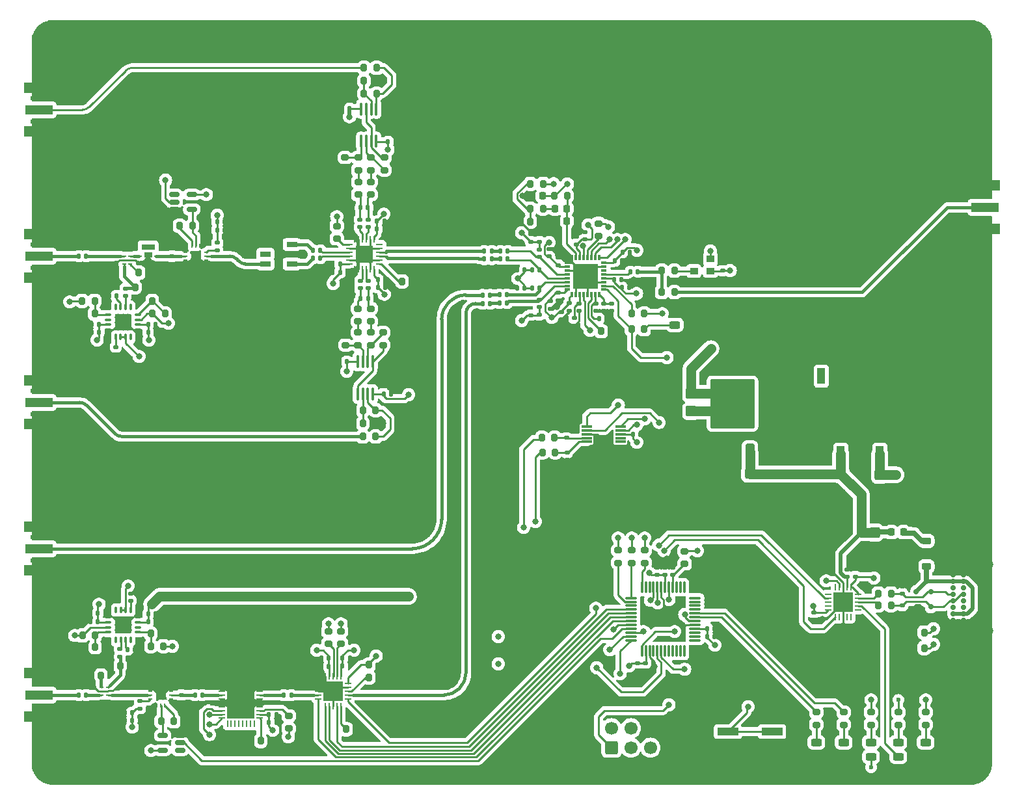
<source format=gbr>
%TF.GenerationSoftware,KiCad,Pcbnew,8.0.0*%
%TF.CreationDate,2024-03-17T22:04:36-04:00*%
%TF.ProjectId,S-Band Transceiver,532d4261-6e64-4205-9472-616e73636569,v1.0*%
%TF.SameCoordinates,Original*%
%TF.FileFunction,Copper,L1,Top*%
%TF.FilePolarity,Positive*%
%FSLAX46Y46*%
G04 Gerber Fmt 4.6, Leading zero omitted, Abs format (unit mm)*
G04 Created by KiCad (PCBNEW 8.0.0) date 2024-03-17 22:04:36*
%MOMM*%
%LPD*%
G01*
G04 APERTURE LIST*
G04 Aperture macros list*
%AMRoundRect*
0 Rectangle with rounded corners*
0 $1 Rounding radius*
0 $2 $3 $4 $5 $6 $7 $8 $9 X,Y pos of 4 corners*
0 Add a 4 corners polygon primitive as box body*
4,1,4,$2,$3,$4,$5,$6,$7,$8,$9,$2,$3,0*
0 Add four circle primitives for the rounded corners*
1,1,$1+$1,$2,$3*
1,1,$1+$1,$4,$5*
1,1,$1+$1,$6,$7*
1,1,$1+$1,$8,$9*
0 Add four rect primitives between the rounded corners*
20,1,$1+$1,$2,$3,$4,$5,0*
20,1,$1+$1,$4,$5,$6,$7,0*
20,1,$1+$1,$6,$7,$8,$9,0*
20,1,$1+$1,$8,$9,$2,$3,0*%
G04 Aperture macros list end*
%TA.AperFunction,SMDPad,CuDef*%
%ADD10RoundRect,0.200000X0.200000X0.275000X-0.200000X0.275000X-0.200000X-0.275000X0.200000X-0.275000X0*%
%TD*%
%TA.AperFunction,SMDPad,CuDef*%
%ADD11RoundRect,0.140000X-0.170000X0.140000X-0.170000X-0.140000X0.170000X-0.140000X0.170000X0.140000X0*%
%TD*%
%TA.AperFunction,ComponentPad*%
%ADD12C,5.562600*%
%TD*%
%TA.AperFunction,SMDPad,CuDef*%
%ADD13RoundRect,0.147500X-0.172500X0.147500X-0.172500X-0.147500X0.172500X-0.147500X0.172500X0.147500X0*%
%TD*%
%TA.AperFunction,SMDPad,CuDef*%
%ADD14RoundRect,0.147500X0.172500X-0.147500X0.172500X0.147500X-0.172500X0.147500X-0.172500X-0.147500X0*%
%TD*%
%TA.AperFunction,SMDPad,CuDef*%
%ADD15RoundRect,0.140000X-0.140000X-0.170000X0.140000X-0.170000X0.140000X0.170000X-0.140000X0.170000X0*%
%TD*%
%TA.AperFunction,SMDPad,CuDef*%
%ADD16RoundRect,0.140000X0.140000X0.170000X-0.140000X0.170000X-0.140000X-0.170000X0.140000X-0.170000X0*%
%TD*%
%TA.AperFunction,SMDPad,CuDef*%
%ADD17RoundRect,0.218750X0.218750X0.256250X-0.218750X0.256250X-0.218750X-0.256250X0.218750X-0.256250X0*%
%TD*%
%TA.AperFunction,SMDPad,CuDef*%
%ADD18RoundRect,0.140000X0.170000X-0.140000X0.170000X0.140000X-0.170000X0.140000X-0.170000X-0.140000X0*%
%TD*%
%TA.AperFunction,SMDPad,CuDef*%
%ADD19RoundRect,0.200000X-0.200000X-0.275000X0.200000X-0.275000X0.200000X0.275000X-0.200000X0.275000X0*%
%TD*%
%TA.AperFunction,SMDPad,CuDef*%
%ADD20RoundRect,0.200000X-0.275000X0.200000X-0.275000X-0.200000X0.275000X-0.200000X0.275000X0.200000X0*%
%TD*%
%TA.AperFunction,SMDPad,CuDef*%
%ADD21RoundRect,0.062500X0.062500X-0.375000X0.062500X0.375000X-0.062500X0.375000X-0.062500X-0.375000X0*%
%TD*%
%TA.AperFunction,SMDPad,CuDef*%
%ADD22RoundRect,0.062500X0.375000X-0.062500X0.375000X0.062500X-0.375000X0.062500X-0.375000X-0.062500X0*%
%TD*%
%TA.AperFunction,HeatsinkPad*%
%ADD23C,0.600000*%
%TD*%
%TA.AperFunction,HeatsinkPad*%
%ADD24R,2.300000X2.300000*%
%TD*%
%TA.AperFunction,SMDPad,CuDef*%
%ADD25RoundRect,0.225000X-0.225000X-0.250000X0.225000X-0.250000X0.225000X0.250000X-0.225000X0.250000X0*%
%TD*%
%TA.AperFunction,ComponentPad*%
%ADD26C,0.700000*%
%TD*%
%TA.AperFunction,ComponentPad*%
%ADD27O,2.400000X0.900000*%
%TD*%
%TA.AperFunction,ComponentPad*%
%ADD28O,1.700000X0.900000*%
%TD*%
%TA.AperFunction,SMDPad,CuDef*%
%ADD29RoundRect,0.147500X0.147500X0.172500X-0.147500X0.172500X-0.147500X-0.172500X0.147500X-0.172500X0*%
%TD*%
%TA.AperFunction,SMDPad,CuDef*%
%ADD30RoundRect,0.200000X0.275000X-0.200000X0.275000X0.200000X-0.275000X0.200000X-0.275000X-0.200000X0*%
%TD*%
%TA.AperFunction,SMDPad,CuDef*%
%ADD31R,1.000000X0.900000*%
%TD*%
%TA.AperFunction,SMDPad,CuDef*%
%ADD32RoundRect,0.062500X0.337500X0.062500X-0.337500X0.062500X-0.337500X-0.062500X0.337500X-0.062500X0*%
%TD*%
%TA.AperFunction,SMDPad,CuDef*%
%ADD33RoundRect,0.062500X0.062500X0.337500X-0.062500X0.337500X-0.062500X-0.337500X0.062500X-0.337500X0*%
%TD*%
%TA.AperFunction,HeatsinkPad*%
%ADD34R,3.600000X3.600000*%
%TD*%
%TA.AperFunction,SMDPad,CuDef*%
%ADD35RoundRect,0.225000X-0.375000X0.225000X-0.375000X-0.225000X0.375000X-0.225000X0.375000X0.225000X0*%
%TD*%
%TA.AperFunction,SMDPad,CuDef*%
%ADD36RoundRect,0.250000X-0.425000X0.450000X-0.425000X-0.450000X0.425000X-0.450000X0.425000X0.450000X0*%
%TD*%
%TA.AperFunction,SMDPad,CuDef*%
%ADD37RoundRect,0.100000X-0.100000X0.712500X-0.100000X-0.712500X0.100000X-0.712500X0.100000X0.712500X0*%
%TD*%
%TA.AperFunction,SMDPad,CuDef*%
%ADD38RoundRect,0.250000X0.450000X0.425000X-0.450000X0.425000X-0.450000X-0.425000X0.450000X-0.425000X0*%
%TD*%
%TA.AperFunction,SMDPad,CuDef*%
%ADD39R,0.300000X0.800000*%
%TD*%
%TA.AperFunction,SMDPad,CuDef*%
%ADD40R,0.800000X0.300000*%
%TD*%
%TA.AperFunction,SMDPad,CuDef*%
%ADD41R,3.250000X3.250000*%
%TD*%
%TA.AperFunction,ComponentPad*%
%ADD42RoundRect,0.250000X0.600000X-0.600000X0.600000X0.600000X-0.600000X0.600000X-0.600000X-0.600000X0*%
%TD*%
%TA.AperFunction,ComponentPad*%
%ADD43C,1.700000*%
%TD*%
%TA.AperFunction,SMDPad,CuDef*%
%ADD44RoundRect,0.150000X0.512500X0.150000X-0.512500X0.150000X-0.512500X-0.150000X0.512500X-0.150000X0*%
%TD*%
%TA.AperFunction,SMDPad,CuDef*%
%ADD45RoundRect,0.075000X-0.350000X-0.075000X0.350000X-0.075000X0.350000X0.075000X-0.350000X0.075000X0*%
%TD*%
%TA.AperFunction,SMDPad,CuDef*%
%ADD46RoundRect,0.075000X-0.075000X-0.350000X0.075000X-0.350000X0.075000X0.350000X-0.075000X0.350000X0*%
%TD*%
%TA.AperFunction,HeatsinkPad*%
%ADD47R,2.100000X2.100000*%
%TD*%
%TA.AperFunction,SMDPad,CuDef*%
%ADD48R,0.550000X0.250000*%
%TD*%
%TA.AperFunction,SMDPad,CuDef*%
%ADD49R,4.200000X1.350000*%
%TD*%
%TA.AperFunction,SMDPad,CuDef*%
%ADD50R,3.600000X1.270000*%
%TD*%
%TA.AperFunction,SMDPad,CuDef*%
%ADD51RoundRect,0.243750X0.456250X-0.243750X0.456250X0.243750X-0.456250X0.243750X-0.456250X-0.243750X0*%
%TD*%
%TA.AperFunction,SMDPad,CuDef*%
%ADD52R,2.750000X1.000000*%
%TD*%
%TA.AperFunction,SMDPad,CuDef*%
%ADD53R,1.400000X0.300000*%
%TD*%
%TA.AperFunction,SMDPad,CuDef*%
%ADD54R,0.300000X0.250000*%
%TD*%
%TA.AperFunction,SMDPad,CuDef*%
%ADD55RoundRect,0.125000X-0.175000X0.000000X0.175000X0.000000X0.175000X0.000000X-0.175000X0.000000X0*%
%TD*%
%TA.AperFunction,SMDPad,CuDef*%
%ADD56R,1.000000X0.726000*%
%TD*%
%TA.AperFunction,SMDPad,CuDef*%
%ADD57R,1.792000X0.736000*%
%TD*%
%TA.AperFunction,SMDPad,CuDef*%
%ADD58RoundRect,0.062500X0.062500X-0.350000X0.062500X0.350000X-0.062500X0.350000X-0.062500X-0.350000X0*%
%TD*%
%TA.AperFunction,SMDPad,CuDef*%
%ADD59RoundRect,0.062500X0.350000X-0.062500X0.350000X0.062500X-0.350000X0.062500X-0.350000X-0.062500X0*%
%TD*%
%TA.AperFunction,HeatsinkPad*%
%ADD60R,2.500000X2.500000*%
%TD*%
%TA.AperFunction,SMDPad,CuDef*%
%ADD61RoundRect,0.147500X-0.147500X-0.172500X0.147500X-0.172500X0.147500X0.172500X-0.147500X0.172500X0*%
%TD*%
%TA.AperFunction,SMDPad,CuDef*%
%ADD62R,1.000000X2.100000*%
%TD*%
%TA.AperFunction,SMDPad,CuDef*%
%ADD63RoundRect,0.075000X0.350000X0.075000X-0.350000X0.075000X-0.350000X-0.075000X0.350000X-0.075000X0*%
%TD*%
%TA.AperFunction,SMDPad,CuDef*%
%ADD64RoundRect,0.075000X0.075000X0.350000X-0.075000X0.350000X-0.075000X-0.350000X0.075000X-0.350000X0*%
%TD*%
%TA.AperFunction,SMDPad,CuDef*%
%ADD65R,1.400000X0.760000*%
%TD*%
%TA.AperFunction,SMDPad,CuDef*%
%ADD66RoundRect,0.250000X0.425000X-0.450000X0.425000X0.450000X-0.425000X0.450000X-0.425000X-0.450000X0*%
%TD*%
%TA.AperFunction,SMDPad,CuDef*%
%ADD67RoundRect,0.150000X-0.512500X-0.150000X0.512500X-0.150000X0.512500X0.150000X-0.512500X0.150000X0*%
%TD*%
%TA.AperFunction,SMDPad,CuDef*%
%ADD68R,0.510000X0.250000*%
%TD*%
%TA.AperFunction,SMDPad,CuDef*%
%ADD69R,0.250000X0.510000*%
%TD*%
%TA.AperFunction,HeatsinkPad*%
%ADD70R,1.250000X1.250000*%
%TD*%
%TA.AperFunction,SMDPad,CuDef*%
%ADD71RoundRect,0.062500X0.350000X0.062500X-0.350000X0.062500X-0.350000X-0.062500X0.350000X-0.062500X0*%
%TD*%
%TA.AperFunction,SMDPad,CuDef*%
%ADD72RoundRect,0.062500X0.062500X0.350000X-0.062500X0.350000X-0.062500X-0.350000X0.062500X-0.350000X0*%
%TD*%
%TA.AperFunction,SMDPad,CuDef*%
%ADD73RoundRect,0.075000X-0.662500X-0.075000X0.662500X-0.075000X0.662500X0.075000X-0.662500X0.075000X0*%
%TD*%
%TA.AperFunction,SMDPad,CuDef*%
%ADD74RoundRect,0.075000X-0.075000X-0.662500X0.075000X-0.662500X0.075000X0.662500X-0.075000X0.662500X0*%
%TD*%
%TA.AperFunction,SMDPad,CuDef*%
%ADD75RoundRect,0.150000X0.150000X-0.200000X0.150000X0.200000X-0.150000X0.200000X-0.150000X-0.200000X0*%
%TD*%
%TA.AperFunction,SMDPad,CuDef*%
%ADD76RoundRect,0.175000X0.325000X-0.175000X0.325000X0.175000X-0.325000X0.175000X-0.325000X-0.175000X0*%
%TD*%
%TA.AperFunction,SMDPad,CuDef*%
%ADD77RoundRect,0.250000X0.350000X-0.850000X0.350000X0.850000X-0.350000X0.850000X-0.350000X-0.850000X0*%
%TD*%
%TA.AperFunction,SMDPad,CuDef*%
%ADD78RoundRect,0.250000X1.125000X-1.275000X1.125000X1.275000X-1.125000X1.275000X-1.125000X-1.275000X0*%
%TD*%
%TA.AperFunction,SMDPad,CuDef*%
%ADD79RoundRect,0.249997X2.650003X-2.950003X2.650003X2.950003X-2.650003X2.950003X-2.650003X-2.950003X0*%
%TD*%
%TA.AperFunction,ViaPad*%
%ADD80C,0.800000*%
%TD*%
%TA.AperFunction,ViaPad*%
%ADD81C,0.600000*%
%TD*%
%TA.AperFunction,Conductor*%
%ADD82C,0.254000*%
%TD*%
%TA.AperFunction,Conductor*%
%ADD83C,0.394208*%
%TD*%
%TA.AperFunction,Conductor*%
%ADD84C,1.270000*%
%TD*%
%TA.AperFunction,Conductor*%
%ADD85C,0.508000*%
%TD*%
%TA.AperFunction,Conductor*%
%ADD86C,0.635000*%
%TD*%
%TA.AperFunction,Conductor*%
%ADD87C,0.250000*%
%TD*%
G04 APERTURE END LIST*
D10*
%TO.P,R66,1*%
%TO.N,+3.3VA*%
X144208000Y-64643000D03*
%TO.P,R66,2*%
%TO.N,Net-(U1-PDB_RF)*%
X142558000Y-64643000D03*
%TD*%
D11*
%TO.P,C97,1*%
%TO.N,GND*%
X146939000Y-97691000D03*
%TO.P,C97,2*%
%TO.N,+3V3*%
X146939000Y-98651000D03*
%TD*%
%TO.P,C96,1*%
%TO.N,GND*%
X145923000Y-97691000D03*
%TO.P,C96,2*%
%TO.N,+3V3*%
X145923000Y-98651000D03*
%TD*%
D12*
%TO.P,H4,1,1*%
%TO.N,GND*%
X186690000Y-123190000D03*
%TD*%
%TO.P,H3,1,1*%
%TO.N,GND*%
X67310000Y-123190000D03*
%TD*%
%TO.P,H2,1,1*%
%TO.N,GND*%
X186690000Y-29210000D03*
%TD*%
%TO.P,H1,1,1*%
%TO.N,GND*%
X67310000Y-29210000D03*
%TD*%
D13*
%TO.P,L17,1*%
%TO.N,Net-(U16-RF_IN)*%
X82753200Y-57173000D03*
%TO.P,L17,2*%
%TO.N,GND*%
X82753200Y-58143000D03*
%TD*%
D14*
%TO.P,L9,1*%
%TO.N,Net-(U10-RF_IN)*%
X83970000Y-114277000D03*
%TO.P,L9,2*%
%TO.N,GND*%
X83970000Y-113307000D03*
%TD*%
D15*
%TO.P,C95,1*%
%TO.N,GND*%
X103681400Y-58216800D03*
%TO.P,C95,2*%
%TO.N,+5V*%
X104641400Y-58216800D03*
%TD*%
%TO.P,C94,1*%
%TO.N,GND*%
X103681400Y-59283600D03*
%TO.P,C94,2*%
%TO.N,+5V*%
X104641400Y-59283600D03*
%TD*%
D16*
%TO.P,C93,2*%
%TO.N,+5V*%
X109555200Y-60198000D03*
%TO.P,C93,1*%
%TO.N,GND*%
X110515200Y-60198000D03*
%TD*%
%TO.P,C92,2*%
%TO.N,+5V*%
X109555200Y-61214000D03*
%TO.P,C92,1*%
%TO.N,GND*%
X110515200Y-61214000D03*
%TD*%
D17*
%TO.P,L16,1*%
%TO.N,Net-(D8-K)*%
X177978000Y-93091000D03*
%TO.P,L16,2*%
%TO.N,+5V*%
X176403000Y-93091000D03*
%TD*%
D18*
%TO.P,C9,1*%
%TO.N,+3.3VA*%
X136525000Y-54963000D03*
%TO.P,C9,2*%
%TO.N,GND*%
X136525000Y-54003000D03*
%TD*%
D19*
%TO.P,R33,1*%
%TO.N,TX_MON*%
X76035400Y-110490000D03*
%TO.P,R33,2*%
%TO.N,GND*%
X77685400Y-110490000D03*
%TD*%
D11*
%TO.P,C43,1*%
%TO.N,USBDP*%
X177800000Y-102644000D03*
%TO.P,C43,2*%
%TO.N,GND*%
X177800000Y-103604000D03*
%TD*%
D16*
%TO.P,C70,1*%
%TO.N,Net-(U11-OUT)*%
X71600000Y-114300000D03*
%TO.P,C70,2*%
%TO.N,TX OUT*%
X70640000Y-114300000D03*
%TD*%
D11*
%TO.P,C37,1*%
%TO.N,+3V3*%
X143383000Y-110137000D03*
%TO.P,C37,2*%
%TO.N,GND*%
X143383000Y-111097000D03*
%TD*%
D20*
%TO.P,R24,1*%
%TO.N,+5V*%
X177292000Y-116523000D03*
%TO.P,R24,2*%
%TO.N,Net-(D7-A)*%
X177292000Y-118173000D03*
%TD*%
D16*
%TO.P,C60,1*%
%TO.N,Net-(U8-RF2)*%
X86713000Y-114300000D03*
%TO.P,C60,2*%
%TO.N,Net-(U10-RF_IN)*%
X85753000Y-114300000D03*
%TD*%
D14*
%TO.P,L10,1*%
%TO.N,+3.3VA*%
X78613000Y-116055000D03*
%TO.P,L10,2*%
%TO.N,Net-(U10-Vdd)*%
X78613000Y-115085000D03*
%TD*%
D19*
%TO.P,R13,1*%
%TO.N,TX_VRMS*%
X130910000Y-80810000D03*
%TO.P,R13,2*%
%TO.N,Net-(U3-AIN0)*%
X132560000Y-80810000D03*
%TD*%
D21*
%TO.P,U15,1,GND*%
%TO.N,GND*%
X106569000Y-58833500D03*
%TO.P,U15,2,GND*%
X107069000Y-58833500D03*
%TO.P,U15,3,IHI*%
%TO.N,Net-(U15-IHI)*%
X107569000Y-58833500D03*
%TO.P,U15,4,ILO*%
%TO.N,Net-(U15-ILO)*%
X108069000Y-58833500D03*
%TO.P,U15,5,GND*%
%TO.N,GND*%
X108569000Y-58833500D03*
%TO.P,U15,6,VCC1*%
%TO.N,+5V*%
X109069000Y-58833500D03*
D22*
%TO.P,U15,7,~{EN}*%
%TO.N,Net-(U15-~{EN})*%
X109756500Y-58146000D03*
%TO.P,U15,8,GND*%
%TO.N,GND*%
X109756500Y-57646000D03*
%TO.P,U15,9,LOIP*%
%TO.N,LO+*%
X109756500Y-57146000D03*
%TO.P,U15,10,LOIN*%
%TO.N,LO-*%
X109756500Y-56646000D03*
%TO.P,U15,11,GND*%
%TO.N,GND*%
X109756500Y-56146000D03*
%TO.P,U15,12,NC*%
%TO.N,unconnected-(U15-NC-Pad12)*%
X109756500Y-55646000D03*
D21*
%TO.P,U15,13,VCC2*%
%TO.N,+5V*%
X109069000Y-54958500D03*
%TO.P,U15,14,GND*%
%TO.N,GND*%
X108569000Y-54958500D03*
%TO.P,U15,15,QLO*%
%TO.N,Net-(U15-QLO)*%
X108069000Y-54958500D03*
%TO.P,U15,16,QHI*%
%TO.N,Net-(U15-QHI)*%
X107569000Y-54958500D03*
%TO.P,U15,17,GND*%
%TO.N,GND*%
X107069000Y-54958500D03*
%TO.P,U15,18,GND*%
X106569000Y-54958500D03*
D22*
%TO.P,U15,19,ADJ*%
%TO.N,Net-(U15-ADJ)*%
X105881500Y-55646000D03*
%TO.P,U15,20,GND*%
%TO.N,GND*%
X105881500Y-56146000D03*
%TO.P,U15,21,RFIN*%
%TO.N,Net-(U15-RFIN)*%
X105881500Y-56646000D03*
%TO.P,U15,22,RFIP*%
%TO.N,Net-(U15-RFIP)*%
X105881500Y-57146000D03*
%TO.P,U15,23,GND*%
%TO.N,GND*%
X105881500Y-57646000D03*
%TO.P,U15,24,VCC3*%
%TO.N,+5V*%
X105881500Y-58146000D03*
D23*
%TO.P,U15,25,EP*%
%TO.N,GND*%
X106969000Y-57746000D03*
X107819000Y-57746000D03*
X108669000Y-57746000D03*
X106969000Y-56896000D03*
X107819000Y-56896000D03*
D24*
X107819000Y-56896000D03*
D23*
X108669000Y-56896000D03*
X106969000Y-56046000D03*
X107819000Y-56046000D03*
X108669000Y-56046000D03*
%TD*%
D10*
%TO.P,R45,2*%
%TO.N,Net-(U15-~{EN})*%
X112713000Y-60452000D03*
%TO.P,R45,1*%
%TO.N,GND*%
X114363000Y-60452000D03*
%TD*%
%TO.P,R19,2*%
%TO.N,Net-(U4-USBDM)*%
X174689000Y-101092000D03*
%TO.P,R19,1*%
%TO.N,USBDM*%
X176339000Y-101092000D03*
%TD*%
D18*
%TO.P,C11,1*%
%TO.N,+3.3VA*%
X131863600Y-57198200D03*
%TO.P,C11,2*%
%TO.N,GND*%
X131863600Y-56238200D03*
%TD*%
D10*
%TO.P,R29,1*%
%TO.N,GND*%
X110045000Y-110363000D03*
%TO.P,R29,2*%
%TO.N,TX_ATTEN_LE*%
X108395000Y-110363000D03*
%TD*%
D25*
%TO.P,C22,1*%
%TO.N,Net-(C22-Pad1)*%
X132599600Y-50977800D03*
%TO.P,C22,2*%
%TO.N,Net-(U1-CPout)*%
X134149600Y-50977800D03*
%TD*%
D15*
%TO.P,C53,1*%
%TO.N,GND*%
X102216300Y-109511600D03*
%TO.P,C53,2*%
%TO.N,+3.3VA*%
X103176300Y-109511600D03*
%TD*%
D16*
%TO.P,C30,1*%
%TO.N,Net-(U1-RF_OUT_A+)*%
X126450800Y-56515000D03*
%TO.P,C30,2*%
%TO.N,Net-(C30-Pad2)*%
X125490800Y-56515000D03*
%TD*%
D19*
%TO.P,R59,1*%
%TO.N,Net-(U19-TERM)*%
X78423000Y-59309000D03*
%TO.P,R59,2*%
%TO.N,GND*%
X80073000Y-59309000D03*
%TD*%
D16*
%TO.P,C74,2*%
%TO.N,GND*%
X104576800Y-70863600D03*
%TO.P,C74,1*%
%TO.N,-5V*%
X105536800Y-70863600D03*
%TD*%
D26*
%TO.P,J4,A1,GND*%
%TO.N,GND*%
X184443000Y-104575000D03*
%TO.P,J4,A4,VBUS*%
%TO.N,VBUS*%
X184443000Y-103725000D03*
%TO.P,J4,A5,CC1*%
%TO.N,Net-(J4-CC1)*%
X184443000Y-102875000D03*
%TO.P,J4,A6,D+*%
%TO.N,USBDP*%
X184443000Y-102025000D03*
%TO.P,J4,A7,D-*%
%TO.N,USBDM*%
X184443000Y-101175000D03*
%TO.P,J4,A8,SBU1*%
%TO.N,unconnected-(J4-SBU1-PadA8)*%
X184443000Y-100325000D03*
%TO.P,J4,A9,VBUS*%
%TO.N,VBUS*%
X184443000Y-99475000D03*
%TO.P,J4,A12,GND*%
%TO.N,GND*%
X184443000Y-98625000D03*
%TO.P,J4,B1,GND*%
X185793000Y-98625000D03*
%TO.P,J4,B4,VBUS*%
%TO.N,VBUS*%
X185793000Y-99475000D03*
%TO.P,J4,B5,CC2*%
%TO.N,Net-(J4-CC2)*%
X185793000Y-100325000D03*
%TO.P,J4,B6,D+*%
%TO.N,USBDP*%
X185793000Y-101175000D03*
%TO.P,J4,B7,D-*%
%TO.N,USBDM*%
X185793000Y-102025000D03*
%TO.P,J4,B8,SBU2*%
%TO.N,unconnected-(J4-SBU2-PadB8)*%
X185793000Y-102875000D03*
%TO.P,J4,B9,VBUS*%
%TO.N,VBUS*%
X185793000Y-103725000D03*
%TO.P,J4,B12,GND*%
%TO.N,GND*%
X185793000Y-104575000D03*
D27*
%TO.P,J4,S1,SHIELD*%
X185423000Y-105925000D03*
D28*
X188803000Y-105925000D03*
D27*
X185423000Y-97275000D03*
D28*
X188803000Y-97275000D03*
%TD*%
D16*
%TO.P,C79,1*%
%TO.N,Net-(U15-RFIN)*%
X102080000Y-56388000D03*
%TO.P,C79,2*%
%TO.N,Net-(C79-Pad2)*%
X101120000Y-56388000D03*
%TD*%
D29*
%TO.P,L8,1*%
%TO.N,Net-(C33-Pad2)*%
X124169800Y-63322200D03*
%TO.P,L8,2*%
%TO.N,SYNTH_TX*%
X123199800Y-63322200D03*
%TD*%
D14*
%TO.P,L12,1*%
%TO.N,Net-(U15-QLO)*%
X108306400Y-53367800D03*
%TO.P,L12,2*%
%TO.N,Net-(C78-Pad1)*%
X108306400Y-52397800D03*
%TD*%
D15*
%TO.P,C86,1*%
%TO.N,GND*%
X72291000Y-67056000D03*
%TO.P,C86,2*%
%TO.N,+5V*%
X73251000Y-67056000D03*
%TD*%
D16*
%TO.P,C66,1*%
%TO.N,GND*%
X80617000Y-104775000D03*
%TO.P,C66,2*%
%TO.N,+5V*%
X79657000Y-104775000D03*
%TD*%
D30*
%TO.P,R39,2*%
%TO.N,Net-(C77-Pad2)*%
X106987200Y-63993400D03*
%TO.P,R39,1*%
%TO.N,Net-(R39-Pad1)*%
X106987200Y-65643400D03*
%TD*%
D29*
%TO.P,L3,1*%
%TO.N,Net-(U1-RF_OUT_B+)*%
X130598600Y-61290200D03*
%TO.P,L3,2*%
%TO.N,+3.3VA*%
X129628600Y-61290200D03*
%TD*%
D30*
%TO.P,R50,1*%
%TO.N,GND*%
X105281400Y-45960800D03*
%TO.P,R50,2*%
%TO.N,Net-(U13B-+)*%
X105281400Y-44310800D03*
%TD*%
D16*
%TO.P,C33,1*%
%TO.N,Net-(U1-RF_OUT_B-)*%
X126349200Y-63271400D03*
%TO.P,C33,2*%
%TO.N,Net-(C33-Pad2)*%
X125389200Y-63271400D03*
%TD*%
D18*
%TO.P,C63,1*%
%TO.N,TX_MON*%
X75996800Y-109293600D03*
%TO.P,C63,2*%
%TO.N,Net-(U12-RFIN+)*%
X75996800Y-108333600D03*
%TD*%
D31*
%TO.P,X1,1,EN*%
%TO.N,XO_EN*%
X152840000Y-57531000D03*
%TO.P,X1,2,GND*%
%TO.N,GND*%
X150690000Y-57531000D03*
%TO.P,X1,3,OUT*%
%TO.N,XO_REF*%
X150690000Y-59081000D03*
%TO.P,X1,4,V+*%
%TO.N,+3.3VA*%
X152840000Y-59081000D03*
%TD*%
D16*
%TO.P,C19,1*%
%TO.N,GND*%
X142339000Y-56642000D03*
%TO.P,C19,2*%
%TO.N,+3.3VA*%
X141379000Y-56642000D03*
%TD*%
D10*
%TO.P,R20,1*%
%TO.N,Net-(J4-CC2)*%
X180657000Y-106172000D03*
%TO.P,R20,2*%
%TO.N,GND*%
X179007000Y-106172000D03*
%TD*%
D32*
%TO.P,U8,1,OPT*%
%TO.N,Net-(U8-OPT)*%
X94181000Y-117316000D03*
%TO.P,U8,2,VDD*%
%TO.N,+3.3VA*%
X94181000Y-116816000D03*
%TO.P,U8,3,S/~{P}*%
%TO.N,Net-(U8-S{slash}~{P})*%
X94181000Y-116316000D03*
%TO.P,U8,4,GND*%
%TO.N,GND*%
X94181000Y-115816000D03*
%TO.P,U8,5,GND*%
X94181000Y-115316000D03*
%TO.P,U8,6,GND*%
X94181000Y-114816000D03*
%TO.P,U8,7,RF1*%
%TO.N,Net-(U8-RF1)*%
X94181000Y-114316000D03*
%TO.P,U8,8,GND*%
%TO.N,GND*%
X94181000Y-113816000D03*
D33*
%TO.P,U8,9,GND*%
X93481000Y-113116000D03*
%TO.P,U8,10,GND*%
X92981000Y-113116000D03*
%TO.P,U8,11,GND*%
X92481000Y-113116000D03*
%TO.P,U8,12,GND*%
X91981000Y-113116000D03*
%TO.P,U8,13,GND*%
X91481000Y-113116000D03*
%TO.P,U8,14,GND*%
X90981000Y-113116000D03*
%TO.P,U8,15,GND*%
X90481000Y-113116000D03*
%TO.P,U8,16,GND*%
X89981000Y-113116000D03*
D32*
%TO.P,U8,17,GND*%
X89281000Y-113816000D03*
%TO.P,U8,18,RF2*%
%TO.N,Net-(U8-RF2)*%
X89281000Y-114316000D03*
%TO.P,U8,19,GND*%
%TO.N,GND*%
X89281000Y-114816000D03*
%TO.P,U8,20,VSS_EXT*%
X89281000Y-115316000D03*
%TO.P,U8,21,GND*%
X89281000Y-115816000D03*
%TO.P,U8,22,LE*%
%TO.N,TX_PHASE_LE*%
X89281000Y-116316000D03*
%TO.P,U8,23,CLK*%
%TO.N,SCLK*%
X89281000Y-116816000D03*
%TO.P,U8,24,SI*%
%TO.N,MOSI*%
X89281000Y-117316000D03*
D33*
%TO.P,U8,25,D7/SDO2*%
%TO.N,unconnected-(U8-D7{slash}SDO2-Pad25)*%
X89981000Y-118016000D03*
%TO.P,U8,26,D6/SDO1*%
%TO.N,unconnected-(U8-D6{slash}SDO1-Pad26)*%
X90481000Y-118016000D03*
%TO.P,U8,27,D5/CLKO*%
%TO.N,unconnected-(U8-D5{slash}CLKO-Pad27)*%
X90981000Y-118016000D03*
%TO.P,U8,28,D4/LEO*%
%TO.N,unconnected-(U8-D4{slash}LEO-Pad28)*%
X91481000Y-118016000D03*
%TO.P,U8,29,D3/A3*%
%TO.N,unconnected-(U8-D3{slash}A3-Pad29)*%
X91981000Y-118016000D03*
%TO.P,U8,30,D2/A2*%
%TO.N,unconnected-(U8-D2{slash}A2-Pad30)*%
X92481000Y-118016000D03*
%TO.P,U8,31,D1/A1*%
%TO.N,unconnected-(U8-D1{slash}A1-Pad31)*%
X92981000Y-118016000D03*
%TO.P,U8,32,D0/A0*%
%TO.N,unconnected-(U8-D0{slash}A0-Pad32)*%
X93481000Y-118016000D03*
D34*
%TO.P,U8,33,PAD*%
%TO.N,GND*%
X91731000Y-115566000D03*
%TD*%
D16*
%TO.P,C62,1*%
%TO.N,+3.3VA*%
X77569000Y-117602000D03*
%TO.P,C62,2*%
%TO.N,GND*%
X76609000Y-117602000D03*
%TD*%
D15*
%TO.P,C87,1*%
%TO.N,GND*%
X72291000Y-66040000D03*
%TO.P,C87,2*%
%TO.N,+5V*%
X73251000Y-66040000D03*
%TD*%
D20*
%TO.P,R49,2*%
%TO.N,Net-(U14B-+)*%
X110238400Y-68742200D03*
%TO.P,R49,1*%
%TO.N,Net-(U14A--)*%
X110238400Y-67092200D03*
%TD*%
D18*
%TO.P,C1,1*%
%TO.N,+3.3VA*%
X154432000Y-59040000D03*
%TO.P,C1,2*%
%TO.N,GND*%
X154432000Y-58080000D03*
%TD*%
D20*
%TO.P,R23,1*%
%TO.N,+5V*%
X180848000Y-116523000D03*
%TO.P,R23,2*%
%TO.N,Net-(D6-A)*%
X180848000Y-118173000D03*
%TD*%
D35*
%TO.P,D8,1,K*%
%TO.N,Net-(D8-K)*%
X180953500Y-94257500D03*
%TO.P,D8,2,A*%
%TO.N,VBUS*%
X180953500Y-97557500D03*
%TD*%
D14*
%TO.P,L14,1*%
%TO.N,Net-(U15-QHI)*%
X107209400Y-53367800D03*
%TO.P,L14,2*%
%TO.N,Net-(C78-Pad2)*%
X107209400Y-52397800D03*
%TD*%
D36*
%TO.P,C49,1*%
%TO.N,+5V*%
X157988000Y-85483000D03*
%TO.P,C49,2*%
%TO.N,GND*%
X157988000Y-88183000D03*
%TD*%
D37*
%TO.P,U14,8,V+*%
%TO.N,+5V*%
X108902400Y-75084700D03*
%TO.P,U14,7*%
%TO.N,Net-(R53-Pad2)*%
X108252400Y-75084700D03*
%TO.P,U14,6,-*%
%TO.N,Net-(U14B--)*%
X107602400Y-75084700D03*
%TO.P,U14,5,+*%
%TO.N,Net-(U14B-+)*%
X106952400Y-75084700D03*
%TO.P,U14,4,V-*%
%TO.N,-5V*%
X106952400Y-70859700D03*
%TO.P,U14,3,+*%
%TO.N,Net-(U14A-+)*%
X107602400Y-70859700D03*
%TO.P,U14,2,-*%
%TO.N,Net-(U14A--)*%
X108252400Y-70859700D03*
%TO.P,U14,1*%
%TO.N,Net-(U14B-+)*%
X108902400Y-70859700D03*
%TD*%
D38*
%TO.P,C50,1*%
%TO.N,+3.3VA*%
X150321000Y-75057000D03*
%TO.P,C50,2*%
%TO.N,GND*%
X147621000Y-75057000D03*
%TD*%
D39*
%TO.P,U1,1,CLK*%
%TO.N,SCLK*%
X138338000Y-57366200D03*
%TO.P,U1,2,DATA*%
%TO.N,MOSI*%
X137838000Y-57366200D03*
%TO.P,U1,3,LE*%
%TO.N,~{SYNTH_CS}*%
X137338000Y-57366200D03*
%TO.P,U1,4,CE*%
%TO.N,Net-(U1-CE)*%
X136838000Y-57366200D03*
%TO.P,U1,5,SW*%
%TO.N,Net-(U1-SW)*%
X136338000Y-57366200D03*
%TO.P,U1,6,Vp*%
%TO.N,+3.3VA*%
X135838000Y-57366200D03*
%TO.P,U1,7,CPout*%
%TO.N,Net-(U1-CPout)*%
X135338000Y-57366200D03*
%TO.P,U1,8,CPGND*%
%TO.N,GND*%
X134838000Y-57366200D03*
D40*
%TO.P,U1,9,AGND*%
X134188000Y-58016200D03*
%TO.P,U1,10,AVDD*%
%TO.N,+3.3VA*%
X134188000Y-58516200D03*
%TO.P,U1,11,AGNDVCO*%
%TO.N,GND*%
X134188000Y-59016200D03*
%TO.P,U1,12,RF_OUT_A+*%
%TO.N,Net-(U1-RF_OUT_A+)*%
X134188000Y-59516200D03*
%TO.P,U1,13,RF_OUT_A-*%
%TO.N,Net-(U1-RF_OUT_A-)*%
X134188000Y-60016200D03*
%TO.P,U1,14,RF_OUT_B+*%
%TO.N,Net-(U1-RF_OUT_B+)*%
X134188000Y-60516200D03*
%TO.P,U1,15,RF_OUT_B-*%
%TO.N,Net-(U1-RF_OUT_B-)*%
X134188000Y-61016200D03*
%TO.P,U1,16,VVCO*%
%TO.N,+3.3VA*%
X134188000Y-61516200D03*
D39*
%TO.P,U1,17,VVCO*%
X134838000Y-62166200D03*
%TO.P,U1,18,AGNDVCO*%
%TO.N,GND*%
X135338000Y-62166200D03*
%TO.P,U1,19,TEMP*%
%TO.N,Net-(U1-TEMP)*%
X135838000Y-62166200D03*
%TO.P,U1,20,VTUNE*%
%TO.N,Net-(U1-VTUNE)*%
X136338000Y-62166200D03*
%TO.P,U1,21,AGNDVCO*%
%TO.N,GND*%
X136838000Y-62166200D03*
%TO.P,U1,22,RSET*%
%TO.N,Net-(U1-RSET)*%
X137338000Y-62166200D03*
%TO.P,U1,23,VCOM*%
%TO.N,Net-(U1-VCOM)*%
X137838000Y-62166200D03*
%TO.P,U1,24,VREF*%
%TO.N,Net-(U1-VREF)*%
X138338000Y-62166200D03*
D40*
%TO.P,U1,25,LD*%
%TO.N,LD*%
X138988000Y-61516200D03*
%TO.P,U1,26,PDB_RF*%
%TO.N,Net-(U1-PDB_RF)*%
X138988000Y-61016200D03*
%TO.P,U1,27,DGND*%
%TO.N,GND*%
X138988000Y-60516200D03*
%TO.P,U1,28,DVDD*%
%TO.N,+3.3VA*%
X138988000Y-60016200D03*
%TO.P,U1,29,REFIN*%
%TO.N,Net-(U1-REFIN)*%
X138988000Y-59516200D03*
%TO.P,U1,30,MUXOUT*%
%TO.N,MUXOUT*%
X138988000Y-59016200D03*
%TO.P,U1,31,SDGND*%
%TO.N,GND*%
X138988000Y-58516200D03*
%TO.P,U1,32,SDVDD*%
%TO.N,+3.3VA*%
X138988000Y-58016200D03*
D41*
%TO.P,U1,33,EP*%
%TO.N,GND*%
X136588000Y-59766200D03*
%TD*%
D10*
%TO.P,R58,1*%
%TO.N,Net-(R55-Pad2)*%
X109406000Y-32639000D03*
%TO.P,R58,2*%
%TO.N,Q_IF*%
X107756000Y-32639000D03*
%TD*%
D15*
%TO.P,C89,1*%
%TO.N,+5V*%
X79657000Y-67056000D03*
%TO.P,C89,2*%
%TO.N,GND*%
X80617000Y-67056000D03*
%TD*%
D11*
%TO.P,C39,1*%
%TO.N,Net-(U3-AIN1)*%
X134180000Y-82730000D03*
%TO.P,C39,2*%
%TO.N,GND*%
X134180000Y-83690000D03*
%TD*%
D18*
%TO.P,C10,1*%
%TO.N,+3.3VA*%
X135382000Y-55598000D03*
%TO.P,C10,2*%
%TO.N,GND*%
X135382000Y-54638000D03*
%TD*%
D42*
%TO.P,J3,1,DATA*%
%TO.N,UPDI*%
X139954000Y-121158000D03*
D43*
%TO.P,J3,2,VCC*%
%TO.N,+3V3*%
X139954000Y-118618000D03*
%TO.P,J3,3,NC*%
%TO.N,unconnected-(J3-NC-Pad3)*%
X142494000Y-121158000D03*
%TO.P,J3,4,NC*%
%TO.N,unconnected-(J3-NC-Pad4)*%
X142494000Y-118618000D03*
%TO.P,J3,5,NC*%
%TO.N,unconnected-(J3-NC-Pad5)*%
X145034000Y-121158000D03*
%TO.P,J3,6,GND*%
%TO.N,GND*%
X145034000Y-118618000D03*
%TD*%
D16*
%TO.P,C31,1*%
%TO.N,Net-(U1-RF_OUT_A-)*%
X126450800Y-57531000D03*
%TO.P,C31,2*%
%TO.N,Net-(C31-Pad2)*%
X125490800Y-57531000D03*
%TD*%
D19*
%TO.P,R35,1*%
%TO.N,Net-(U12-VREF)*%
X71120000Y-106553000D03*
%TO.P,R35,2*%
%TO.N,Net-(U12-VTGT)*%
X72770000Y-106553000D03*
%TD*%
%TO.P,R63,1*%
%TO.N,GND*%
X71057000Y-64643000D03*
%TO.P,R63,2*%
%TO.N,Net-(U20-TADJ)*%
X72707000Y-64643000D03*
%TD*%
D10*
%TO.P,R32,1*%
%TO.N,Net-(U10-I_CTRL)*%
X82994000Y-117729000D03*
%TO.P,R32,2*%
%TO.N,Net-(U10-EN)*%
X81344000Y-117729000D03*
%TD*%
D15*
%TO.P,C8,1*%
%TO.N,Net-(U1-REFIN)*%
X142435200Y-59207400D03*
%TO.P,C8,2*%
%TO.N,REF_IN*%
X143395200Y-59207400D03*
%TD*%
D11*
%TO.P,C46,1*%
%TO.N,+3V3*%
X166271000Y-103533000D03*
%TO.P,C46,2*%
%TO.N,GND*%
X166271000Y-104493000D03*
%TD*%
D19*
%TO.P,R55,1*%
%TO.N,Net-(U13A--)*%
X107756000Y-35991800D03*
%TO.P,R55,2*%
%TO.N,Net-(R55-Pad2)*%
X109406000Y-35991800D03*
%TD*%
D15*
%TO.P,C73,2*%
%TO.N,GND*%
X111277200Y-75080000D03*
%TO.P,C73,1*%
%TO.N,+5V*%
X110317200Y-75080000D03*
%TD*%
D13*
%TO.P,L11,2*%
%TO.N,Net-(C77-Pad2)*%
X107264200Y-61341000D03*
%TO.P,L11,1*%
%TO.N,Net-(U15-IHI)*%
X107264200Y-60371000D03*
%TD*%
D18*
%TO.P,C2,1*%
%TO.N,GND*%
X135114800Y-66189800D03*
%TO.P,C2,2*%
%TO.N,Net-(U1-TEMP)*%
X135114800Y-65229800D03*
%TD*%
D30*
%TO.P,R43,2*%
%TO.N,Net-(R39-Pad1)*%
X106987200Y-67092200D03*
%TO.P,R43,1*%
%TO.N,Net-(U14A-+)*%
X106987200Y-68742200D03*
%TD*%
D13*
%TO.P,L13,2*%
%TO.N,Net-(C77-Pad1)*%
X108331000Y-61341000D03*
%TO.P,L13,1*%
%TO.N,Net-(U15-ILO)*%
X108331000Y-60371000D03*
%TD*%
D19*
%TO.P,R4,1*%
%TO.N,Net-(U1-RSET)*%
X138621000Y-66929000D03*
%TO.P,R4,2*%
%TO.N,GND*%
X140271000Y-66929000D03*
%TD*%
D20*
%TO.P,R48,1*%
%TO.N,Net-(U13B--)*%
X108647400Y-44310800D03*
%TO.P,R48,2*%
%TO.N,Net-(R40-Pad2)*%
X108647400Y-45960800D03*
%TD*%
D44*
%TO.P,U9,1*%
%TO.N,unconnected-(U9-Pad1)*%
X83814500Y-121473000D03*
%TO.P,U9,2*%
%TO.N,TX_AMP_EN*%
X83814500Y-120523000D03*
%TO.P,U9,3,GND*%
%TO.N,GND*%
X83814500Y-119573000D03*
%TO.P,U9,4*%
%TO.N,Net-(U10-EN)*%
X81539500Y-119573000D03*
%TO.P,U9,5,VCC*%
%TO.N,+3.3VA*%
X81539500Y-121473000D03*
%TD*%
D45*
%TO.P,U20,1,TADJ*%
%TO.N,Net-(U20-TADJ)*%
X74459000Y-64770000D03*
%TO.P,U20,2,NIC*%
%TO.N,unconnected-(U20-NIC-Pad2)*%
X74459000Y-65420000D03*
%TO.P,U20,3,VPOS1*%
%TO.N,+5V*%
X74459000Y-66070000D03*
%TO.P,U20,4,GND*%
%TO.N,GND*%
X74459000Y-66720000D03*
D46*
%TO.P,U20,5,CRMS*%
%TO.N,Net-(U20-CRMS)*%
X75434000Y-67695000D03*
%TO.P,U20,6,VRMS*%
%TO.N,RX_VRMS*%
X76084000Y-67695000D03*
%TO.P,U20,7,VSET*%
X76734000Y-67695000D03*
%TO.P,U20,8,VTEMP*%
%TO.N,unconnected-(U20-VTEMP-Pad8)*%
X77384000Y-67695000D03*
D45*
%TO.P,U20,9,GND*%
%TO.N,GND*%
X78359000Y-66720000D03*
%TO.P,U20,10,VPOS2*%
%TO.N,+5V*%
X78359000Y-66070000D03*
%TO.P,U20,11,VREF*%
%TO.N,Net-(U20-VREF)*%
X78359000Y-65420000D03*
%TO.P,U20,12,VTGT*%
%TO.N,Net-(U20-VTGT)*%
X78359000Y-64770000D03*
D46*
%TO.P,U20,13,NIC*%
%TO.N,unconnected-(U20-NIC-Pad13)*%
X77384000Y-63795000D03*
%TO.P,U20,14,RFIN+*%
%TO.N,Net-(U20-RFIN+)*%
X76734000Y-63795000D03*
%TO.P,U20,15,RFIN-*%
%TO.N,Net-(U20-RFIN-)*%
X76084000Y-63795000D03*
%TO.P,U20,16,NIC*%
%TO.N,unconnected-(U20-NIC-Pad16)*%
X75434000Y-63795000D03*
D23*
%TO.P,U20,17,GND*%
%TO.N,GND*%
X75659000Y-64995000D03*
X75659000Y-65745000D03*
X75659000Y-66495000D03*
X76409000Y-64995000D03*
X76409000Y-65745000D03*
D47*
X76409000Y-65745000D03*
D23*
X76409000Y-66495000D03*
X77159000Y-64995000D03*
X77159000Y-65745000D03*
X77159000Y-66495000D03*
%TD*%
D10*
%TO.P,R2,1*%
%TO.N,EXT_REF*%
X148145000Y-61849000D03*
%TO.P,R2,2*%
%TO.N,REF_IN*%
X146495000Y-61849000D03*
%TD*%
D48*
%TO.P,U19,1,IN*%
%TO.N,Net-(U19-IN)*%
X76543000Y-57166000D03*
%TO.P,U19,2,GND*%
%TO.N,GND*%
X76543000Y-57666000D03*
%TO.P,U19,3,CPL*%
%TO.N,RX_MON*%
X76543000Y-58166000D03*
%TO.P,U19,4,TERM*%
%TO.N,Net-(U19-TERM)*%
X77343000Y-58166000D03*
%TO.P,U19,5,GND*%
%TO.N,GND*%
X77343000Y-57666000D03*
%TO.P,U19,6,OUT*%
%TO.N,Net-(U18-RF_IN)*%
X77343000Y-57166000D03*
%TD*%
D30*
%TO.P,R17,1*%
%TO.N,Net-(U2-PA6)*%
X140843000Y-97091000D03*
%TO.P,R17,2*%
%TO.N,SCLK*%
X140843000Y-95441000D03*
%TD*%
D11*
%TO.P,C47,1*%
%TO.N,GND*%
X179324000Y-92230000D03*
%TO.P,C47,2*%
%TO.N,Net-(D8-K)*%
X179324000Y-93190000D03*
%TD*%
D19*
%TO.P,R5,1*%
%TO.N,Net-(R5-Pad1)*%
X129413000Y-47726600D03*
%TO.P,R5,2*%
%TO.N,Net-(U1-SW)*%
X131063000Y-47726600D03*
%TD*%
D16*
%TO.P,C85,1*%
%TO.N,Net-(U19-IN)*%
X71600000Y-57150000D03*
%TO.P,C85,2*%
%TO.N,RX_IN*%
X70640000Y-57150000D03*
%TD*%
%TO.P,C36,1*%
%TO.N,GND*%
X153388000Y-105664000D03*
%TO.P,C36,2*%
%TO.N,+3V3*%
X152428000Y-105664000D03*
%TD*%
D49*
%TO.P,J5,2,Ext*%
%TO.N,GND*%
X65659000Y-117125000D03*
X65659000Y-111475000D03*
D50*
%TO.P,J5,1,In*%
%TO.N,TX OUT*%
X65459000Y-114300000D03*
%TD*%
D51*
%TO.P,D5,1,K*%
%TO.N,RX_LED*%
X173736000Y-122349500D03*
%TO.P,D5,2,A*%
%TO.N,Net-(D5-A)*%
X173736000Y-120474500D03*
%TD*%
D19*
%TO.P,R14,1*%
%TO.N,RX_VRMS*%
X130975000Y-82690000D03*
%TO.P,R14,2*%
%TO.N,Net-(U3-AIN1)*%
X132625000Y-82690000D03*
%TD*%
D20*
%TO.P,R12,1*%
%TO.N,ERROR_LED*%
X170180000Y-116523000D03*
%TO.P,R12,2*%
%TO.N,Net-(D3-A)*%
X170180000Y-118173000D03*
%TD*%
D29*
%TO.P,L7,1*%
%TO.N,Net-(C32-Pad2)*%
X124169800Y-62204600D03*
%TO.P,L7,2*%
%TO.N,Net-(J2-In)*%
X123199800Y-62204600D03*
%TD*%
D16*
%TO.P,C81,1*%
%TO.N,GND*%
X89623000Y-52705000D03*
%TO.P,C81,2*%
%TO.N,+3.3VA*%
X88663000Y-52705000D03*
%TD*%
%TO.P,C76,1*%
%TO.N,GND*%
X110381800Y-53644800D03*
%TO.P,C76,2*%
%TO.N,+5V*%
X109421800Y-53644800D03*
%TD*%
%TO.P,C35,1*%
%TO.N,GND*%
X153388000Y-106680000D03*
%TO.P,C35,2*%
%TO.N,+3V3*%
X152428000Y-106680000D03*
%TD*%
D18*
%TO.P,C12,1*%
%TO.N,+3.3VA*%
X133032000Y-58315800D03*
%TO.P,C12,2*%
%TO.N,GND*%
X133032000Y-57355800D03*
%TD*%
D11*
%TO.P,C28,1*%
%TO.N,+3.3VA*%
X129453200Y-64826000D03*
%TO.P,C28,2*%
%TO.N,GND*%
X129453200Y-65786000D03*
%TD*%
D51*
%TO.P,D3,1,K*%
%TO.N,GND*%
X170180000Y-122349500D03*
%TO.P,D3,2,A*%
%TO.N,Net-(D3-A)*%
X170180000Y-120474500D03*
%TD*%
D10*
%TO.P,R30,1*%
%TO.N,GND*%
X95979600Y-120280800D03*
%TO.P,R30,2*%
%TO.N,Net-(U8-OPT)*%
X94329600Y-120280800D03*
%TD*%
D15*
%TO.P,C56,1*%
%TO.N,+3.3VA*%
X104959500Y-110527600D03*
%TO.P,C56,2*%
%TO.N,GND*%
X105919500Y-110527600D03*
%TD*%
%TO.P,C71,1*%
%TO.N,+5V*%
X110874600Y-42240200D03*
%TO.P,C71,2*%
%TO.N,GND*%
X111834600Y-42240200D03*
%TD*%
D19*
%TO.P,R9,1*%
%TO.N,LD*%
X142558000Y-66675000D03*
%TO.P,R9,2*%
%TO.N,Net-(D1-A)*%
X144208000Y-66675000D03*
%TD*%
D52*
%TO.P,SW1,1,1*%
%TO.N,GND*%
X160863000Y-123063000D03*
X155113000Y-123063000D03*
%TO.P,SW1,2,2*%
%TO.N,Net-(R10-Pad1)*%
X160863000Y-119063000D03*
X155113000Y-119063000D03*
%TD*%
D15*
%TO.P,C90,1*%
%TO.N,+5V*%
X79657000Y-66040000D03*
%TO.P,C90,2*%
%TO.N,GND*%
X80617000Y-66040000D03*
%TD*%
D11*
%TO.P,C14,1*%
%TO.N,+3.3VA*%
X133032000Y-61927800D03*
%TO.P,C14,2*%
%TO.N,GND*%
X133032000Y-62887800D03*
%TD*%
D50*
%TO.P,J8,1,In*%
%TO.N,RX_IN*%
X65459000Y-57150000D03*
D49*
%TO.P,J8,2,Ext*%
%TO.N,GND*%
X65659000Y-54325000D03*
X65659000Y-59975000D03*
%TD*%
D53*
%TO.P,U3,1,SCLK*%
%TO.N,SCLK*%
X136720000Y-79330000D03*
%TO.P,U3,2,~{CS}*%
%TO.N,~{CS_ADC}*%
X136720000Y-79830000D03*
%TO.P,U3,3,GND*%
%TO.N,GND*%
X136720000Y-80330000D03*
%TO.P,U3,4,AIN0*%
%TO.N,Net-(U3-AIN0)*%
X136720000Y-80830000D03*
%TO.P,U3,5,AIN1*%
%TO.N,Net-(U3-AIN1)*%
X136720000Y-81330000D03*
%TO.P,U3,6,AIN2*%
%TO.N,unconnected-(U3-AIN2-Pad6)*%
X141120000Y-81330000D03*
%TO.P,U3,7,AIN3*%
%TO.N,unconnected-(U3-AIN3-Pad7)*%
X141120000Y-80830000D03*
%TO.P,U3,8,VDD*%
%TO.N,+3.3VA*%
X141120000Y-80330000D03*
%TO.P,U3,9,DOUT/~{DRDY}*%
%TO.N,MISO*%
X141120000Y-79830000D03*
%TO.P,U3,10,DIN*%
%TO.N,MOSI*%
X141120000Y-79330000D03*
%TD*%
D15*
%TO.P,C55,1*%
%TO.N,+3.3VA*%
X104959500Y-109460800D03*
%TO.P,C55,2*%
%TO.N,GND*%
X105919500Y-109460800D03*
%TD*%
D10*
%TO.P,R54,1*%
%TO.N,GND*%
X109406000Y-34340800D03*
%TO.P,R54,2*%
%TO.N,Net-(U13A--)*%
X107756000Y-34340800D03*
%TD*%
%TO.P,R1,1*%
%TO.N,XO_REF*%
X148145000Y-59055000D03*
%TO.P,R1,2*%
%TO.N,REF_IN*%
X146495000Y-59055000D03*
%TD*%
D13*
%TO.P,L15,1*%
%TO.N,+3.3VA*%
X88658000Y-55418000D03*
%TO.P,L15,2*%
%TO.N,Net-(U16-Vdd)*%
X88658000Y-56388000D03*
%TD*%
D18*
%TO.P,C5,1*%
%TO.N,GND*%
X137908800Y-64310200D03*
%TO.P,C5,2*%
%TO.N,Net-(U1-VCOM)*%
X137908800Y-63350200D03*
%TD*%
D30*
%TO.P,R15,1*%
%TO.N,Net-(U2-PA4)*%
X144272000Y-97091000D03*
%TO.P,R15,2*%
%TO.N,MOSI*%
X144272000Y-95441000D03*
%TD*%
D18*
%TO.P,C40,1*%
%TO.N,Net-(U3-AIN0)*%
X134120000Y-80820000D03*
%TO.P,C40,2*%
%TO.N,GND*%
X134120000Y-79860000D03*
%TD*%
D54*
%TO.P,U18,1,RF_IN*%
%TO.N,Net-(U18-RF_IN)*%
X78458000Y-57150000D03*
D55*
X78608000Y-57150000D03*
%TO.P,U18,2,RF_OUT*%
%TO.N,Net-(U16-RF_IN)*%
X80708000Y-57150000D03*
D54*
X80858000Y-57150000D03*
D56*
%TO.P,U18,3,GND*%
%TO.N,GND*%
X79658000Y-57010000D03*
D57*
%TO.P,U18,4,PAD*%
%TO.N,unconnected-(U18-PAD-Pad4)*%
X79658000Y-55950000D03*
%TD*%
D16*
%TO.P,C78,1*%
%TO.N,Net-(C78-Pad1)*%
X108260000Y-50850800D03*
%TO.P,C78,2*%
%TO.N,Net-(C78-Pad2)*%
X107300000Y-50850800D03*
%TD*%
D14*
%TO.P,L1,1*%
%TO.N,Net-(U1-RF_OUT_A+)*%
X130570800Y-57254000D03*
%TO.P,L1,2*%
%TO.N,+3.3VA*%
X130570800Y-56284000D03*
%TD*%
D16*
%TO.P,C69,1*%
%TO.N,+5V*%
X73124000Y-104775000D03*
%TO.P,C69,2*%
%TO.N,GND*%
X72164000Y-104775000D03*
%TD*%
D20*
%TO.P,R47,1*%
%TO.N,Net-(U13B-+)*%
X106996400Y-44310800D03*
%TO.P,R47,2*%
%TO.N,Net-(R42-Pad1)*%
X106996400Y-45960800D03*
%TD*%
%TO.P,R46,2*%
%TO.N,Net-(U14A-+)*%
X105361600Y-68742200D03*
%TO.P,R46,1*%
%TO.N,GND*%
X105361600Y-67092200D03*
%TD*%
D58*
%TO.P,U4,1,RXD*%
%TO.N,TX*%
X169112300Y-104134700D03*
%TO.P,U4,2,~{RI}*%
%TO.N,unconnected-(U4-~{RI}-Pad2)*%
X169612300Y-104134700D03*
%TO.P,U4,3,GND*%
%TO.N,GND*%
X170112300Y-104134700D03*
%TO.P,U4,4,~{DSR}*%
%TO.N,unconnected-(U4-~{DSR}-Pad4)*%
X170612300Y-104134700D03*
%TO.P,U4,5,~{DCD}*%
%TO.N,unconnected-(U4-~{DCD}-Pad5)*%
X171112300Y-104134700D03*
D59*
%TO.P,U4,6,~{CTS}*%
%TO.N,unconnected-(U4-~{CTS}-Pad6)*%
X172049800Y-103197200D03*
%TO.P,U4,7,CBUS2*%
%TO.N,TX_LED*%
X172049800Y-102697200D03*
%TO.P,U4,8,USBDP*%
%TO.N,Net-(U4-USBDP)*%
X172049800Y-102197200D03*
%TO.P,U4,9,USBDM*%
%TO.N,Net-(U4-USBDM)*%
X172049800Y-101697200D03*
%TO.P,U4,10,3V3OUT*%
%TO.N,+3V3*%
X172049800Y-101197200D03*
D58*
%TO.P,U4,11,~{RESET}*%
X171112300Y-100259700D03*
%TO.P,U4,12,VCC*%
%TO.N,+5V*%
X170612300Y-100259700D03*
%TO.P,U4,13,GND*%
%TO.N,GND*%
X170112300Y-100259700D03*
%TO.P,U4,14,CBUS1*%
%TO.N,RX_LED*%
X169612300Y-100259700D03*
%TO.P,U4,15,CBUS0*%
%TO.N,unconnected-(U4-CBUS0-Pad15)*%
X169112300Y-100259700D03*
D59*
%TO.P,U4,16,CBUS3*%
%TO.N,unconnected-(U4-CBUS3-Pad16)*%
X168174800Y-101197200D03*
%TO.P,U4,17,TXD*%
%TO.N,RX*%
X168174800Y-101697200D03*
%TO.P,U4,18,~{DTR}*%
%TO.N,unconnected-(U4-~{DTR}-Pad18)*%
X168174800Y-102197200D03*
%TO.P,U4,19,~{RTS}*%
%TO.N,unconnected-(U4-~{RTS}-Pad19)*%
X168174800Y-102697200D03*
%TO.P,U4,20,VCCIO*%
%TO.N,+3V3*%
X168174800Y-103197200D03*
D60*
%TO.P,U4,21,GND*%
%TO.N,GND*%
X170112300Y-102197200D03*
%TD*%
D19*
%TO.P,R6,1*%
%TO.N,Net-(R5-Pad1)*%
X129400800Y-50977800D03*
%TO.P,R6,2*%
%TO.N,Net-(C22-Pad1)*%
X131050800Y-50977800D03*
%TD*%
D10*
%TO.P,R28,1*%
%TO.N,GND*%
X107077300Y-118757200D03*
%TO.P,R28,2*%
%TO.N,Net-(R28-Pad2)*%
X105427300Y-118757200D03*
%TD*%
D19*
%TO.P,R57,1*%
%TO.N,Net-(U16-I_CTRL)*%
X83757000Y-53213000D03*
%TO.P,R57,2*%
%TO.N,Net-(U16-EN)*%
X85407000Y-53213000D03*
%TD*%
D11*
%TO.P,C34,1*%
%TO.N,GND*%
X147927000Y-97691000D03*
%TO.P,C34,2*%
%TO.N,Net-(U2-~{RESET}{slash}PF6)*%
X147927000Y-98651000D03*
%TD*%
D19*
%TO.P,R36,1*%
%TO.N,Net-(U12-TADJ)*%
X80010000Y-107950000D03*
%TO.P,R36,2*%
%TO.N,Net-(U12-VREF)*%
X81660000Y-107950000D03*
%TD*%
%TO.P,R61,1*%
%TO.N,Net-(U20-VREF)*%
X80201000Y-64643000D03*
%TO.P,R61,2*%
%TO.N,Net-(U20-VTGT)*%
X81851000Y-64643000D03*
%TD*%
D15*
%TO.P,C54,1*%
%TO.N,GND*%
X102216300Y-110578400D03*
%TO.P,C54,2*%
%TO.N,+3.3VA*%
X103176300Y-110578400D03*
%TD*%
D16*
%TO.P,C57,1*%
%TO.N,Net-(U7-RFOUT)*%
X98298000Y-114337200D03*
%TO.P,C57,2*%
%TO.N,Net-(U8-RF1)*%
X97338000Y-114337200D03*
%TD*%
D10*
%TO.P,R18,1*%
%TO.N,USBDP*%
X176339000Y-102616000D03*
%TO.P,R18,2*%
%TO.N,Net-(U4-USBDP)*%
X174689000Y-102616000D03*
%TD*%
D18*
%TO.P,C15,1*%
%TO.N,GND*%
X133477000Y-65377000D03*
%TO.P,C15,2*%
%TO.N,+3.3VA*%
X133477000Y-64417000D03*
%TD*%
D61*
%TO.P,L2,1*%
%TO.N,+3.3VA*%
X129623400Y-58953400D03*
%TO.P,L2,2*%
%TO.N,Net-(U1-RF_OUT_A-)*%
X130593400Y-58953400D03*
%TD*%
D19*
%TO.P,R53,2*%
%TO.N,Net-(R53-Pad2)*%
X109260000Y-77213600D03*
%TO.P,R53,1*%
%TO.N,Net-(U14B--)*%
X107610000Y-77213600D03*
%TD*%
D30*
%TO.P,R44,2*%
%TO.N,Net-(R41-Pad2)*%
X108612800Y-67092200D03*
%TO.P,R44,1*%
%TO.N,Net-(U14A--)*%
X108612800Y-68742200D03*
%TD*%
D18*
%TO.P,C3,1*%
%TO.N,GND*%
X135763000Y-64310200D03*
%TO.P,C3,2*%
%TO.N,Net-(U1-TEMP)*%
X135763000Y-63350200D03*
%TD*%
D10*
%TO.P,R7,1*%
%TO.N,GND*%
X131063000Y-52654200D03*
%TO.P,R7,2*%
%TO.N,Net-(R5-Pad1)*%
X129413000Y-52654200D03*
%TD*%
D30*
%TO.P,R26,1*%
%TO.N,Net-(U7-PUP2)*%
X103102700Y-107644200D03*
%TO.P,R26,2*%
%TO.N,+3.3VA*%
X103102700Y-105994200D03*
%TD*%
D19*
%TO.P,R64,1*%
%TO.N,Net-(U20-VTGT)*%
X80201000Y-62992000D03*
%TO.P,R64,2*%
%TO.N,GND*%
X81851000Y-62992000D03*
%TD*%
D30*
%TO.P,R16,1*%
%TO.N,Net-(U2-PA5)*%
X142621000Y-97091000D03*
%TO.P,R16,2*%
%TO.N,MISO*%
X142621000Y-95441000D03*
%TD*%
D36*
%TO.P,C51,1*%
%TO.N,+5V*%
X169799000Y-85518000D03*
%TO.P,C51,2*%
%TO.N,GND*%
X169799000Y-88218000D03*
%TD*%
D16*
%TO.P,C32,1*%
%TO.N,Net-(U1-RF_OUT_B+)*%
X126349200Y-62153800D03*
%TO.P,C32,2*%
%TO.N,Net-(C32-Pad2)*%
X125389200Y-62153800D03*
%TD*%
D36*
%TO.P,C48,1*%
%TO.N,+5V*%
X174244000Y-93138000D03*
%TO.P,C48,2*%
%TO.N,GND*%
X174244000Y-95838000D03*
%TD*%
D29*
%TO.P,L6,1*%
%TO.N,Net-(C31-Pad2)*%
X124373000Y-57531000D03*
%TO.P,L6,2*%
%TO.N,LO+*%
X123403000Y-57531000D03*
%TD*%
D37*
%TO.P,U13,1*%
%TO.N,Net-(R55-Pad2)*%
X109345400Y-37989800D03*
%TO.P,U13,2,-*%
%TO.N,Net-(U13A--)*%
X108695400Y-37989800D03*
%TO.P,U13,3,+*%
%TO.N,Net-(U13A-+)*%
X108045400Y-37989800D03*
%TO.P,U13,4,V-*%
%TO.N,-5V*%
X107395400Y-37989800D03*
%TO.P,U13,5,+*%
%TO.N,Net-(U13B-+)*%
X107395400Y-42214800D03*
%TO.P,U13,6,-*%
%TO.N,Net-(U13B--)*%
X108045400Y-42214800D03*
%TO.P,U13,7*%
%TO.N,Net-(U13A-+)*%
X108695400Y-42214800D03*
%TO.P,U13,8,V+*%
%TO.N,+5V*%
X109345400Y-42214800D03*
%TD*%
D30*
%TO.P,R52,1*%
%TO.N,Net-(U13B--)*%
X110425400Y-45960800D03*
%TO.P,R52,2*%
%TO.N,Net-(U13A-+)*%
X110425400Y-44310800D03*
%TD*%
D16*
%TO.P,C77,2*%
%TO.N,Net-(C77-Pad2)*%
X107320000Y-62634000D03*
%TO.P,C77,1*%
%TO.N,Net-(C77-Pad1)*%
X108280000Y-62634000D03*
%TD*%
D62*
%TO.P,U6,1,-Vin*%
%TO.N,GND*%
X167259000Y-82931000D03*
%TO.P,U6,2,+Vin*%
%TO.N,+5V*%
X169799000Y-82931000D03*
%TO.P,U6,4,-Vout*%
%TO.N,-5V*%
X174879000Y-82931000D03*
%TO.P,U6,5,+Vout*%
%TO.N,GND*%
X174879000Y-72771000D03*
%TO.P,U6,8*%
%TO.N,N/C*%
X167259000Y-72771000D03*
%TD*%
D20*
%TO.P,R11,1*%
%TO.N,RUN_LED*%
X166624000Y-116523000D03*
%TO.P,R11,2*%
%TO.N,Net-(D2-A)*%
X166624000Y-118173000D03*
%TD*%
D16*
%TO.P,C65,1*%
%TO.N,GND*%
X80617000Y-103759000D03*
%TO.P,C65,2*%
%TO.N,+5V*%
X79657000Y-103759000D03*
%TD*%
D63*
%TO.P,U12,1,TADJ*%
%TO.N,Net-(U12-TADJ)*%
X78372800Y-106140800D03*
%TO.P,U12,2,NIC*%
%TO.N,unconnected-(U12-NIC-Pad2)*%
X78372800Y-105490800D03*
%TO.P,U12,3,VPOS1*%
%TO.N,+5V*%
X78372800Y-104840800D03*
%TO.P,U12,4,GND*%
%TO.N,GND*%
X78372800Y-104190800D03*
D64*
%TO.P,U12,5,CRMS*%
%TO.N,Net-(U12-CRMS)*%
X77397800Y-103215800D03*
%TO.P,U12,6,VRMS*%
%TO.N,TX_VRMS*%
X76747800Y-103215800D03*
%TO.P,U12,7,VSET*%
X76097800Y-103215800D03*
%TO.P,U12,8,VTEMP*%
%TO.N,unconnected-(U12-VTEMP-Pad8)*%
X75447800Y-103215800D03*
D63*
%TO.P,U12,9,GND*%
%TO.N,GND*%
X74472800Y-104190800D03*
%TO.P,U12,10,VPOS2*%
%TO.N,+5V*%
X74472800Y-104840800D03*
%TO.P,U12,11,VREF*%
%TO.N,Net-(U12-VREF)*%
X74472800Y-105490800D03*
%TO.P,U12,12,VTGT*%
%TO.N,Net-(U12-VTGT)*%
X74472800Y-106140800D03*
D64*
%TO.P,U12,13,NIC*%
%TO.N,unconnected-(U12-NIC-Pad13)*%
X75447800Y-107115800D03*
%TO.P,U12,14,RFIN+*%
%TO.N,Net-(U12-RFIN+)*%
X76097800Y-107115800D03*
%TO.P,U12,15,RFIN-*%
%TO.N,Net-(U12-RFIN-)*%
X76747800Y-107115800D03*
%TO.P,U12,16,NIC*%
%TO.N,unconnected-(U12-NIC-Pad16)*%
X77397800Y-107115800D03*
D23*
%TO.P,U12,17,GND*%
%TO.N,GND*%
X77172800Y-105915800D03*
X77172800Y-105165800D03*
X77172800Y-104415800D03*
X76422800Y-105915800D03*
X76422800Y-105165800D03*
D47*
X76422800Y-105165800D03*
D23*
X76422800Y-104415800D03*
X75672800Y-105915800D03*
X75672800Y-105165800D03*
X75672800Y-104415800D03*
%TD*%
D11*
%TO.P,C83,1*%
%TO.N,RX_MON*%
X76708000Y-61369000D03*
%TO.P,C83,2*%
%TO.N,Net-(U20-RFIN+)*%
X76708000Y-62329000D03*
%TD*%
D20*
%TO.P,R42,1*%
%TO.N,Net-(R42-Pad1)*%
X106996400Y-47485800D03*
%TO.P,R42,2*%
%TO.N,Net-(C78-Pad2)*%
X106996400Y-49135800D03*
%TD*%
D16*
%TO.P,C41,1*%
%TO.N,GND*%
X143736000Y-80391000D03*
%TO.P,C41,2*%
%TO.N,+3.3VA*%
X142776000Y-80391000D03*
%TD*%
D10*
%TO.P,R21,1*%
%TO.N,Net-(J4-CC1)*%
X180657000Y-108204000D03*
%TO.P,R21,2*%
%TO.N,GND*%
X179007000Y-108204000D03*
%TD*%
D16*
%TO.P,C26,1*%
%TO.N,+3.3VA*%
X128658000Y-58953400D03*
%TO.P,C26,2*%
%TO.N,GND*%
X127698000Y-58953400D03*
%TD*%
D18*
%TO.P,C24,1*%
%TO.N,+3.3VA*%
X130593600Y-55267800D03*
%TO.P,C24,2*%
%TO.N,GND*%
X130593600Y-54307800D03*
%TD*%
D11*
%TO.P,C29,1*%
%TO.N,+3.3VA*%
X130542800Y-64823400D03*
%TO.P,C29,2*%
%TO.N,GND*%
X130542800Y-65783400D03*
%TD*%
D16*
%TO.P,C82,1*%
%TO.N,GND*%
X89623000Y-53749000D03*
%TO.P,C82,2*%
%TO.N,+3.3VA*%
X88663000Y-53749000D03*
%TD*%
D15*
%TO.P,C64,1*%
%TO.N,Net-(U12-RFIN-)*%
X76990000Y-108356400D03*
%TO.P,C64,2*%
%TO.N,GND*%
X77950000Y-108356400D03*
%TD*%
D51*
%TO.P,D6,1,K*%
%TO.N,GND*%
X180848000Y-122349500D03*
%TO.P,D6,2,A*%
%TO.N,Net-(D6-A)*%
X180848000Y-120474500D03*
%TD*%
D11*
%TO.P,C38,1*%
%TO.N,+3V3*%
X144399000Y-110137000D03*
%TO.P,C38,2*%
%TO.N,GND*%
X144399000Y-111097000D03*
%TD*%
D29*
%TO.P,L5,1*%
%TO.N,Net-(C30-Pad2)*%
X124373000Y-56515000D03*
%TO.P,L5,2*%
%TO.N,LO-*%
X123403000Y-56515000D03*
%TD*%
D10*
%TO.P,R27,1*%
%TO.N,GND*%
X110045000Y-112014000D03*
%TO.P,R27,2*%
%TO.N,Net-(R27-Pad2)*%
X108395000Y-112014000D03*
%TD*%
D65*
%TO.P,TR1,1*%
%TO.N,Net-(C80-Pad2)*%
X98362000Y-58166000D03*
%TO.P,TR1,2*%
%TO.N,Net-(C79-Pad2)*%
X98362000Y-55626000D03*
%TO.P,TR1,3*%
%TO.N,GND*%
X94932000Y-55626000D03*
%TO.P,TR1,4,MP*%
%TO.N,unconnected-(TR1-MP-Pad4)*%
X94932000Y-56896000D03*
%TO.P,TR1,5*%
%TO.N,Net-(U16-RF_OUT)*%
X94932000Y-58166000D03*
%TD*%
D10*
%TO.P,R37,1*%
%TO.N,GND*%
X81660000Y-106299000D03*
%TO.P,R37,2*%
%TO.N,Net-(U12-TADJ)*%
X80010000Y-106299000D03*
%TD*%
D66*
%TO.P,C52,1*%
%TO.N,GND*%
X174879000Y-88345000D03*
%TO.P,C52,2*%
%TO.N,-5V*%
X174879000Y-85645000D03*
%TD*%
D16*
%TO.P,C4,2*%
%TO.N,Net-(U1-VCOM)*%
X138331000Y-65278000D03*
%TO.P,C4,1*%
%TO.N,GND*%
X139291000Y-65278000D03*
%TD*%
%TO.P,C80,1*%
%TO.N,Net-(U15-RFIP)*%
X102080000Y-57404000D03*
%TO.P,C80,2*%
%TO.N,Net-(C80-Pad2)*%
X101120000Y-57404000D03*
%TD*%
D18*
%TO.P,C25,1*%
%TO.N,+3.3VA*%
X129453200Y-55267800D03*
%TO.P,C25,2*%
%TO.N,GND*%
X129453200Y-54307800D03*
%TD*%
D50*
%TO.P,J1,1,In*%
%TO.N,EXT_REF*%
X188577500Y-50800000D03*
D49*
%TO.P,J1,2,Ext*%
%TO.N,GND*%
X188377500Y-53625000D03*
X188377500Y-47975000D03*
%TD*%
D67*
%TO.P,U17,1*%
%TO.N,unconnected-(U17-Pad1)*%
X83058000Y-49154000D03*
%TO.P,U17,2*%
%TO.N,RX_AMP_EN*%
X83058000Y-50104000D03*
%TO.P,U17,3,GND*%
%TO.N,GND*%
X83058000Y-51054000D03*
%TO.P,U17,4*%
%TO.N,Net-(U16-EN)*%
X85333000Y-51054000D03*
%TO.P,U17,5,VCC*%
%TO.N,+3.3VA*%
X85333000Y-49154000D03*
%TD*%
D11*
%TO.P,C44,1*%
%TO.N,GND*%
X171704000Y-97917000D03*
%TO.P,C44,2*%
%TO.N,+3V3*%
X171704000Y-98877000D03*
%TD*%
D18*
%TO.P,C16,1*%
%TO.N,GND*%
X134454400Y-64259400D03*
%TO.P,C16,2*%
%TO.N,+3.3VA*%
X134454400Y-63299400D03*
%TD*%
D10*
%TO.P,R56,2*%
%TO.N,I_IF*%
X107610000Y-80642600D03*
%TO.P,R56,1*%
%TO.N,Net-(R53-Pad2)*%
X109260000Y-80642600D03*
%TD*%
D20*
%TO.P,R65,1*%
%TO.N,+5V*%
X104212200Y-53226200D03*
%TO.P,R65,2*%
%TO.N,Net-(U15-ADJ)*%
X104212200Y-54876200D03*
%TD*%
D30*
%TO.P,R31,1*%
%TO.N,+3.3VA*%
X97948600Y-118667400D03*
%TO.P,R31,2*%
%TO.N,Net-(U8-S{slash}~{P})*%
X97948600Y-117017400D03*
%TD*%
D25*
%TO.P,C23,1*%
%TO.N,GND*%
X129450000Y-49301400D03*
%TO.P,C23,2*%
%TO.N,Net-(U1-VTUNE)*%
X131000000Y-49301400D03*
%TD*%
D18*
%TO.P,C6,1*%
%TO.N,GND*%
X139940800Y-64310200D03*
%TO.P,C6,2*%
%TO.N,Net-(U1-VREF)*%
X139940800Y-63350200D03*
%TD*%
%TO.P,C42,1*%
%TO.N,USBDM*%
X177800000Y-101092000D03*
%TO.P,C42,2*%
%TO.N,GND*%
X177800000Y-100132000D03*
%TD*%
D30*
%TO.P,R40,1*%
%TO.N,Net-(C78-Pad1)*%
X108646400Y-49135800D03*
%TO.P,R40,2*%
%TO.N,Net-(R40-Pad2)*%
X108646400Y-47485800D03*
%TD*%
D10*
%TO.P,R62,1*%
%TO.N,Net-(U20-TADJ)*%
X72707000Y-62992000D03*
%TO.P,R62,2*%
%TO.N,Net-(U20-VREF)*%
X71057000Y-62992000D03*
%TD*%
D14*
%TO.P,L4,1*%
%TO.N,+3.3VA*%
X130542800Y-63807200D03*
%TO.P,L4,2*%
%TO.N,Net-(U1-RF_OUT_B-)*%
X130542800Y-62837200D03*
%TD*%
D49*
%TO.P,J2,2,Ext*%
%TO.N,GND*%
X65659000Y-98075000D03*
X65659000Y-92425000D03*
D50*
%TO.P,J2,1,In*%
%TO.N,Net-(J2-In)*%
X65459000Y-95250000D03*
%TD*%
D16*
%TO.P,C20,1*%
%TO.N,GND*%
X141323000Y-57785000D03*
%TO.P,C20,2*%
%TO.N,+3.3VA*%
X140363000Y-57785000D03*
%TD*%
D68*
%TO.P,U16,1,GND*%
%TO.N,GND*%
X84543000Y-56650000D03*
%TO.P,U16,2,RF_IN*%
%TO.N,Net-(U16-RF_IN)*%
X84543000Y-57150000D03*
%TO.P,U16,3,GND*%
%TO.N,GND*%
X84543000Y-57650000D03*
D69*
%TO.P,U16,4,GND*%
X85398000Y-58505000D03*
%TO.P,U16,5,GND*%
X85898000Y-58505000D03*
%TO.P,U16,6,GND*%
X86398000Y-58505000D03*
D68*
%TO.P,U16,7,GND*%
X87253000Y-57650000D03*
%TO.P,U16,8,RF_OUT*%
%TO.N,Net-(U16-RF_OUT)*%
X87253000Y-57150000D03*
%TO.P,U16,9,Vdd*%
%TO.N,Net-(U16-Vdd)*%
X87253000Y-56650000D03*
D69*
%TO.P,U16,10,GND*%
%TO.N,GND*%
X86398000Y-55795000D03*
%TO.P,U16,11,EN*%
%TO.N,Net-(U16-EN)*%
X85898000Y-55795000D03*
%TO.P,U16,12,I_CTRL*%
%TO.N,Net-(U16-I_CTRL)*%
X85398000Y-55795000D03*
D70*
%TO.P,U16,13,GND*%
%TO.N,GND*%
X85898000Y-57150000D03*
%TD*%
D16*
%TO.P,C59,2*%
%TO.N,+3.3VA*%
X95385800Y-116826400D03*
%TO.P,C59,1*%
%TO.N,GND*%
X96345800Y-116826400D03*
%TD*%
D51*
%TO.P,D1,1,K*%
%TO.N,GND*%
X148209000Y-67993500D03*
%TO.P,D1,2,A*%
%TO.N,Net-(D1-A)*%
X148209000Y-66118500D03*
%TD*%
D20*
%TO.P,R41,2*%
%TO.N,Net-(R41-Pad2)*%
X108612800Y-65643400D03*
%TO.P,R41,1*%
%TO.N,Net-(C77-Pad1)*%
X108612800Y-63993400D03*
%TD*%
D10*
%TO.P,R8,1*%
%TO.N,Net-(U1-CPout)*%
X134200400Y-49301400D03*
%TO.P,R8,2*%
%TO.N,Net-(U1-VTUNE)*%
X132550400Y-49301400D03*
%TD*%
D50*
%TO.P,J7,1,In*%
%TO.N,I_IF*%
X65459000Y-76200000D03*
D49*
%TO.P,J7,2,Ext*%
%TO.N,GND*%
X65659000Y-73375000D03*
X65659000Y-79025000D03*
%TD*%
D10*
%TO.P,R38,1*%
%TO.N,Net-(U12-VTGT)*%
X72770000Y-108077000D03*
%TO.P,R38,2*%
%TO.N,GND*%
X71120000Y-108077000D03*
%TD*%
D71*
%TO.P,U7,1,C16*%
%TO.N,C16*%
X105680500Y-114800000D03*
%TO.P,U7,2,RFIN*%
%TO.N,SYNTH_TX*%
X105680500Y-114300000D03*
%TO.P,U7,3,N/C*%
%TO.N,Net-(R27-Pad2)*%
X105680500Y-113800000D03*
%TO.P,U7,4,GND*%
%TO.N,GND*%
X105680500Y-113300000D03*
%TO.P,U7,5,LE*%
%TO.N,TX_ATTEN_LE*%
X105680500Y-112800000D03*
D72*
%TO.P,U7,6,VDD*%
%TO.N,+3.3VA*%
X104743000Y-111862500D03*
%TO.P,U7,7,PUP1*%
%TO.N,Net-(U7-PUP1)*%
X104243000Y-111862500D03*
%TO.P,U7,8,PUP2*%
%TO.N,Net-(U7-PUP2)*%
X103743000Y-111862500D03*
%TO.P,U7,9,VDD*%
%TO.N,+3.3VA*%
X103243000Y-111862500D03*
%TO.P,U7,10,GND*%
%TO.N,GND*%
X102743000Y-111862500D03*
D71*
%TO.P,U7,11,GND*%
X101805500Y-112800000D03*
%TO.P,U7,12,GND*%
X101805500Y-113300000D03*
%TO.P,U7,13,GND*%
X101805500Y-113800000D03*
%TO.P,U7,14,RFOUT*%
%TO.N,Net-(U7-RFOUT)*%
X101805500Y-114300000D03*
%TO.P,U7,15,C8*%
%TO.N,C8*%
X101805500Y-114800000D03*
D72*
%TO.P,U7,16,C4*%
%TO.N,C4*%
X102743000Y-115737500D03*
%TO.P,U7,17,C2*%
%TO.N,C2*%
X103243000Y-115737500D03*
%TO.P,U7,18,GND*%
%TO.N,GND*%
X103743000Y-115737500D03*
%TO.P,U7,19,C1*%
%TO.N,C1*%
X104243000Y-115737500D03*
%TO.P,U7,20,N/C*%
%TO.N,Net-(R28-Pad2)*%
X104743000Y-115737500D03*
D60*
%TO.P,U7,21,GND*%
%TO.N,GND*%
X103743000Y-113800000D03*
%TD*%
D25*
%TO.P,C21,1*%
%TO.N,GND*%
X132612600Y-52603400D03*
%TO.P,C21,2*%
%TO.N,Net-(U1-CPout)*%
X134162600Y-52603400D03*
%TD*%
D16*
%TO.P,C72,1*%
%TO.N,-5V*%
X105891000Y-37973000D03*
%TO.P,C72,2*%
%TO.N,GND*%
X104931000Y-37973000D03*
%TD*%
D20*
%TO.P,R10,1*%
%TO.N,Net-(R10-Pad1)*%
X149479000Y-95568000D03*
%TO.P,R10,2*%
%TO.N,Net-(U2-~{RESET}{slash}PF6)*%
X149479000Y-97218000D03*
%TD*%
D16*
%TO.P,C58,1*%
%TO.N,GND*%
X96345800Y-117842400D03*
%TO.P,C58,2*%
%TO.N,+3.3VA*%
X95385800Y-117842400D03*
%TD*%
D30*
%TO.P,R25,1*%
%TO.N,Net-(U7-PUP1)*%
X104779100Y-107644200D03*
%TO.P,R25,2*%
%TO.N,+3.3VA*%
X104779100Y-105994200D03*
%TD*%
%TO.P,R3,1*%
%TO.N,Net-(U1-CE)*%
X138264400Y-54546000D03*
%TO.P,R3,2*%
%TO.N,+3.3VA*%
X138264400Y-52896000D03*
%TD*%
D18*
%TO.P,C67,1*%
%TO.N,Net-(U12-CRMS)*%
X77400000Y-102030000D03*
%TO.P,C67,2*%
%TO.N,GND*%
X77400000Y-101070000D03*
%TD*%
D19*
%TO.P,R60,1*%
%TO.N,RX_MON*%
X77979000Y-61214000D03*
%TO.P,R60,2*%
%TO.N,GND*%
X79629000Y-61214000D03*
%TD*%
D16*
%TO.P,C75,1*%
%TO.N,GND*%
X110381800Y-52628800D03*
%TO.P,C75,2*%
%TO.N,+5V*%
X109421800Y-52628800D03*
%TD*%
D73*
%TO.P,U2,1,PA5*%
%TO.N,Net-(U2-PA5)*%
X142519500Y-101668000D03*
%TO.P,U2,2,PA6*%
%TO.N,Net-(U2-PA6)*%
X142519500Y-102168000D03*
%TO.P,U2,3,PA7*%
%TO.N,unconnected-(U2-PA7-Pad3)*%
X142519500Y-102668000D03*
%TO.P,U2,4,PB0*%
%TO.N,C1*%
X142519500Y-103168000D03*
%TO.P,U2,5,PB1*%
%TO.N,C2*%
X142519500Y-103668000D03*
%TO.P,U2,6,PB2*%
%TO.N,C4*%
X142519500Y-104168000D03*
%TO.P,U2,7,PB3*%
%TO.N,C8*%
X142519500Y-104668000D03*
%TO.P,U2,8,PB4*%
%TO.N,C16*%
X142519500Y-105168000D03*
%TO.P,U2,9,PB5*%
%TO.N,TX_AMP_EN*%
X142519500Y-105668000D03*
%TO.P,U2,10,PC0*%
%TO.N,~{SYNTH_CS}*%
X142519500Y-106168000D03*
%TO.P,U2,11,PC1*%
%TO.N,TX_ATTEN_LE*%
X142519500Y-106668000D03*
%TO.P,U2,12,PC2*%
%TO.N,TX_PHASE_LE*%
X142519500Y-107168000D03*
D74*
%TO.P,U2,13,PC3*%
%TO.N,~{CS_ADC}*%
X143932000Y-108580500D03*
%TO.P,U2,14,VDD*%
%TO.N,+3V3*%
X144432000Y-108580500D03*
%TO.P,U2,15,GND*%
%TO.N,GND*%
X144932000Y-108580500D03*
%TO.P,U2,16,PC4*%
%TO.N,unconnected-(U2-PC4-Pad16)*%
X145432000Y-108580500D03*
%TO.P,U2,17,PC5*%
%TO.N,RX_AMP_EN*%
X145932000Y-108580500D03*
%TO.P,U2,18,PC6*%
%TO.N,XO_EN*%
X146432000Y-108580500D03*
%TO.P,U2,19,PC7*%
%TO.N,unconnected-(U2-PC7-Pad19)*%
X146932000Y-108580500D03*
%TO.P,U2,20,PD0*%
%TO.N,AIN0*%
X147432000Y-108580500D03*
%TO.P,U2,21,PD1*%
%TO.N,AIN1*%
X147932000Y-108580500D03*
%TO.P,U2,22,PD2*%
%TO.N,AIN2*%
X148432000Y-108580500D03*
%TO.P,U2,23,PD3*%
%TO.N,AIN3*%
X148932000Y-108580500D03*
%TO.P,U2,24,PD4*%
%TO.N,AIN4*%
X149432000Y-108580500D03*
D73*
%TO.P,U2,25,PD5*%
%TO.N,AIN5*%
X150844500Y-107168000D03*
%TO.P,U2,26,PD6*%
%TO.N,DAC_VOUT*%
X150844500Y-106668000D03*
%TO.P,U2,27,VREFA/PD7*%
%TO.N,AIN7*%
X150844500Y-106168000D03*
%TO.P,U2,28,AVDD*%
%TO.N,+3V3*%
X150844500Y-105668000D03*
%TO.P,U2,29,GND*%
%TO.N,GND*%
X150844500Y-105168000D03*
%TO.P,U2,30,PE0*%
%TO.N,LD*%
X150844500Y-104668000D03*
%TO.P,U2,31,PE1*%
%TO.N,RUN_LED*%
X150844500Y-104168000D03*
%TO.P,U2,32,PE2*%
%TO.N,ERROR_LED*%
X150844500Y-103668000D03*
%TO.P,U2,33,PE3*%
%TO.N,unconnected-(U2-PE3-Pad33)*%
X150844500Y-103168000D03*
%TO.P,U2,34,XTAL32K1/PF0*%
%TO.N,unconnected-(U2-XTAL32K1{slash}PF0-Pad34)*%
X150844500Y-102668000D03*
%TO.P,U2,35,XTAL32K2/PF1*%
%TO.N,unconnected-(U2-XTAL32K2{slash}PF1-Pad35)*%
X150844500Y-102168000D03*
%TO.P,U2,36,PF2*%
%TO.N,unconnected-(U2-PF2-Pad36)*%
X150844500Y-101668000D03*
D74*
%TO.P,U2,37,PF3*%
%TO.N,unconnected-(U2-PF3-Pad37)*%
X149432000Y-100255500D03*
%TO.P,U2,38,PF4*%
%TO.N,unconnected-(U2-PF4-Pad38)*%
X148932000Y-100255500D03*
%TO.P,U2,39,PF5*%
%TO.N,unconnected-(U2-PF5-Pad39)*%
X148432000Y-100255500D03*
%TO.P,U2,40,~{RESET}/PF6*%
%TO.N,Net-(U2-~{RESET}{slash}PF6)*%
X147932000Y-100255500D03*
%TO.P,U2,41,UPDI*%
%TO.N,UPDI*%
X147432000Y-100255500D03*
%TO.P,U2,42,VDD*%
%TO.N,+3V3*%
X146932000Y-100255500D03*
%TO.P,U2,43,GND*%
%TO.N,GND*%
X146432000Y-100255500D03*
%TO.P,U2,44,PA0*%
%TO.N,TX*%
X145932000Y-100255500D03*
%TO.P,U2,45,PA1*%
%TO.N,RX*%
X145432000Y-100255500D03*
%TO.P,U2,46,PA2*%
%TO.N,unconnected-(U2-PA2-Pad46)*%
X144932000Y-100255500D03*
%TO.P,U2,47,PA3*%
%TO.N,unconnected-(U2-PA3-Pad47)*%
X144432000Y-100255500D03*
%TO.P,U2,48,PA4*%
%TO.N,Net-(U2-PA4)*%
X143932000Y-100255500D03*
%TD*%
D19*
%TO.P,R34,1*%
%TO.N,GND*%
X71869800Y-111760000D03*
%TO.P,R34,2*%
%TO.N,Net-(U11-TERM)*%
X73519800Y-111760000D03*
%TD*%
D48*
%TO.P,U11,1,IN*%
%TO.N,Net-(U10-RF_OUT)*%
X74428900Y-114300000D03*
%TO.P,U11,2,GND*%
%TO.N,GND*%
X74428900Y-113800000D03*
%TO.P,U11,3,CPL*%
%TO.N,TX_MON*%
X74428900Y-113300000D03*
%TO.P,U11,4,TERM*%
%TO.N,Net-(U11-TERM)*%
X73628900Y-113300000D03*
%TO.P,U11,5,GND*%
%TO.N,GND*%
X73628900Y-113800000D03*
%TO.P,U11,6,OUT*%
%TO.N,Net-(U11-OUT)*%
X73628900Y-114300000D03*
%TD*%
D15*
%TO.P,C84,1*%
%TO.N,GND*%
X74577000Y-62357000D03*
%TO.P,C84,2*%
%TO.N,Net-(U20-RFIN-)*%
X75537000Y-62357000D03*
%TD*%
D51*
%TO.P,D7,1,K*%
%TO.N,TX_LED*%
X177292000Y-122349500D03*
%TO.P,D7,2,A*%
%TO.N,Net-(D7-A)*%
X177292000Y-120474500D03*
%TD*%
D38*
%TO.P,C91,1*%
%TO.N,+3.3VA*%
X150321000Y-77343000D03*
%TO.P,C91,2*%
%TO.N,GND*%
X147621000Y-77343000D03*
%TD*%
D50*
%TO.P,J6,1,In*%
%TO.N,Q_IF*%
X65459000Y-38100000D03*
D49*
%TO.P,J6,2,Ext*%
%TO.N,GND*%
X65659000Y-35275000D03*
X65659000Y-40925000D03*
%TD*%
D75*
%TO.P,D4,4,K*%
%TO.N,VBUS*%
X179629900Y-100828600D03*
%TO.P,D4,3,K*%
%TO.N,USBDM*%
X181529900Y-100828600D03*
%TO.P,D4,2,K*%
%TO.N,USBDP*%
X181529900Y-102828600D03*
D76*
%TO.P,D4,1,A*%
%TO.N,GND*%
X179829900Y-102828600D03*
%TD*%
D51*
%TO.P,D2,1,K*%
%TO.N,GND*%
X166624000Y-122349500D03*
%TO.P,D2,2,A*%
%TO.N,Net-(D2-A)*%
X166624000Y-120474500D03*
%TD*%
D16*
%TO.P,C68,1*%
%TO.N,+5V*%
X73124000Y-103632000D03*
%TO.P,C68,2*%
%TO.N,GND*%
X72164000Y-103632000D03*
%TD*%
D20*
%TO.P,R22,1*%
%TO.N,+5V*%
X173736000Y-116523000D03*
%TO.P,R22,2*%
%TO.N,Net-(D5-A)*%
X173736000Y-118173000D03*
%TD*%
D16*
%TO.P,C61,1*%
%TO.N,+3.3VA*%
X77569000Y-116586000D03*
%TO.P,C61,2*%
%TO.N,GND*%
X76609000Y-116586000D03*
%TD*%
%TO.P,C17,1*%
%TO.N,GND*%
X142300400Y-61239400D03*
%TO.P,C17,2*%
%TO.N,+3.3VA*%
X141340400Y-61239400D03*
%TD*%
D10*
%TO.P,R51,2*%
%TO.N,Net-(U14B--)*%
X107610000Y-78940800D03*
%TO.P,R51,1*%
%TO.N,GND*%
X109260000Y-78940800D03*
%TD*%
D18*
%TO.P,C7,1*%
%TO.N,GND*%
X138924800Y-64310200D03*
%TO.P,C7,2*%
%TO.N,Net-(U1-VREF)*%
X138924800Y-63350200D03*
%TD*%
D16*
%TO.P,C18,1*%
%TO.N,GND*%
X141233600Y-60223400D03*
%TO.P,C18,2*%
%TO.N,+3.3VA*%
X140273600Y-60223400D03*
%TD*%
D11*
%TO.P,C13,1*%
%TO.N,+3.3VA*%
X132016000Y-63045400D03*
%TO.P,C13,2*%
%TO.N,GND*%
X132016000Y-64005400D03*
%TD*%
D68*
%TO.P,U10,1,GND*%
%TO.N,GND*%
X82685800Y-114800000D03*
%TO.P,U10,2,RF_IN*%
%TO.N,Net-(U10-RF_IN)*%
X82685800Y-114300000D03*
%TO.P,U10,3,GND*%
%TO.N,GND*%
X82685800Y-113800000D03*
D69*
%TO.P,U10,4,GND*%
X81830800Y-112945000D03*
%TO.P,U10,5,GND*%
X81330800Y-112945000D03*
%TO.P,U10,6,GND*%
X80830800Y-112945000D03*
D68*
%TO.P,U10,7,GND*%
X79975800Y-113800000D03*
%TO.P,U10,8,RF_OUT*%
%TO.N,Net-(U10-RF_OUT)*%
X79975800Y-114300000D03*
%TO.P,U10,9,Vdd*%
%TO.N,Net-(U10-Vdd)*%
X79975800Y-114800000D03*
D69*
%TO.P,U10,10,GND*%
%TO.N,GND*%
X80830800Y-115655000D03*
%TO.P,U10,11,EN*%
%TO.N,Net-(U10-EN)*%
X81330800Y-115655000D03*
%TO.P,U10,12,I_CTRL*%
%TO.N,Net-(U10-I_CTRL)*%
X81830800Y-115655000D03*
D70*
%TO.P,U10,13,GND*%
%TO.N,GND*%
X81330800Y-114300000D03*
%TD*%
D11*
%TO.P,C45,1*%
%TO.N,GND*%
X170600500Y-97945000D03*
%TO.P,C45,2*%
%TO.N,+5V*%
X170600500Y-98905000D03*
%TD*%
%TO.P,C88,1*%
%TO.N,Net-(U20-CRMS)*%
X75438000Y-68989000D03*
%TO.P,C88,2*%
%TO.N,GND*%
X75438000Y-69949000D03*
%TD*%
D16*
%TO.P,C27,1*%
%TO.N,+3.3VA*%
X128663200Y-61290200D03*
%TO.P,C27,2*%
%TO.N,GND*%
X127703200Y-61290200D03*
%TD*%
D77*
%TO.P,U5,1,GND*%
%TO.N,GND*%
X153428000Y-82677000D03*
D78*
%TO.P,U5,2,VO*%
%TO.N,+3.3VA*%
X154183000Y-78052000D03*
X157233000Y-78052000D03*
D79*
X155708000Y-76377000D03*
D78*
X154183000Y-74702000D03*
X157233000Y-74702000D03*
D77*
%TO.P,U5,3,VI*%
%TO.N,+5V*%
X157988000Y-82677000D03*
%TD*%
D80*
%TO.N,GND*%
X104394000Y-36576000D03*
X101981000Y-46736000D03*
X115697000Y-60452000D03*
X111887000Y-72771000D03*
X103251000Y-71882000D03*
X103632000Y-66167000D03*
X157988000Y-123063000D03*
X168275000Y-124333000D03*
X178943000Y-124333000D03*
X111125000Y-111125000D03*
X108331000Y-107061000D03*
X99187000Y-109982000D03*
X100838000Y-111379000D03*
X75819000Y-118745000D03*
X70358000Y-109601000D03*
X69596000Y-102235000D03*
X84582000Y-104648000D03*
X77089000Y-71628000D03*
X74041000Y-71247000D03*
X83312000Y-61849000D03*
X84709000Y-66040000D03*
X71374000Y-67945000D03*
X69088000Y-65532000D03*
X73787000Y-61341000D03*
X81407000Y-51308000D03*
X90551000Y-51308000D03*
X147447000Y-73533000D03*
X137795000Y-84836000D03*
X138684000Y-82804000D03*
X146685000Y-81153000D03*
X128524000Y-67183000D03*
X131572000Y-67183000D03*
X134239000Y-67564000D03*
X140589000Y-68072000D03*
X136271000Y-51181000D03*
X149098000Y-56515000D03*
X149225000Y-63373000D03*
X187960000Y-45974000D03*
X187960000Y-55245000D03*
X174879000Y-70866000D03*
X153416000Y-84455000D03*
X159512000Y-88392000D03*
X168148000Y-88646000D03*
X176784000Y-88519000D03*
X153797000Y-112268000D03*
X85471000Y-119253000D03*
X96901000Y-121666000D03*
D81*
X74803000Y-111125000D03*
X77978000Y-109347000D03*
X77724000Y-111506000D03*
X81407000Y-60198000D03*
X80391000Y-60452000D03*
X70866000Y-111633000D03*
X101092000Y-54610000D03*
X99822000Y-54483000D03*
X98806000Y-54356000D03*
X97663000Y-54229000D03*
X100584000Y-59309000D03*
X99568000Y-59436000D03*
X98679000Y-59436000D03*
X97663000Y-59436000D03*
X93218000Y-56007000D03*
X93345000Y-55118000D03*
X94615000Y-54483000D03*
X95885000Y-54610000D03*
X96647000Y-55245000D03*
X96647000Y-56134000D03*
X96647000Y-57023000D03*
X96647000Y-57785000D03*
X96647000Y-58547000D03*
X96647000Y-59436000D03*
X95631000Y-59436000D03*
X94488000Y-59436000D03*
X93345000Y-59309000D03*
X92456000Y-59309000D03*
X91567000Y-59182000D03*
X90551000Y-58547000D03*
X93218000Y-57023000D03*
X92075000Y-56769000D03*
X91186000Y-56261000D03*
X90068400Y-56134000D03*
X89662000Y-58293000D03*
X88773000Y-58293000D03*
X87884000Y-58420000D03*
X87376000Y-59055000D03*
X86106000Y-59309000D03*
X85090000Y-59309000D03*
X84582000Y-58420000D03*
X83769200Y-58166000D03*
X83718400Y-56134000D03*
X82931000Y-56083200D03*
X81788000Y-56134000D03*
X81788000Y-58166000D03*
X80899000Y-58166000D03*
X80010000Y-58039000D03*
X79248000Y-58039000D03*
X77851000Y-56134000D03*
X76962000Y-56134000D03*
X76073000Y-56134000D03*
X71501000Y-58293000D03*
X70485000Y-58293000D03*
X71501000Y-55880000D03*
X70612000Y-55880000D03*
X74980800Y-58978800D03*
X74168000Y-56134000D03*
X74168000Y-58166000D03*
X75057000Y-56134000D03*
X73279000Y-56134000D03*
X72390000Y-58166000D03*
X73279000Y-58166000D03*
X72390000Y-56134000D03*
X110490000Y-31496000D03*
X108966000Y-31242000D03*
X107696000Y-31242000D03*
X106680000Y-31750000D03*
X106680000Y-33528000D03*
X105791000Y-33528000D03*
X105791000Y-31750000D03*
X104902000Y-31750000D03*
X104902000Y-33528000D03*
X103124000Y-31750000D03*
X104013000Y-33528000D03*
X103124000Y-33528000D03*
X104013000Y-31750000D03*
X97790000Y-31750000D03*
X97790000Y-33528000D03*
X96012000Y-31750000D03*
X96012000Y-33528000D03*
X96901000Y-31750000D03*
X96901000Y-33528000D03*
X98679000Y-33528000D03*
X98679000Y-31750000D03*
X101346000Y-31750000D03*
X100457000Y-33528000D03*
X99568000Y-33528000D03*
X100457000Y-31750000D03*
X102235000Y-31750000D03*
X99568000Y-31750000D03*
X102235000Y-33528000D03*
X101346000Y-33528000D03*
X94234000Y-31750000D03*
X94234000Y-33528000D03*
X92456000Y-31750000D03*
X92456000Y-33528000D03*
X93345000Y-31750000D03*
X93345000Y-33528000D03*
X95123000Y-33528000D03*
X95123000Y-31750000D03*
X91567000Y-31750000D03*
X90678000Y-33528000D03*
X88900000Y-31750000D03*
X89789000Y-31750000D03*
X90678000Y-31750000D03*
X89789000Y-33528000D03*
X91567000Y-33528000D03*
X88900000Y-33528000D03*
X86233000Y-31750000D03*
X85344000Y-33528000D03*
X88011000Y-33528000D03*
X86233000Y-33528000D03*
X88011000Y-31750000D03*
X87122000Y-33528000D03*
X87122000Y-31750000D03*
X85344000Y-31750000D03*
X83566000Y-31750000D03*
X82677000Y-31750000D03*
X83566000Y-33528000D03*
X81788000Y-33528000D03*
X84455000Y-33528000D03*
X81788000Y-31750000D03*
X82677000Y-33528000D03*
X84455000Y-31750000D03*
X80899000Y-31750000D03*
X80899000Y-33528000D03*
X80010000Y-31750000D03*
X80010000Y-33528000D03*
X79121000Y-33528000D03*
X79121000Y-31750000D03*
X78232000Y-31750000D03*
X78232000Y-33528000D03*
X76708000Y-31877000D03*
X77470000Y-33655000D03*
X76835000Y-34290000D03*
X76200000Y-34925000D03*
X75311000Y-33020000D03*
X75946000Y-32385000D03*
X74676000Y-33655000D03*
X75565000Y-35560000D03*
X74930000Y-36195000D03*
X74041000Y-34290000D03*
X73406000Y-34925000D03*
X72771000Y-35560000D03*
X72136000Y-36195000D03*
X74295000Y-36830000D03*
X73660000Y-37465000D03*
X73025000Y-38100000D03*
X72263000Y-38735000D03*
X71374000Y-36957000D03*
X71374000Y-39116000D03*
X70485000Y-39116000D03*
X70485000Y-37084000D03*
X69596000Y-37084000D03*
X68707000Y-39116000D03*
X69596000Y-39116000D03*
X68707000Y-37084000D03*
X68707000Y-56134000D03*
X69596000Y-56134000D03*
X68707000Y-58166000D03*
X69596000Y-58166000D03*
X111760000Y-80772000D03*
X110617000Y-81915000D03*
X108458000Y-81915000D03*
X106807000Y-81788000D03*
X99314000Y-81661000D03*
X101981000Y-81661000D03*
X101092000Y-79629000D03*
X100203000Y-81661000D03*
X100203000Y-79629000D03*
X103759000Y-79629000D03*
X99314000Y-79629000D03*
X102870000Y-81661000D03*
X101092000Y-81661000D03*
X103759000Y-81661000D03*
X102870000Y-79629000D03*
X101981000Y-79629000D03*
X96647000Y-81661000D03*
X97536000Y-79629000D03*
X95758000Y-79629000D03*
X95758000Y-81661000D03*
X92202000Y-81661000D03*
X94869000Y-79629000D03*
X97536000Y-81661000D03*
X93091000Y-81661000D03*
X92202000Y-79629000D03*
X98425000Y-79629000D03*
X93980000Y-81661000D03*
X93980000Y-79629000D03*
X93091000Y-79629000D03*
X98425000Y-81661000D03*
X96647000Y-79629000D03*
X94869000Y-81661000D03*
X89535000Y-81661000D03*
X90424000Y-79629000D03*
X88646000Y-79629000D03*
X90424000Y-81661000D03*
X88646000Y-81661000D03*
X85979000Y-81661000D03*
X85090000Y-81661000D03*
X85090000Y-79629000D03*
X86868000Y-81661000D03*
X86868000Y-79629000D03*
X87757000Y-79629000D03*
X85979000Y-79629000D03*
X91313000Y-81661000D03*
X91313000Y-79629000D03*
X89535000Y-79629000D03*
X87757000Y-81661000D03*
X81534000Y-81661000D03*
X80645000Y-81661000D03*
X80645000Y-79629000D03*
X82423000Y-81661000D03*
X82423000Y-79629000D03*
X83312000Y-79629000D03*
X81534000Y-79629000D03*
X83312000Y-81661000D03*
X79756000Y-81661000D03*
X78867000Y-81661000D03*
X78867000Y-79629000D03*
X79756000Y-79629000D03*
X77978000Y-81661000D03*
X77978000Y-79629000D03*
X77089000Y-81661000D03*
X76200000Y-81661000D03*
X75311000Y-81534000D03*
X77089000Y-79629000D03*
X74549000Y-80899000D03*
X73914000Y-80264000D03*
X73279000Y-79629000D03*
X75438000Y-78867000D03*
X74803000Y-78232000D03*
X76073000Y-79502000D03*
X74168000Y-77597000D03*
X73533000Y-76962000D03*
X72644000Y-78994000D03*
X72009000Y-78359000D03*
X72898000Y-76327000D03*
X72263000Y-75692000D03*
X70485000Y-75184000D03*
X71374000Y-77724000D03*
X68707000Y-77216000D03*
X70612000Y-77216000D03*
X71374000Y-75184000D03*
X68707000Y-75184000D03*
X69596000Y-75184000D03*
X69596000Y-77216000D03*
X66167000Y-39624000D03*
X66167000Y-36576000D03*
X64643000Y-36576000D03*
X65405000Y-39624000D03*
X65405000Y-36576000D03*
X64643000Y-39624000D03*
X66929000Y-39624000D03*
X66929000Y-36576000D03*
X67818000Y-39497000D03*
X67818000Y-36703000D03*
X67818000Y-55753000D03*
X65405000Y-55626000D03*
X66167000Y-55626000D03*
X66929000Y-55626000D03*
X64643000Y-55626000D03*
X64643000Y-58674000D03*
X66929000Y-58674000D03*
X66167000Y-58674000D03*
X67818000Y-58547000D03*
X65405000Y-58674000D03*
X66167000Y-74676000D03*
X67818000Y-74803000D03*
X66929000Y-74676000D03*
X65405000Y-74676000D03*
X66929000Y-77724000D03*
X64643000Y-74676000D03*
X66167000Y-77724000D03*
X64643000Y-77724000D03*
X67818000Y-77597000D03*
X65405000Y-77724000D03*
X122174000Y-58420000D03*
X122174000Y-55499000D03*
X120396000Y-55499000D03*
X121285000Y-55499000D03*
X118618000Y-58420000D03*
X121285000Y-58420000D03*
X119507000Y-58420000D03*
X117729000Y-58420000D03*
X120396000Y-58420000D03*
X116840000Y-58420000D03*
X119507000Y-55499000D03*
X118618000Y-55499000D03*
X117729000Y-55499000D03*
X116840000Y-55499000D03*
X115951000Y-55499000D03*
X115951000Y-58420000D03*
X115062000Y-58420000D03*
X115062000Y-55499000D03*
X110998000Y-55499000D03*
X111887000Y-55499000D03*
X111887000Y-58445400D03*
X120015000Y-106553000D03*
X120015000Y-105664000D03*
X122047000Y-105664000D03*
X122047000Y-106553000D03*
D80*
%TO.N,+3.3VA*%
X125222000Y-110236000D03*
X125222000Y-106680000D03*
D81*
%TO.N,GND*%
X116840000Y-89916000D03*
X118872000Y-89916000D03*
X118872000Y-90805000D03*
X116840000Y-90805000D03*
X116459000Y-92710000D03*
X118745000Y-92964000D03*
X118364000Y-93726000D03*
X117983000Y-94361000D03*
X117475000Y-94996000D03*
X116840000Y-95504000D03*
X115824000Y-93472000D03*
X115951000Y-95885000D03*
X115062000Y-93980000D03*
X115062000Y-96139000D03*
X111379000Y-94234000D03*
X112141000Y-96266000D03*
X111379000Y-96266000D03*
X112141000Y-94234000D03*
X106045000Y-96266000D03*
X108712000Y-96266000D03*
X110490000Y-94234000D03*
X107823000Y-96266000D03*
X106045000Y-94234000D03*
X104267000Y-96266000D03*
X109601000Y-96266000D03*
X91821000Y-94234000D03*
X104267000Y-94234000D03*
X92710000Y-96266000D03*
X90043000Y-96266000D03*
X106934000Y-96266000D03*
X105156000Y-94234000D03*
X110490000Y-96266000D03*
X109601000Y-94234000D03*
X91821000Y-96266000D03*
X107823000Y-94234000D03*
X106934000Y-94234000D03*
X92710000Y-94234000D03*
X108712000Y-94234000D03*
X105156000Y-96266000D03*
X99822000Y-96266000D03*
X99822000Y-94234000D03*
X98933000Y-94234000D03*
X98933000Y-96266000D03*
X97155000Y-96266000D03*
X96266000Y-96266000D03*
X90043000Y-94234000D03*
X95377000Y-94234000D03*
X102489000Y-96266000D03*
X90932000Y-94234000D03*
X90932000Y-96266000D03*
X100711000Y-94234000D03*
X103378000Y-96266000D03*
X102489000Y-94234000D03*
X98044000Y-94234000D03*
X101600000Y-96266000D03*
X103378000Y-94234000D03*
X97155000Y-94234000D03*
X101600000Y-94234000D03*
X98044000Y-96266000D03*
X100711000Y-96266000D03*
X94488000Y-94234000D03*
X94488000Y-96266000D03*
X96266000Y-94234000D03*
X93599000Y-96266000D03*
X93599000Y-94234000D03*
X95377000Y-96266000D03*
X85598000Y-96266000D03*
X85598000Y-94234000D03*
X84709000Y-94234000D03*
X84709000Y-96266000D03*
X82931000Y-96266000D03*
X88265000Y-96266000D03*
X86487000Y-94234000D03*
X89154000Y-96266000D03*
X88265000Y-94234000D03*
X83820000Y-94234000D03*
X87376000Y-96266000D03*
X89154000Y-94234000D03*
X82931000Y-94234000D03*
X87376000Y-94234000D03*
X83820000Y-96266000D03*
X86487000Y-96266000D03*
X77597000Y-94234000D03*
X78486000Y-96266000D03*
X75819000Y-96266000D03*
X77597000Y-96266000D03*
X78486000Y-94234000D03*
X82042000Y-96266000D03*
X75819000Y-94234000D03*
X81153000Y-94234000D03*
X76708000Y-94234000D03*
X76708000Y-96266000D03*
X80264000Y-94234000D03*
X80264000Y-96266000D03*
X82042000Y-94234000D03*
X79375000Y-96266000D03*
X79375000Y-94234000D03*
X81153000Y-96266000D03*
X74041000Y-94234000D03*
X74930000Y-96266000D03*
X72263000Y-96266000D03*
X74041000Y-96266000D03*
X74930000Y-94234000D03*
X72263000Y-94234000D03*
X73152000Y-94234000D03*
X73152000Y-96266000D03*
X70485000Y-96266000D03*
X70485000Y-94234000D03*
X71374000Y-94234000D03*
X71374000Y-96266000D03*
X69596000Y-94234000D03*
X69596000Y-96266000D03*
X68707000Y-96266000D03*
X64643000Y-96774000D03*
X66929000Y-96774000D03*
X65405000Y-96774000D03*
X67818000Y-96647000D03*
X67818000Y-93853000D03*
X66929000Y-93726000D03*
X65405000Y-93726000D03*
X66167000Y-96774000D03*
X64643000Y-93726000D03*
X66167000Y-93726000D03*
%TO.N,+3.3VA*%
X152908000Y-69215000D03*
%TO.N,GND*%
X128016000Y-64135000D03*
X127127000Y-64516000D03*
X124841000Y-64389000D03*
X123698000Y-64389000D03*
X122682000Y-64389000D03*
X124460000Y-61087000D03*
X123698000Y-61087000D03*
X122809000Y-61087000D03*
X121920000Y-61087000D03*
X121158000Y-61087000D03*
X120142000Y-61214000D03*
X119253000Y-61468000D03*
X118491000Y-61976000D03*
X117856000Y-62611000D03*
X119507000Y-64135000D03*
X117348000Y-63246000D03*
X116840000Y-66675000D03*
X116840000Y-64897000D03*
X116967000Y-64008000D03*
X116840000Y-65786000D03*
X118872000Y-65786000D03*
X118872000Y-66675000D03*
X118999000Y-64897000D03*
X120142000Y-63627000D03*
X120650000Y-63119000D03*
X120015000Y-64897000D03*
X122047000Y-64897000D03*
X122047000Y-65786000D03*
X120015000Y-65786000D03*
X120015000Y-66675000D03*
X122047000Y-66675000D03*
X122047000Y-69342000D03*
X122047000Y-68453000D03*
X122047000Y-67564000D03*
X122047000Y-70231000D03*
X120015000Y-67564000D03*
X120015000Y-69342000D03*
X120015000Y-70231000D03*
X120015000Y-68453000D03*
X118872000Y-70231000D03*
X118872000Y-68453000D03*
X118872000Y-67564000D03*
X118872000Y-69342000D03*
X116840000Y-68453000D03*
X116840000Y-67564000D03*
X116840000Y-69342000D03*
X116840000Y-70231000D03*
X116840000Y-73533000D03*
X116840000Y-74422000D03*
X116840000Y-77089000D03*
X116840000Y-75311000D03*
X116840000Y-76200000D03*
X118872000Y-73533000D03*
X120015000Y-73533000D03*
X120015000Y-74422000D03*
X118872000Y-74422000D03*
X118872000Y-76200000D03*
X118872000Y-75311000D03*
X118872000Y-78867000D03*
X118872000Y-77978000D03*
X118872000Y-77089000D03*
X122047000Y-73533000D03*
X122047000Y-75311000D03*
X122047000Y-74422000D03*
X120015000Y-77089000D03*
X120015000Y-76200000D03*
X120015000Y-75311000D03*
X116840000Y-77978000D03*
X116840000Y-80645000D03*
X116840000Y-84201000D03*
X116840000Y-86868000D03*
X116840000Y-85979000D03*
X116840000Y-85090000D03*
X116840000Y-83312000D03*
X116840000Y-78867000D03*
X116840000Y-87757000D03*
X116840000Y-79756000D03*
X116840000Y-82423000D03*
X116840000Y-81534000D03*
X122047000Y-77978000D03*
X122047000Y-80645000D03*
X122047000Y-79756000D03*
X122047000Y-82423000D03*
X122047000Y-81534000D03*
X122047000Y-84201000D03*
X122047000Y-83312000D03*
X122047000Y-85979000D03*
X122047000Y-85090000D03*
X122047000Y-77089000D03*
X122047000Y-76200000D03*
X122047000Y-78867000D03*
X118872000Y-79756000D03*
X118872000Y-82423000D03*
X118872000Y-81534000D03*
X118872000Y-84201000D03*
X118872000Y-83312000D03*
X118872000Y-85979000D03*
X118872000Y-85090000D03*
X118872000Y-87757000D03*
X118872000Y-86868000D03*
X118872000Y-80645000D03*
X120015000Y-78867000D03*
X120015000Y-77978000D03*
X120015000Y-80645000D03*
X120015000Y-79756000D03*
X120015000Y-82423000D03*
X120015000Y-81534000D03*
X120015000Y-84201000D03*
X120015000Y-83312000D03*
X120015000Y-85979000D03*
X120015000Y-85090000D03*
X120015000Y-87757000D03*
X120015000Y-86868000D03*
X122047000Y-86868000D03*
X122047000Y-87757000D03*
X122047000Y-90043000D03*
X122047000Y-90805000D03*
X120015000Y-90805000D03*
X120015000Y-89916000D03*
X120015000Y-93599000D03*
X120015000Y-94488000D03*
X120015000Y-95377000D03*
X120015000Y-92710000D03*
X120015000Y-96266000D03*
X122047000Y-92710000D03*
X122047000Y-96266000D03*
X122047000Y-95377000D03*
X122047000Y-93599000D03*
X122047000Y-94488000D03*
X122047000Y-97155000D03*
X120015000Y-97155000D03*
X120015000Y-99441000D03*
X122047000Y-99441000D03*
X122047000Y-102108000D03*
X122047000Y-100330000D03*
X122047000Y-101219000D03*
X120015000Y-102108000D03*
X120015000Y-100330000D03*
X120015000Y-101219000D03*
X120015000Y-104775000D03*
X120015000Y-103886000D03*
X120015000Y-102997000D03*
X122047000Y-103886000D03*
X122047000Y-104775000D03*
X122047000Y-102997000D03*
X122047000Y-107442000D03*
X120015000Y-107442000D03*
X120015000Y-109220000D03*
X122047000Y-109220000D03*
X122047000Y-109982000D03*
X120015000Y-109982000D03*
X120015000Y-110871000D03*
X122047000Y-110871000D03*
X122047000Y-111760000D03*
X121920000Y-112776000D03*
X121412000Y-113665000D03*
X119888000Y-111887000D03*
X119380000Y-112649000D03*
X118745000Y-113157000D03*
X115951000Y-115316000D03*
X114173000Y-115316000D03*
X116840000Y-115316000D03*
X115062000Y-115316000D03*
X120650000Y-114554000D03*
X119761000Y-115062000D03*
X117729000Y-115316000D03*
X118618000Y-115316000D03*
X112395000Y-115316000D03*
X110617000Y-115316000D03*
X113284000Y-115316000D03*
X111506000Y-115316000D03*
X109728000Y-115316000D03*
X107061000Y-115316000D03*
X108839000Y-115316000D03*
X107950000Y-115316000D03*
X117729000Y-113284000D03*
X116840000Y-113284000D03*
X115951000Y-113284000D03*
X115062000Y-113284000D03*
X114173000Y-113284000D03*
X113284000Y-113284000D03*
X112395000Y-113284000D03*
X111506000Y-113284000D03*
X110617000Y-113284000D03*
X109728000Y-113284000D03*
X108839000Y-113284000D03*
X107950000Y-113284000D03*
D80*
X108077000Y-119634000D03*
X132870503Y-63740148D03*
%TO.N,+3.3VA*%
X143256000Y-56388000D03*
D81*
%TO.N,GND*%
X78359000Y-58039000D03*
X75565000Y-58039000D03*
X68707000Y-94234000D03*
D80*
%TO.N,+3.3VA*%
X104775000Y-105029000D03*
X103124000Y-105029000D03*
%TO.N,+5V*%
X180848000Y-114935000D03*
X173736000Y-114935000D03*
X73279000Y-102489000D03*
%TO.N,GND*%
X167386000Y-104394000D03*
X147193000Y-96520000D03*
X146685000Y-103378000D03*
X138684000Y-80899000D03*
%TO.N,+3.3VA*%
X143256000Y-81407000D03*
%TO.N,~{CS_ADC}*%
X148174000Y-106045000D03*
D81*
%TO.N,GND*%
X135382000Y-59817000D03*
X136652000Y-59817000D03*
X137795000Y-59817000D03*
X137795000Y-60960000D03*
X136652000Y-60960000D03*
X135382000Y-60960000D03*
X137795000Y-58547000D03*
X136652000Y-58547000D03*
X135382000Y-58547000D03*
D80*
X142875000Y-60223400D03*
%TO.N,+3.3VA*%
X154305000Y-74930000D03*
X155575000Y-74930000D03*
X155575000Y-73660000D03*
X156845000Y-73660000D03*
X156845000Y-74930000D03*
X154305000Y-77470000D03*
X154305000Y-76200000D03*
X155575000Y-76200000D03*
X156845000Y-76200000D03*
X156845000Y-77470000D03*
X155575000Y-77470000D03*
X154305000Y-78740000D03*
X155575000Y-78740000D03*
X156845000Y-78740000D03*
X158115000Y-78740000D03*
X158115000Y-77470000D03*
X158115000Y-76200000D03*
X158115000Y-74930000D03*
X158115000Y-73660000D03*
X154305000Y-73660000D03*
X146558000Y-64643000D03*
%TO.N,RX_AMP_EN*%
X138049000Y-110744000D03*
%TO.N,RX_VRMS*%
X130048000Y-91694000D03*
X78486000Y-70231000D03*
%TO.N,TX_VRMS*%
X128524000Y-92456000D03*
%TO.N,+3.3VA*%
X88646000Y-51816000D03*
%TO.N,+5V*%
X104212200Y-52015200D03*
X110871000Y-43307000D03*
%TO.N,+3.3VA*%
X87249000Y-49149000D03*
%TO.N,+5V*%
X113538000Y-101473000D03*
X80137000Y-102489000D03*
X113540000Y-75190000D03*
X167922000Y-85518000D03*
%TO.N,-5V*%
X105870000Y-39010000D03*
X105500000Y-72170000D03*
X176980000Y-85630000D03*
%TO.N,RX_AMP_EN*%
X81930000Y-47260000D03*
%TO.N,XO_EN*%
X149490000Y-110950000D03*
X152840000Y-56490000D03*
%TO.N,+3.3VA*%
X155410000Y-59040000D03*
X143230000Y-62020000D03*
%TO.N,LD*%
X147193000Y-70358000D03*
X149500000Y-103820000D03*
%TO.N,TX_ATTEN_LE*%
X109347000Y-109220000D03*
X139755000Y-108405000D03*
%TO.N,TX_PHASE_LE*%
X141097000Y-111506000D03*
X87640000Y-119460000D03*
%TO.N,~{CS_ADC}*%
X146142000Y-78813500D03*
%TO.N,TX_VRMS*%
X77050000Y-100110000D03*
D81*
%TO.N,GND*%
X100490000Y-115370000D03*
X99680000Y-115350000D03*
X98806000Y-115443000D03*
X97690000Y-115440000D03*
X96580000Y-115290000D03*
X95830000Y-115300000D03*
X95180000Y-115290000D03*
X100780000Y-113340000D03*
X100050000Y-113360000D03*
X99250000Y-113350000D03*
X98540000Y-113230000D03*
X97750000Y-113230000D03*
X97000000Y-113230000D03*
X96220000Y-113330000D03*
X95420000Y-113300000D03*
X94850000Y-112770000D03*
X94080000Y-112120000D03*
X93130000Y-112150000D03*
X92200000Y-112150000D03*
X91350000Y-112130000D03*
X90470000Y-112140000D03*
X89500000Y-112250000D03*
X88620000Y-112550000D03*
X88010000Y-115390000D03*
X87080000Y-115410000D03*
X86300000Y-115410000D03*
X85490000Y-115420000D03*
X84630000Y-115410000D03*
X79960000Y-116480000D03*
X83800000Y-115440000D03*
X87980000Y-113230000D03*
X87080000Y-113170000D03*
X86260000Y-113180000D03*
X85550000Y-113180000D03*
X84870000Y-113220000D03*
X83960000Y-112430000D03*
X82790000Y-112200000D03*
X82010000Y-112160000D03*
X80730000Y-112180000D03*
X79940000Y-112200000D03*
X79260000Y-112860000D03*
X78486000Y-113284000D03*
X77724000Y-113284000D03*
X76962000Y-113284000D03*
X76073000Y-113284000D03*
X76327000Y-115316000D03*
X75311000Y-115316000D03*
X74422000Y-115443000D03*
X73533000Y-115443000D03*
X72644000Y-115443000D03*
X70358000Y-113157000D03*
X71400000Y-113130000D03*
X72390000Y-113030000D03*
X71882000Y-115443000D03*
X71120000Y-115443000D03*
X70358000Y-115443000D03*
X69469000Y-113284000D03*
X69469000Y-115316000D03*
X68707000Y-115316000D03*
X67945000Y-115697000D03*
X67056000Y-115824000D03*
X65532000Y-115824000D03*
X64770000Y-115824000D03*
X66294000Y-115824000D03*
X64770000Y-112776000D03*
X65532000Y-112776000D03*
X66294000Y-112776000D03*
X67056000Y-112776000D03*
X67945000Y-112903000D03*
X68707000Y-113284000D03*
D80*
X176530000Y-98425000D03*
X176530000Y-96647000D03*
X174371000Y-97282000D03*
X168529000Y-98171000D03*
X170053000Y-105410000D03*
X145542000Y-110617000D03*
X154432000Y-106299000D03*
X149225000Y-105156000D03*
%TO.N,+3V3*%
X174117000Y-99060000D03*
X166243000Y-102743000D03*
D81*
%TO.N,+5V*%
X177292000Y-114935000D03*
%TO.N,RX_LED*%
X173736000Y-123698000D03*
%TO.N,GND*%
X92608400Y-116509800D03*
X90754200Y-116459000D03*
X92608400Y-114528600D03*
X90779600Y-114528600D03*
X81330800Y-114325400D03*
D80*
%TO.N,Net-(J4-CC1)*%
X181864000Y-107696000D03*
%TO.N,Net-(J4-CC2)*%
X181864000Y-105664000D03*
%TO.N,+5V*%
X172466000Y-93091000D03*
%TO.N,TX*%
X145982686Y-102297228D03*
X146812000Y-95516134D03*
%TO.N,RX*%
X145034000Y-101981000D03*
%TO.N,UPDI*%
X147447000Y-101854000D03*
X147447000Y-115570000D03*
%TO.N,RX*%
X146113285Y-94800730D03*
%TO.N,+3V3*%
X144907000Y-98425000D03*
%TO.N,MOSI*%
X87630000Y-118110000D03*
%TO.N,SCLK*%
X87630000Y-116840000D03*
X140850000Y-76530000D03*
%TO.N,MISO*%
X143256000Y-79121000D03*
%TO.N,MOSI*%
X144272000Y-78359000D03*
%TO.N,SCLK*%
X140843000Y-93853000D03*
%TO.N,MISO*%
X142621000Y-93853000D03*
%TO.N,MOSI*%
X144272000Y-93853000D03*
%TO.N,~{SYNTH_CS}*%
X144145000Y-106045000D03*
%TO.N,C16*%
X137922000Y-102997000D03*
X140208000Y-105791000D03*
%TO.N,Net-(R10-Pad1)*%
X157734000Y-115824000D03*
X151130000Y-95504000D03*
%TO.N,+3V3*%
X153416000Y-107823000D03*
X142240000Y-110490000D03*
%TO.N,RX_LED*%
X167894000Y-99441000D03*
D81*
%TO.N,GND*%
X85898000Y-57150000D03*
D80*
X133096000Y-56388000D03*
%TO.N,Net-(U1-VTUNE)*%
X134239000Y-47752000D03*
X137160000Y-66802000D03*
%TO.N,GND*%
X127762000Y-52832000D03*
X131572000Y-54102000D03*
X128403067Y-49282067D03*
%TO.N,SCLK*%
X141732000Y-54991000D03*
%TO.N,MOSI*%
X140700003Y-54991000D03*
%TO.N,~{SYNTH_CS}*%
X139700000Y-54991000D03*
%TO.N,Net-(U1-SW)*%
X132435600Y-47726600D03*
X136285407Y-55840499D03*
%TO.N,+3.3VA*%
X139573000Y-53340000D03*
X136906000Y-53086000D03*
X128270000Y-54102000D03*
X131826000Y-55358201D03*
X127762000Y-60071000D03*
X128270000Y-65532000D03*
X132207000Y-65151000D03*
%TO.N,GND*%
X110363000Y-34290000D03*
%TO.N,+5V*%
X110355141Y-51681141D03*
X103759000Y-60706000D03*
X110396441Y-62124000D03*
%TO.N,GND*%
X110283000Y-78930000D03*
%TO.N,+3.3VA*%
X80010000Y-121539000D03*
X97917000Y-119761000D03*
X95885000Y-118872000D03*
X106426000Y-108458000D03*
X101600000Y-108458000D03*
X77597000Y-118491000D03*
%TO.N,Net-(U12-VREF)*%
X82804000Y-107950000D03*
X70104000Y-106553000D03*
%TO.N,Net-(U20-VREF)*%
X69469000Y-63119000D03*
X82296000Y-65913000D03*
%TO.N,+5V*%
X79756000Y-68072000D03*
X73025000Y-68072000D03*
%TD*%
D82*
%TO.N,GND*%
X76543000Y-57666000D02*
X77343000Y-57666000D01*
X73628900Y-113800000D02*
X74428900Y-113800000D01*
X138115000Y-80330000D02*
X136720000Y-80330000D01*
X138684000Y-80899000D02*
X138115000Y-80330000D01*
X167915500Y-104394000D02*
X170112300Y-102197200D01*
X167386000Y-104394000D02*
X167915500Y-104394000D01*
D83*
%TO.N,Net-(U16-RF_IN)*%
X82730200Y-57150000D02*
X82753200Y-57173000D01*
X82753200Y-57173000D02*
X83942375Y-57173000D01*
X83942375Y-57173000D02*
X83947000Y-57168375D01*
X80708000Y-57150000D02*
X82730200Y-57150000D01*
D84*
%TO.N,+3.3VA*%
X150321000Y-71802000D02*
X152908000Y-69215000D01*
X150321000Y-75057000D02*
X150321000Y-71802000D01*
D82*
X78100000Y-116055000D02*
X77569000Y-116586000D01*
X78613000Y-116055000D02*
X78100000Y-116055000D01*
X77569000Y-116586000D02*
X77569000Y-117602000D01*
X77597000Y-118491000D02*
X77569000Y-118463000D01*
X77569000Y-118463000D02*
X77569000Y-117602000D01*
D83*
%TO.N,Net-(C31-Pad2)*%
X124373000Y-57531000D02*
X125490800Y-57531000D01*
%TO.N,Net-(C30-Pad2)*%
X125490800Y-56515000D02*
X124373000Y-56515000D01*
D82*
%TO.N,TX_ATTEN_LE*%
X108395000Y-110172000D02*
X108395000Y-110363000D01*
X109347000Y-109220000D02*
X108395000Y-110172000D01*
X105680500Y-112045768D02*
X107363268Y-110363000D01*
X105680500Y-112800000D02*
X105680500Y-112045768D01*
X107363268Y-110363000D02*
X108395000Y-110363000D01*
%TO.N,Net-(R27-Pad2)*%
X106145568Y-113800000D02*
X107931568Y-112014000D01*
X105680500Y-113800000D02*
X106145568Y-113800000D01*
X107931568Y-112014000D02*
X108395000Y-112014000D01*
%TO.N,GND*%
X104243000Y-113300000D02*
X103743000Y-113800000D01*
X105680500Y-113300000D02*
X104243000Y-113300000D01*
X102743000Y-112800000D02*
X103743000Y-113800000D01*
X102743000Y-111862500D02*
X102743000Y-112800000D01*
X101805500Y-113800000D02*
X103743000Y-113800000D01*
X101805500Y-112800000D02*
X102743000Y-112800000D01*
X101805500Y-113300000D02*
X103243000Y-113300000D01*
X103243000Y-113300000D02*
X103743000Y-113800000D01*
X107200200Y-118757200D02*
X108077000Y-119634000D01*
X107077300Y-118757200D02*
X107200200Y-118757200D01*
X103743000Y-115737500D02*
X103743000Y-113800000D01*
X134454400Y-64399600D02*
X133477000Y-65377000D01*
X134454400Y-64259400D02*
X134454400Y-64399600D01*
X132870503Y-63740148D02*
X133032000Y-63578651D01*
X133032000Y-63578651D02*
X133032000Y-62887800D01*
%TO.N,+3.3VA*%
X133085501Y-64417000D02*
X133477000Y-64417000D01*
X132207000Y-65151000D02*
X132351501Y-65151000D01*
X132351501Y-65151000D02*
X133085501Y-64417000D01*
X131706001Y-63045400D02*
X132016000Y-63045400D01*
X131360559Y-63390842D02*
X131706001Y-63045400D01*
X132207000Y-65151000D02*
X132187282Y-65151000D01*
X131360559Y-64324277D02*
X131360559Y-63390842D01*
X132187282Y-65151000D02*
X131360559Y-64324277D01*
X133477000Y-64276800D02*
X134454400Y-63299400D01*
X133477000Y-64417000D02*
X133477000Y-64276800D01*
%TO.N,GND*%
X133032000Y-62989400D02*
X133032000Y-62887800D01*
X132016000Y-64005400D02*
X133032000Y-62989400D01*
X135763000Y-65541600D02*
X135114800Y-66189800D01*
X135763000Y-64310200D02*
X135763000Y-65541600D01*
%TO.N,Net-(U1-VTUNE)*%
X136338000Y-62907630D02*
X136338000Y-62166200D01*
X136463914Y-63033544D02*
X136338000Y-62907630D01*
X136463914Y-66105914D02*
X136463914Y-63033544D01*
X137160000Y-66802000D02*
X136463914Y-66105914D01*
%TO.N,Net-(U1-RSET)*%
X137338000Y-62820200D02*
X137338000Y-62166200D01*
X136917572Y-63240628D02*
X137338000Y-62820200D01*
X136917572Y-65225572D02*
X136917572Y-63240628D01*
X138621000Y-66929000D02*
X136917572Y-65225572D01*
%TO.N,Net-(U1-TEMP)*%
X135763000Y-63350200D02*
X135838000Y-63275200D01*
X135566801Y-63350200D02*
X135763000Y-63350200D01*
X135114800Y-65229800D02*
X135114800Y-63802201D01*
X135114800Y-63802201D02*
X135566801Y-63350200D01*
X135838000Y-63275200D02*
X135838000Y-62166200D01*
%TO.N,Net-(U1-VCOM)*%
X137563800Y-63350200D02*
X137908800Y-63350200D01*
X137321686Y-63592314D02*
X137563800Y-63350200D01*
X137321686Y-64917686D02*
X137321686Y-63592314D01*
X137682000Y-65278000D02*
X137321686Y-64917686D01*
X138331000Y-65278000D02*
X137682000Y-65278000D01*
%TO.N,GND*%
X108569000Y-55946000D02*
X108669000Y-56046000D01*
X108569000Y-54958500D02*
X108569000Y-55946000D01*
X106969000Y-55358500D02*
X106969000Y-56046000D01*
X106569000Y-54958500D02*
X106969000Y-55358500D01*
X107069000Y-55946000D02*
X106969000Y-56046000D01*
X107069000Y-54958500D02*
X107069000Y-55946000D01*
X106969000Y-58433500D02*
X106969000Y-57746000D01*
X106569000Y-58833500D02*
X106969000Y-58433500D01*
X107069000Y-58833500D02*
X107069000Y-57846000D01*
X107069000Y-57846000D02*
X106969000Y-57746000D01*
X108569000Y-57846000D02*
X108669000Y-57746000D01*
X108569000Y-58833500D02*
X108569000Y-57846000D01*
X108769000Y-57646000D02*
X108669000Y-57746000D01*
X109756500Y-57646000D02*
X108769000Y-57646000D01*
X108769000Y-56146000D02*
X108669000Y-56046000D01*
X109756500Y-56146000D02*
X108769000Y-56146000D01*
X106869000Y-56146000D02*
X106969000Y-56046000D01*
X105881500Y-56146000D02*
X106869000Y-56146000D01*
X106869000Y-57646000D02*
X106969000Y-57746000D01*
X105881500Y-57646000D02*
X106869000Y-57646000D01*
%TO.N,+3.3VA*%
X142922886Y-56054886D02*
X143256000Y-56388000D01*
X141966114Y-56054886D02*
X142922886Y-56054886D01*
X141379000Y-56642000D02*
X141966114Y-56054886D01*
%TO.N,RX_MON*%
X76543000Y-58547000D02*
X76543000Y-58166000D01*
%TO.N,Net-(U18-RF_IN)*%
X77835000Y-57166000D02*
X77851000Y-57150000D01*
X77343000Y-57166000D02*
X77835000Y-57166000D01*
%TO.N,Net-(U19-IN)*%
X76520896Y-57143896D02*
X76543000Y-57166000D01*
X76073000Y-57143896D02*
X76520896Y-57143896D01*
%TO.N,GND*%
X77994104Y-57674104D02*
X78359000Y-58039000D01*
X77351104Y-57674104D02*
X77994104Y-57674104D01*
X77343000Y-57666000D02*
X77351104Y-57674104D01*
X75936000Y-57668000D02*
X75565000Y-58039000D01*
X76541000Y-57668000D02*
X75936000Y-57668000D01*
X76543000Y-57666000D02*
X76541000Y-57668000D01*
D83*
%TO.N,RX_MON*%
X76543000Y-58547000D02*
X76543000Y-59778000D01*
X76543000Y-59778000D02*
X77979000Y-61214000D01*
%TO.N,Net-(U18-RF_IN)*%
X78458000Y-57150000D02*
X77851000Y-57150000D01*
%TO.N,Net-(U19-IN)*%
X71606104Y-57143896D02*
X76073000Y-57143896D01*
X71600000Y-57150000D02*
X71606104Y-57143896D01*
D82*
%TO.N,+3.3VA*%
X143256000Y-81407000D02*
X142776000Y-80927000D01*
X142776000Y-80927000D02*
X142776000Y-80391000D01*
%TO.N,GND*%
X146720000Y-101889000D02*
X146432000Y-101601000D01*
X146720000Y-103343000D02*
X146720000Y-101889000D01*
X146432000Y-101601000D02*
X146432000Y-100255500D01*
X146685000Y-103378000D02*
X146720000Y-103343000D01*
%TO.N,+3.3VA*%
X104779100Y-105033100D02*
X104775000Y-105029000D01*
X104779100Y-105994200D02*
X104779100Y-105033100D01*
X103102700Y-105050300D02*
X103124000Y-105029000D01*
X103102700Y-105994200D02*
X103102700Y-105050300D01*
%TO.N,TX_LED*%
X175514000Y-120571500D02*
X177292000Y-122349500D01*
X175514000Y-105696332D02*
X175514000Y-120571500D01*
X172514868Y-102697200D02*
X175514000Y-105696332D01*
X172049800Y-102697200D02*
X172514868Y-102697200D01*
%TO.N,+5V*%
X180848000Y-116523000D02*
X180848000Y-114935000D01*
X173736000Y-116523000D02*
X173736000Y-114935000D01*
X73124000Y-102644000D02*
X73279000Y-102489000D01*
X73124000Y-103632000D02*
X73124000Y-102644000D01*
%TO.N,GND*%
X167287000Y-104493000D02*
X167386000Y-104394000D01*
X166271000Y-104493000D02*
X167287000Y-104493000D01*
X146939000Y-96774000D02*
X147193000Y-96520000D01*
X146939000Y-97691000D02*
X146939000Y-96774000D01*
X147927000Y-97691000D02*
X146939000Y-97691000D01*
X145923000Y-97691000D02*
X146939000Y-97691000D01*
%TO.N,RX_VRMS*%
X130670000Y-82690000D02*
X130975000Y-82690000D01*
X130048000Y-91694000D02*
X130048000Y-83312000D01*
X130048000Y-83312000D02*
X130670000Y-82690000D01*
%TO.N,+3.3VA*%
X142715000Y-80330000D02*
X142776000Y-80391000D01*
X141120000Y-80330000D02*
X142715000Y-80330000D01*
%TO.N,MISO*%
X142166000Y-79830000D02*
X141120000Y-79830000D01*
X142875000Y-79121000D02*
X142166000Y-79830000D01*
X143256000Y-79121000D02*
X142875000Y-79121000D01*
%TO.N,MOSI*%
X144272000Y-78359000D02*
X142091000Y-78359000D01*
X142091000Y-78359000D02*
X141120000Y-79330000D01*
%TO.N,~{CS_ADC}*%
X139116000Y-79830000D02*
X136720000Y-79830000D01*
X141349000Y-77597000D02*
X139116000Y-79830000D01*
X144925500Y-77597000D02*
X141349000Y-77597000D01*
X146142000Y-78813500D02*
X144925500Y-77597000D01*
%TO.N,XO_EN*%
X152840000Y-56490000D02*
X152840000Y-57531000D01*
%TO.N,GND*%
X145542000Y-110617000D02*
X145542000Y-109998592D01*
X145542000Y-109998592D02*
X144932000Y-109388592D01*
X144932000Y-109388592D02*
X144932000Y-108580500D01*
%TO.N,RX_AMP_EN*%
X146431000Y-111518134D02*
X144052134Y-113897000D01*
X146431000Y-110029644D02*
X146431000Y-111518134D01*
X145932000Y-109530644D02*
X146431000Y-110029644D01*
X145932000Y-108580500D02*
X145932000Y-109530644D01*
X144052134Y-113897000D02*
X141202000Y-113897000D01*
X141202000Y-113897000D02*
X138049000Y-110744000D01*
%TO.N,TX_PHASE_LE*%
X141097000Y-108590500D02*
X142519500Y-107168000D01*
X141097000Y-111506000D02*
X141097000Y-108590500D01*
%TO.N,XO_EN*%
X146432000Y-109388592D02*
X146432000Y-108580500D01*
X147993408Y-110950000D02*
X146432000Y-109388592D01*
X149490000Y-110950000D02*
X147993408Y-110950000D01*
%TO.N,~{CS_ADC}*%
X143932000Y-107772408D02*
X145659408Y-106045000D01*
X145659408Y-106045000D02*
X148174000Y-106045000D01*
X143932000Y-108580500D02*
X143932000Y-107772408D01*
%TO.N,GND*%
X138988000Y-58516200D02*
X137825800Y-58516200D01*
X137825800Y-58516200D02*
X137795000Y-58547000D01*
X137351200Y-60516200D02*
X136652000Y-59817000D01*
X138988000Y-60516200D02*
X137351200Y-60516200D01*
X136838000Y-61146000D02*
X136652000Y-60960000D01*
X136838000Y-62166200D02*
X136838000Y-61146000D01*
X135338000Y-61004000D02*
X135382000Y-60960000D01*
X135338000Y-62166200D02*
X135338000Y-61004000D01*
X135838000Y-59016200D02*
X136588000Y-59766200D01*
X134188000Y-59016200D02*
X135838000Y-59016200D01*
X134851200Y-58016200D02*
X135382000Y-58547000D01*
X134188000Y-58016200D02*
X134851200Y-58016200D01*
X134838000Y-58003000D02*
X135382000Y-58547000D01*
X134838000Y-57366200D02*
X134838000Y-58003000D01*
X142875000Y-60223400D02*
X141233600Y-60223400D01*
D84*
%TO.N,+3.3VA*%
X154305000Y-74930000D02*
X154183000Y-74702000D01*
X154305000Y-77470000D02*
X154183000Y-78052000D01*
X154305000Y-78740000D02*
X154305000Y-77470000D01*
X153797000Y-73914000D02*
X154305000Y-74930000D01*
X153474000Y-77343000D02*
X154305000Y-78740000D01*
X150321000Y-77343000D02*
X153474000Y-77343000D01*
X153828000Y-75057000D02*
X153797000Y-73914000D01*
X150321000Y-75057000D02*
X153828000Y-75057000D01*
D82*
X144208000Y-64643000D02*
X146558000Y-64643000D01*
%TO.N,Net-(U1-PDB_RF)*%
X142558000Y-63459851D02*
X142558000Y-64643000D01*
X140114349Y-61016200D02*
X142558000Y-63459851D01*
X138988000Y-61016200D02*
X140114349Y-61016200D01*
%TO.N,LD*%
X140843000Y-64960000D02*
X142558000Y-66675000D01*
X140843000Y-62992000D02*
X140843000Y-64960000D01*
X139367200Y-61516200D02*
X140843000Y-62992000D01*
X138988000Y-61516200D02*
X139367200Y-61516200D01*
%TO.N,Net-(D1-A)*%
X144764500Y-66118500D02*
X148209000Y-66118500D01*
%TO.N,LD*%
X143764000Y-70358000D02*
X142558000Y-69152000D01*
X147193000Y-70358000D02*
X143764000Y-70358000D01*
%TO.N,Net-(D1-A)*%
X144208000Y-66675000D02*
X144764500Y-66118500D01*
%TO.N,LD*%
X142558000Y-69152000D02*
X142558000Y-66675000D01*
%TO.N,XO_EN*%
X146431000Y-108579500D02*
X146432000Y-108580500D01*
%TO.N,RX_VRMS*%
X76734000Y-68479000D02*
X78486000Y-70231000D01*
X76734000Y-67695000D02*
X76734000Y-68479000D01*
%TO.N,TX_VRMS*%
X128524000Y-82296000D02*
X129794000Y-81026000D01*
X128524000Y-92456000D02*
X128524000Y-82296000D01*
%TO.N,+5V*%
X110874600Y-42550199D02*
X110874600Y-42240200D01*
X110871000Y-43307000D02*
X110871000Y-42553799D01*
X110871000Y-42553799D02*
X110874600Y-42550199D01*
X104212200Y-52015200D02*
X104212200Y-53226200D01*
X104641400Y-59297918D02*
X104641400Y-59283600D01*
X103759000Y-60706000D02*
X103759000Y-60180318D01*
X103759000Y-60180318D02*
X104641400Y-59297918D01*
X109421800Y-52614482D02*
X109421800Y-52628800D01*
X110355141Y-51681141D02*
X109421800Y-52614482D01*
X110396441Y-62124000D02*
X110396441Y-62069559D01*
X110396441Y-62069559D02*
X109555200Y-61228318D01*
X109555200Y-61228318D02*
X109555200Y-61214000D01*
%TO.N,TX_VRMS*%
X130694000Y-81026000D02*
X130910000Y-80810000D01*
X129794000Y-81026000D02*
X130694000Y-81026000D01*
%TO.N,+3.3VA*%
X88663000Y-51833000D02*
X88646000Y-51816000D01*
X88663000Y-52705000D02*
X88663000Y-51833000D01*
%TO.N,+5V*%
X113013000Y-75717000D02*
X113540000Y-75190000D01*
X110317200Y-75389999D02*
X110644201Y-75717000D01*
X110644201Y-75717000D02*
X113013000Y-75717000D01*
X110317200Y-75080000D02*
X110317200Y-75389999D01*
%TO.N,Net-(U13A-+)*%
X110022260Y-44310800D02*
X110425400Y-44310800D01*
X108695400Y-42983940D02*
X110022260Y-44310800D01*
X108695400Y-42214800D02*
X108695400Y-42983940D01*
%TO.N,+3.3VA*%
X87244000Y-49154000D02*
X87249000Y-49149000D01*
X85333000Y-49154000D02*
X87244000Y-49154000D01*
D84*
%TO.N,+5V*%
X81153000Y-101473000D02*
X80137000Y-102489000D01*
X113538000Y-101473000D02*
X81153000Y-101473000D01*
X158023000Y-85518000D02*
X157988000Y-85483000D01*
X167922000Y-85518000D02*
X169799000Y-85518000D01*
X167922000Y-85518000D02*
X158023000Y-85518000D01*
D85*
%TO.N,-5V*%
X105870000Y-39010000D02*
X105870000Y-37994000D01*
X105870000Y-37994000D02*
X105891000Y-37973000D01*
D82*
X105500000Y-70900400D02*
X105536800Y-70863600D01*
X105500000Y-72170000D02*
X105500000Y-70900400D01*
D84*
X176965000Y-85645000D02*
X176980000Y-85630000D01*
X174879000Y-85645000D02*
X176965000Y-85645000D01*
X174879000Y-82931000D02*
X174879000Y-85645000D01*
D82*
%TO.N,RX_AMP_EN*%
X81930000Y-47260000D02*
X81930000Y-49638499D01*
X81930000Y-49638499D02*
X82395501Y-50104000D01*
X82395501Y-50104000D02*
X83058000Y-50104000D01*
%TO.N,+3.3VA*%
X154432000Y-59040000D02*
X155410000Y-59040000D01*
X141811001Y-62020000D02*
X143230000Y-62020000D01*
X141340400Y-61549399D02*
X141811001Y-62020000D01*
X141340400Y-61239400D02*
X141340400Y-61549399D01*
%TO.N,LD*%
X149500000Y-104131592D02*
X149500000Y-103820000D01*
X150036408Y-104668000D02*
X149500000Y-104131592D01*
X150844500Y-104668000D02*
X150036408Y-104668000D01*
%TO.N,TX_ATTEN_LE*%
X139755000Y-108405000D02*
X141492000Y-106668000D01*
X141492000Y-106668000D02*
X142519500Y-106668000D01*
%TO.N,TX_PHASE_LE*%
X86880000Y-116540000D02*
X86880000Y-118700000D01*
X86880000Y-118700000D02*
X87640000Y-119460000D01*
X87307000Y-116113000D02*
X86880000Y-116540000D01*
X87931134Y-116113000D02*
X87307000Y-116113000D01*
X88134134Y-116316000D02*
X87931134Y-116113000D01*
X89281000Y-116316000D02*
X88134134Y-116316000D01*
%TO.N,Net-(R10-Pad1)*%
X151130000Y-95504000D02*
X149543000Y-95504000D01*
X149543000Y-95504000D02*
X149479000Y-95568000D01*
%TO.N,SCLK*%
X137160000Y-77597000D02*
X136720000Y-78037000D01*
X139783000Y-77597000D02*
X137160000Y-77597000D01*
X136720000Y-78037000D02*
X136720000Y-79330000D01*
X140850000Y-76530000D02*
X139783000Y-77597000D01*
%TO.N,Net-(U3-AIN0)*%
X134130000Y-80830000D02*
X134120000Y-80820000D01*
X136720000Y-80830000D02*
X134130000Y-80830000D01*
X134110000Y-80810000D02*
X134120000Y-80820000D01*
X132560000Y-80810000D02*
X134110000Y-80810000D01*
%TO.N,Net-(U3-AIN1)*%
X135700000Y-81330000D02*
X136720000Y-81330000D01*
X134300000Y-82730000D02*
X135700000Y-81330000D01*
X134180000Y-82730000D02*
X134300000Y-82730000D01*
X134140000Y-82690000D02*
X134180000Y-82730000D01*
X132625000Y-82690000D02*
X134140000Y-82690000D01*
%TO.N,TX_VRMS*%
X76747800Y-100412200D02*
X77050000Y-100110000D01*
X76747800Y-103215800D02*
X76747800Y-100412200D01*
%TO.N,Net-(U12-CRMS)*%
X77397800Y-102032200D02*
X77400000Y-102030000D01*
X77397800Y-103215800D02*
X77397800Y-102032200D01*
%TO.N,TX_VRMS*%
X76097800Y-103215800D02*
X76747800Y-103215800D01*
%TO.N,Net-(U10-RF_OUT)*%
X74428900Y-114300000D02*
X74930000Y-114300000D01*
%TO.N,Net-(U11-OUT)*%
X73240000Y-114300000D02*
X73230000Y-114310000D01*
X73628900Y-114300000D02*
X73240000Y-114300000D01*
D83*
X73220000Y-114300000D02*
X73230000Y-114310000D01*
X71600000Y-114300000D02*
X73220000Y-114300000D01*
D82*
%TO.N,GND*%
X75837000Y-113520000D02*
X76073000Y-113284000D01*
X75262900Y-113520000D02*
X75837000Y-113520000D01*
X75030900Y-113752000D02*
X75262900Y-113520000D01*
X74476900Y-113752000D02*
X75030900Y-113752000D01*
X74428900Y-113800000D02*
X74476900Y-113752000D01*
X73135896Y-113775896D02*
X72390000Y-113030000D01*
X73604796Y-113775896D02*
X73135896Y-113775896D01*
X73628900Y-113800000D02*
X73604796Y-113775896D01*
%TO.N,RX_LED*%
X169612300Y-99794632D02*
X169612300Y-100259700D01*
X169258668Y-99441000D02*
X169612300Y-99794632D01*
X167894000Y-99441000D02*
X169258668Y-99441000D01*
%TO.N,GND*%
X168630720Y-98171000D02*
X168529000Y-98171000D01*
X170112300Y-99652580D02*
X168630720Y-98171000D01*
X170112300Y-100259700D02*
X170112300Y-99652580D01*
X170112300Y-100259700D02*
X170112300Y-102197200D01*
X170112300Y-105350700D02*
X170053000Y-105410000D01*
X170112300Y-104134700D02*
X170112300Y-105350700D01*
X170112300Y-104134700D02*
X170112300Y-102197200D01*
X154051000Y-106680000D02*
X154432000Y-106299000D01*
X153388000Y-106680000D02*
X154051000Y-106680000D01*
X153797000Y-105664000D02*
X154432000Y-106299000D01*
X153388000Y-105664000D02*
X153797000Y-105664000D01*
X149237000Y-105168000D02*
X149225000Y-105156000D01*
X150844500Y-105168000D02*
X149237000Y-105168000D01*
%TO.N,+3V3*%
X173934000Y-98877000D02*
X174117000Y-99060000D01*
X171704000Y-98877000D02*
X173934000Y-98877000D01*
X166271000Y-102771000D02*
X166243000Y-102743000D01*
X166271000Y-103533000D02*
X166271000Y-102771000D01*
D85*
%TO.N,+5V*%
X170290501Y-98905000D02*
X170600500Y-98905000D01*
X169799000Y-98413499D02*
X170290501Y-98905000D01*
X172513000Y-93138000D02*
X169799000Y-95852000D01*
X169799000Y-95852000D02*
X169799000Y-98413499D01*
D84*
X157988000Y-85483000D02*
X157988000Y-82677000D01*
X169799000Y-85518000D02*
X169799000Y-82931000D01*
X172466000Y-88185000D02*
X169799000Y-85518000D01*
X172466000Y-93091000D02*
X172466000Y-88185000D01*
D82*
X177292000Y-114935000D02*
X177292000Y-116523000D01*
%TO.N,Net-(D5-A)*%
X173736000Y-120474500D02*
X173736000Y-118173000D01*
%TO.N,Net-(D7-A)*%
X177292000Y-120474500D02*
X177292000Y-118173000D01*
%TO.N,Net-(D6-A)*%
X180848000Y-120474500D02*
X180848000Y-118173000D01*
%TO.N,ERROR_LED*%
X154722000Y-103668000D02*
X150844500Y-103668000D01*
X168973000Y-115316000D02*
X166370000Y-115316000D01*
X166370000Y-115316000D02*
X154722000Y-103668000D01*
X170180000Y-116523000D02*
X168973000Y-115316000D01*
%TO.N,RUN_LED*%
X154269000Y-104168000D02*
X150844500Y-104168000D01*
X166624000Y-116523000D02*
X154269000Y-104168000D01*
%TO.N,Net-(D3-A)*%
X170180000Y-120474500D02*
X170180000Y-118173000D01*
%TO.N,Net-(D2-A)*%
X166624000Y-120474500D02*
X166624000Y-118173000D01*
%TO.N,RX_LED*%
X173736000Y-123698000D02*
X173736000Y-122349500D01*
%TO.N,Net-(J4-CC1)*%
X181356000Y-108204000D02*
X181864000Y-107696000D01*
X180657000Y-108204000D02*
X181356000Y-108204000D01*
%TO.N,Net-(J4-CC2)*%
X181356000Y-106172000D02*
X181864000Y-105664000D01*
X180657000Y-106172000D02*
X181356000Y-106172000D01*
%TO.N,Net-(R10-Pad1)*%
X157572000Y-115986000D02*
X157572000Y-116604000D01*
X157734000Y-115824000D02*
X157572000Y-115986000D01*
X157572000Y-116604000D02*
X155113000Y-119063000D01*
X160863000Y-119063000D02*
X155113000Y-119063000D01*
%TO.N,+5V*%
X172513000Y-93138000D02*
X172466000Y-93091000D01*
D84*
X174244000Y-93138000D02*
X172513000Y-93138000D01*
D82*
%TO.N,TX*%
X164973000Y-104775000D02*
X165862000Y-105664000D01*
X167583000Y-105664000D02*
X169112300Y-104134700D01*
X164973000Y-100076000D02*
X164973000Y-104775000D01*
X159004000Y-94107000D02*
X164973000Y-100076000D01*
X148221134Y-94107000D02*
X159004000Y-94107000D01*
X165862000Y-105664000D02*
X167583000Y-105664000D01*
X146812000Y-95516134D02*
X148221134Y-94107000D01*
X145932000Y-102246542D02*
X145932000Y-100255500D01*
X145982686Y-102297228D02*
X145932000Y-102246542D01*
%TO.N,RX*%
X145432000Y-101583000D02*
X145432000Y-100255500D01*
X145034000Y-101981000D02*
X145432000Y-101583000D01*
X167709732Y-101697200D02*
X168174800Y-101697200D01*
X147442015Y-93472000D02*
X159484532Y-93472000D01*
X146113285Y-94800730D02*
X147442015Y-93472000D01*
X159484532Y-93472000D02*
X167709732Y-101697200D01*
%TO.N,UPDI*%
X138303000Y-119507000D02*
X139954000Y-121158000D01*
X138303000Y-117094000D02*
X138303000Y-119507000D01*
X146685000Y-116332000D02*
X139065000Y-116332000D01*
X139065000Y-116332000D02*
X138303000Y-117094000D01*
X147447000Y-115570000D02*
X146685000Y-116332000D01*
X147447000Y-101854000D02*
X147432000Y-101839000D01*
X147432000Y-101839000D02*
X147432000Y-100255500D01*
%TO.N,+3V3*%
X145133000Y-98651000D02*
X144907000Y-98425000D01*
X145923000Y-98651000D02*
X145133000Y-98651000D01*
%TO.N,SCLK*%
X87630000Y-116840000D02*
X89257000Y-116840000D01*
X89257000Y-116840000D02*
X89281000Y-116816000D01*
%TO.N,MOSI*%
X87630000Y-118110000D02*
X88487000Y-118110000D01*
X88487000Y-118110000D02*
X89281000Y-117316000D01*
X144272000Y-95441000D02*
X144272000Y-93853000D01*
%TO.N,SCLK*%
X140843000Y-95441000D02*
X140843000Y-93853000D01*
%TO.N,MISO*%
X142621000Y-95441000D02*
X142621000Y-93853000D01*
%TO.N,~{SYNTH_CS}*%
X144022000Y-106168000D02*
X144145000Y-106045000D01*
X142519500Y-106168000D02*
X144022000Y-106168000D01*
%TO.N,TX_AMP_EN*%
X84328000Y-120523000D02*
X83814500Y-120523000D01*
X138557000Y-106934000D02*
X122644000Y-122847000D01*
X140093134Y-106934000D02*
X138557000Y-106934000D01*
X122644000Y-122847000D02*
X86652000Y-122847000D01*
X86652000Y-122847000D02*
X84328000Y-120523000D01*
X141359134Y-105668000D02*
X140093134Y-106934000D01*
X142519500Y-105668000D02*
X141359134Y-105668000D01*
%TO.N,C8*%
X104105000Y-122393000D02*
X101805500Y-120093500D01*
X101805500Y-120093500D02*
X101805500Y-114800000D01*
X122399500Y-122393000D02*
X104105000Y-122393000D01*
X140124500Y-104668000D02*
X122399500Y-122393000D01*
X142519500Y-104668000D02*
X140124500Y-104668000D01*
%TO.N,C16*%
X105664000Y-114816500D02*
X105680500Y-114800000D01*
X105664000Y-115189000D02*
X105664000Y-114816500D01*
X121154474Y-120523000D02*
X110998000Y-120523000D01*
X110998000Y-120523000D02*
X105664000Y-115189000D01*
X137922000Y-102997000D02*
X137922000Y-103755474D01*
X137922000Y-103755474D02*
X121154474Y-120523000D01*
%TO.N,C1*%
X104902000Y-121031000D02*
X104243000Y-120372000D01*
X104243000Y-120372000D02*
X104243000Y-115737500D01*
X139275000Y-103168000D02*
X121412000Y-121031000D01*
X142519500Y-103168000D02*
X139275000Y-103168000D01*
X121412000Y-121031000D02*
X104902000Y-121031000D01*
%TO.N,C2*%
X104594000Y-121485000D02*
X103243000Y-120134000D01*
X121720000Y-121485000D02*
X104594000Y-121485000D01*
X103243000Y-120134000D02*
X103243000Y-115737500D01*
X142519500Y-103668000D02*
X139537000Y-103668000D01*
X139537000Y-103668000D02*
X121720000Y-121485000D01*
%TO.N,C16*%
X140831000Y-105168000D02*
X140208000Y-105791000D01*
X142519500Y-105168000D02*
X140831000Y-105168000D01*
%TO.N,C4*%
X104405948Y-121939000D02*
X102743000Y-120276052D01*
X122035052Y-121939000D02*
X104405948Y-121939000D01*
X139806052Y-104168000D02*
X122035052Y-121939000D01*
X142519500Y-104168000D02*
X139806052Y-104168000D01*
X102743000Y-120276052D02*
X102743000Y-115737500D01*
%TO.N,Net-(U2-~{RESET}{slash}PF6)*%
X148046000Y-98651000D02*
X149479000Y-97218000D01*
X147927000Y-98651000D02*
X148046000Y-98651000D01*
%TO.N,Net-(U2-PA6)*%
X140843000Y-101299592D02*
X140843000Y-97091000D01*
X142519500Y-102168000D02*
X141711408Y-102168000D01*
X141711408Y-102168000D02*
X140843000Y-101299592D01*
%TO.N,Net-(U2-PA5)*%
X142519500Y-97192500D02*
X142621000Y-97091000D01*
X142519500Y-101668000D02*
X142519500Y-97192500D01*
%TO.N,Net-(U2-PA4)*%
X144272000Y-97917000D02*
X144272000Y-97091000D01*
X143932000Y-98257000D02*
X144272000Y-97917000D01*
X143932000Y-100255500D02*
X143932000Y-98257000D01*
%TO.N,+3V3*%
X146939000Y-98651000D02*
X145923000Y-98651000D01*
X146932000Y-98658000D02*
X146939000Y-98651000D01*
X146932000Y-100255500D02*
X146932000Y-98658000D01*
%TO.N,Net-(U2-~{RESET}{slash}PF6)*%
X147932000Y-98656000D02*
X147927000Y-98651000D01*
X147932000Y-100255500D02*
X147932000Y-98656000D01*
%TO.N,+3V3*%
X152428000Y-106835000D02*
X153416000Y-107823000D01*
X152428000Y-106680000D02*
X152428000Y-106835000D01*
X152428000Y-105664000D02*
X152428000Y-106680000D01*
X152424000Y-105668000D02*
X152428000Y-105664000D01*
X150844500Y-105668000D02*
X152424000Y-105668000D01*
X142593000Y-110137000D02*
X142240000Y-110490000D01*
X143383000Y-110137000D02*
X142593000Y-110137000D01*
X144399000Y-110137000D02*
X143383000Y-110137000D01*
X144432000Y-110104000D02*
X144399000Y-110137000D01*
X144432000Y-108580500D02*
X144432000Y-110104000D01*
X171112300Y-99905700D02*
X171704000Y-99314000D01*
X171704000Y-99314000D02*
X171704000Y-98877000D01*
X171112300Y-100259700D02*
X171112300Y-99905700D01*
%TO.N,+5V*%
X170600500Y-98905000D02*
X170600500Y-100247900D01*
X170600500Y-100247900D02*
X170612300Y-100259700D01*
%TO.N,+3V3*%
X171328800Y-100259700D02*
X172049800Y-100980700D01*
X171112300Y-100259700D02*
X171328800Y-100259700D01*
X172049800Y-100980700D02*
X172049800Y-101197200D01*
X167839000Y-103533000D02*
X168174800Y-103197200D01*
X166271000Y-103533000D02*
X167839000Y-103533000D01*
%TO.N,+3.3VA*%
X154391000Y-59081000D02*
X154432000Y-59040000D01*
X152840000Y-59081000D02*
X154391000Y-59081000D01*
%TO.N,XO_REF*%
X148171000Y-59081000D02*
X148145000Y-59055000D01*
X150690000Y-59081000D02*
X148171000Y-59081000D01*
D85*
%TO.N,GND*%
X132946200Y-56238200D02*
X133096000Y-56388000D01*
X131863600Y-56238200D02*
X132946200Y-56238200D01*
X133032000Y-56452000D02*
X133096000Y-56388000D01*
X133032000Y-57355800D02*
X133032000Y-56452000D01*
D82*
%TO.N,Net-(U1-VTUNE)*%
X134099800Y-47752000D02*
X132550400Y-49301400D01*
X134239000Y-47752000D02*
X134099800Y-47752000D01*
D85*
%TO.N,GND*%
X131572000Y-53163200D02*
X131572000Y-54102000D01*
X131063000Y-52654200D02*
X131572000Y-53163200D01*
X131113800Y-52603400D02*
X131063000Y-52654200D01*
X132612600Y-52603400D02*
X131113800Y-52603400D01*
D82*
X128257399Y-52832000D02*
X127762000Y-52832000D01*
X129453200Y-54027801D02*
X128257399Y-52832000D01*
X129453200Y-54307800D02*
X129453200Y-54027801D01*
X131366200Y-54307800D02*
X131572000Y-54102000D01*
X130593600Y-54307800D02*
X131366200Y-54307800D01*
X129453200Y-54307800D02*
X130593600Y-54307800D01*
%TO.N,Net-(R5-Pad1)*%
X128955800Y-50977800D02*
X129400800Y-50977800D01*
X127676067Y-49698067D02*
X128955800Y-50977800D01*
X127676067Y-48980933D02*
X127676067Y-49698067D01*
X128930400Y-47726600D02*
X127676067Y-48980933D01*
X129413000Y-47726600D02*
X128930400Y-47726600D01*
%TO.N,GND*%
X128422400Y-49301400D02*
X128403067Y-49282067D01*
X129450000Y-49301400D02*
X128422400Y-49301400D01*
%TO.N,+3.3VA*%
X140131800Y-58016200D02*
X140363000Y-57785000D01*
X138988000Y-58016200D02*
X140131800Y-58016200D01*
X140363000Y-57658000D02*
X141379000Y-56642000D01*
X140363000Y-57785000D02*
X140363000Y-57658000D01*
%TO.N,SCLK*%
X139356800Y-57366200D02*
X141732000Y-54991000D01*
X138338000Y-57366200D02*
X139356800Y-57366200D01*
%TO.N,MOSI*%
X139888796Y-55953000D02*
X140700003Y-55141793D01*
X138597200Y-55953000D02*
X139888796Y-55953000D01*
X137838000Y-56712200D02*
X138597200Y-55953000D01*
X140700003Y-55141793D02*
X140700003Y-54991000D01*
X137838000Y-57366200D02*
X137838000Y-56712200D01*
%TO.N,~{SYNTH_CS}*%
X139192000Y-55499000D02*
X139700000Y-54991000D01*
X138310052Y-55499000D02*
X139192000Y-55499000D01*
X137338000Y-56471052D02*
X138310052Y-55499000D01*
X137338000Y-57366200D02*
X137338000Y-56471052D01*
%TO.N,Net-(U1-CE)*%
X138264400Y-54889640D02*
X138264400Y-54546000D01*
X136838000Y-57366200D02*
X136838000Y-56316040D01*
X136838000Y-56316040D02*
X138264400Y-54889640D01*
%TO.N,Net-(U1-SW)*%
X136285407Y-55840499D02*
X136338000Y-55893092D01*
X136338000Y-55893092D02*
X136338000Y-57366200D01*
%TO.N,+3.3VA*%
X135410000Y-55598000D02*
X136045000Y-54963000D01*
X136045000Y-54963000D02*
X136525000Y-54963000D01*
X135382000Y-55598000D02*
X135410000Y-55598000D01*
X135382000Y-56126947D02*
X135382000Y-55598000D01*
X135838000Y-57366200D02*
X135838000Y-56582947D01*
X135838000Y-56582947D02*
X135382000Y-56126947D01*
X139129000Y-52896000D02*
X139573000Y-53340000D01*
X138264400Y-52896000D02*
X139129000Y-52896000D01*
X137253599Y-54963000D02*
X137428200Y-54788399D01*
X136525000Y-54963000D02*
X137253599Y-54963000D01*
X137428200Y-53608200D02*
X136906000Y-53086000D01*
X137428200Y-54788399D02*
X137428200Y-53608200D01*
%TO.N,Net-(U1-CPout)*%
X134162600Y-55549600D02*
X134162600Y-52603400D01*
X135338000Y-56725000D02*
X134162600Y-55549600D01*
X135338000Y-57366200D02*
X135338000Y-56725000D01*
%TO.N,Net-(U1-SW)*%
X132435600Y-47726600D02*
X131063000Y-47726600D01*
%TO.N,Net-(C22-Pad1)*%
X132599600Y-50977800D02*
X131050800Y-50977800D01*
%TO.N,Net-(U1-VTUNE)*%
X132550400Y-49301400D02*
X131000000Y-49301400D01*
%TO.N,Net-(U1-CPout)*%
X134200400Y-50927000D02*
X134149600Y-50977800D01*
X134200400Y-49301400D02*
X134200400Y-50927000D01*
X134162600Y-50990800D02*
X134149600Y-50977800D01*
X134162600Y-52603400D02*
X134162600Y-50990800D01*
%TO.N,Net-(R5-Pad1)*%
X129413000Y-50990000D02*
X129400800Y-50977800D01*
X129413000Y-52654200D02*
X129413000Y-50990000D01*
%TO.N,+3.3VA*%
X129435800Y-55267800D02*
X128270000Y-54102000D01*
X129453200Y-55267800D02*
X129435800Y-55267800D01*
X131226600Y-55831226D02*
X131699625Y-55358201D01*
X131226600Y-56871199D02*
X131226600Y-55831226D01*
X131699625Y-55358201D02*
X131826000Y-55358201D01*
X131553601Y-57198200D02*
X131226600Y-56871199D01*
X131863600Y-57198200D02*
X131553601Y-57198200D01*
X133232400Y-58516200D02*
X133032000Y-58315800D01*
X134188000Y-58516200D02*
X133232400Y-58516200D01*
X132981200Y-58315800D02*
X131863600Y-57198200D01*
X133032000Y-58315800D02*
X132981200Y-58315800D01*
X130593600Y-55267800D02*
X129453200Y-55267800D01*
X130570800Y-55290600D02*
X130593600Y-55267800D01*
X130570800Y-56284000D02*
X130570800Y-55290600D01*
X128658000Y-58953400D02*
X128658000Y-59175000D01*
X128658000Y-59175000D02*
X127762000Y-60071000D01*
X129623400Y-58953400D02*
X128658000Y-58953400D01*
X128663200Y-60972200D02*
X127762000Y-60071000D01*
X128663200Y-61290200D02*
X128663200Y-60972200D01*
X129628600Y-61290200D02*
X128663200Y-61290200D01*
X128976000Y-64826000D02*
X128270000Y-65532000D01*
X129453200Y-64826000D02*
X128976000Y-64826000D01*
X130540200Y-64826000D02*
X130542800Y-64823400D01*
X129453200Y-64826000D02*
X130540200Y-64826000D01*
X130542800Y-63807200D02*
X130542800Y-64823400D01*
X132016000Y-62633801D02*
X132016000Y-63045400D01*
X133032000Y-61927800D02*
X132722001Y-61927800D01*
X132722001Y-61927800D02*
X132016000Y-62633801D01*
X133776400Y-61927800D02*
X134188000Y-61516200D01*
X133032000Y-61927800D02*
X133776400Y-61927800D01*
X134454400Y-62549800D02*
X134838000Y-62166200D01*
X134454400Y-63299400D02*
X134454400Y-62549800D01*
%TO.N,Net-(U1-VREF)*%
X139940800Y-63350200D02*
X138924800Y-63350200D01*
X138924800Y-62753000D02*
X138338000Y-62166200D01*
X138924800Y-63350200D02*
X138924800Y-62753000D01*
%TO.N,Net-(U1-VCOM)*%
X137838000Y-63279400D02*
X137908800Y-63350200D01*
X137838000Y-62166200D02*
X137838000Y-63279400D01*
%TO.N,+3.3VA*%
X140979601Y-61239400D02*
X141340400Y-61239400D01*
X140273600Y-60533399D02*
X140979601Y-61239400D01*
X140273600Y-60223400D02*
X140273600Y-60533399D01*
X138988000Y-60016200D02*
X140066400Y-60016200D01*
X140066400Y-60016200D02*
X140273600Y-60223400D01*
%TO.N,Net-(U1-REFIN)*%
X142126400Y-59516200D02*
X138988000Y-59516200D01*
X142435200Y-59207400D02*
X142126400Y-59516200D01*
D83*
%TO.N,REF_IN*%
X146342600Y-59207400D02*
X146495000Y-59055000D01*
X143395200Y-59207400D02*
X146342600Y-59207400D01*
X146495000Y-61849000D02*
X146495000Y-59055000D01*
%TO.N,EXT_REF*%
X183642000Y-50800000D02*
X188577500Y-50800000D01*
X172593000Y-61849000D02*
X183642000Y-50800000D01*
X148145000Y-61849000D02*
X172593000Y-61849000D01*
D86*
%TO.N,+5V*%
X174291000Y-93091000D02*
X174244000Y-93138000D01*
X176403000Y-93091000D02*
X174291000Y-93091000D01*
%TO.N,Net-(D8-K)*%
X178077000Y-93190000D02*
X177978000Y-93091000D01*
X179324000Y-93190000D02*
X178077000Y-93190000D01*
X180391500Y-94257500D02*
X179324000Y-93190000D01*
X180953500Y-94257500D02*
X180391500Y-94257500D01*
%TO.N,VBUS*%
X180953500Y-99445000D02*
X180953500Y-97557500D01*
X180983500Y-99475000D02*
X180953500Y-99445000D01*
D85*
X180983500Y-99475000D02*
X184443000Y-99475000D01*
X179629900Y-100828600D02*
X180983500Y-99475000D01*
D82*
%TO.N,Net-(U4-USBDM)*%
X174083800Y-101697200D02*
X172049800Y-101697200D01*
X174689000Y-101092000D02*
X174083800Y-101697200D01*
%TO.N,Net-(U4-USBDP)*%
X174270200Y-102197200D02*
X172049800Y-102197200D01*
X174689000Y-102616000D02*
X174270200Y-102197200D01*
%TO.N,USBDM*%
X177800000Y-101092000D02*
X176339000Y-101092000D01*
%TO.N,USBDP*%
X176367000Y-102644000D02*
X176339000Y-102616000D01*
X177800000Y-102644000D02*
X176367000Y-102644000D01*
X178292400Y-102151600D02*
X177800000Y-102644000D01*
X181529900Y-102828600D02*
X180852900Y-102151600D01*
X180852900Y-102151600D02*
X178292400Y-102151600D01*
%TO.N,USBDM*%
X178213600Y-101505600D02*
X177800000Y-101092000D01*
X180434400Y-101505600D02*
X178213600Y-101505600D01*
X181111400Y-100828600D02*
X180434400Y-101505600D01*
X181529900Y-100828600D02*
X181111400Y-100828600D01*
X183378600Y-100828600D02*
X181529900Y-100828600D01*
X183725000Y-101175000D02*
X183378600Y-100828600D01*
X184443000Y-101175000D02*
X183725000Y-101175000D01*
%TO.N,USBDP*%
X183175400Y-102828600D02*
X181529900Y-102828600D01*
X183979000Y-102025000D02*
X183175400Y-102828600D01*
X184443000Y-102025000D02*
X183979000Y-102025000D01*
X184550423Y-102025000D02*
X185400423Y-101175000D01*
X185400423Y-101175000D02*
X185793000Y-101175000D01*
X184443000Y-102025000D02*
X184550423Y-102025000D01*
D85*
%TO.N,VBUS*%
X185793000Y-99475000D02*
X184443000Y-99475000D01*
X186944000Y-100330000D02*
X186089000Y-99475000D01*
X186944000Y-103068974D02*
X186944000Y-100330000D01*
X186287974Y-103725000D02*
X186944000Y-103068974D01*
X186089000Y-99475000D02*
X185793000Y-99475000D01*
X185793000Y-103725000D02*
X186287974Y-103725000D01*
X185793000Y-103725000D02*
X184443000Y-103725000D01*
D82*
%TO.N,GND*%
X110312200Y-34340800D02*
X110363000Y-34290000D01*
X109406000Y-34340800D02*
X110312200Y-34340800D01*
%TO.N,Q_IF*%
X76717025Y-33010975D02*
G75*
G02*
X77615051Y-32638966I898075J-898025D01*
G01*
X71999974Y-37728026D02*
G75*
G02*
X71101949Y-38100034I-898074J898026D01*
G01*
X71101949Y-38100000D02*
X65459000Y-38100000D01*
X76717025Y-33010975D02*
X71999974Y-37728026D01*
X107756000Y-32639000D02*
X77615051Y-32639000D01*
%TO.N,Net-(U13A--)*%
X107756000Y-35991800D02*
X107756000Y-34340800D01*
%TO.N,Net-(R55-Pad2)*%
X111379000Y-34798000D02*
X111379000Y-33655000D01*
X110185200Y-35991800D02*
X111379000Y-34798000D01*
X111379000Y-33655000D02*
X110363000Y-32639000D01*
X109406000Y-35991800D02*
X110185200Y-35991800D01*
X110363000Y-32639000D02*
X109406000Y-32639000D01*
X109345400Y-36052400D02*
X109406000Y-35991800D01*
X109345400Y-37989800D02*
X109345400Y-36052400D01*
%TO.N,Net-(U13A--)*%
X108695400Y-36931200D02*
X107756000Y-35991800D01*
X108695400Y-37989800D02*
X108695400Y-36931200D01*
%TO.N,Net-(U13A-+)*%
X108695400Y-40369400D02*
X108695400Y-42214800D01*
X108045400Y-37989800D02*
X108045400Y-39719400D01*
X108045400Y-39719400D02*
X108695400Y-40369400D01*
%TO.N,-5V*%
X105891000Y-37973000D02*
X107378600Y-37973000D01*
X107378600Y-37973000D02*
X107395400Y-37989800D01*
%TO.N,+5V*%
X110874600Y-42240200D02*
X109370800Y-42240200D01*
X109370800Y-42240200D02*
X109345400Y-42214800D01*
%TO.N,Net-(U13B-+)*%
X107395400Y-43911800D02*
X106996400Y-44310800D01*
X107395400Y-42214800D02*
X107395400Y-43911800D01*
%TO.N,Net-(U13B--)*%
X108045400Y-43708800D02*
X108045400Y-42214800D01*
X108647400Y-44310800D02*
X108045400Y-43708800D01*
%TO.N,Net-(U13B-+)*%
X106996400Y-44310800D02*
X105281400Y-44310800D01*
%TO.N,Net-(U13B--)*%
X108775400Y-44310800D02*
X110425400Y-45960800D01*
X108647400Y-44310800D02*
X108775400Y-44310800D01*
%TO.N,Net-(R40-Pad2)*%
X108646400Y-45961800D02*
X108647400Y-45960800D01*
X108646400Y-47485800D02*
X108646400Y-45961800D01*
%TO.N,Net-(R42-Pad1)*%
X106996400Y-47485800D02*
X106996400Y-45960800D01*
%TO.N,Net-(C78-Pad1)*%
X108260000Y-49522200D02*
X108646400Y-49135800D01*
X108260000Y-50850800D02*
X108260000Y-49522200D01*
%TO.N,Net-(C78-Pad2)*%
X107300000Y-50850800D02*
X107300000Y-49439400D01*
X107300000Y-49439400D02*
X106996400Y-49135800D01*
%TO.N,Net-(C78-Pad1)*%
X108306400Y-50897200D02*
X108260000Y-50850800D01*
%TO.N,Net-(C78-Pad2)*%
X107209400Y-50941400D02*
X107300000Y-50850800D01*
X107209400Y-52397800D02*
X107209400Y-50941400D01*
%TO.N,Net-(C78-Pad1)*%
X108306400Y-52397800D02*
X108306400Y-50897200D01*
%TO.N,Net-(U15-~{EN})*%
X109996000Y-58146000D02*
X109756500Y-58146000D01*
X112302000Y-60452000D02*
X109996000Y-58146000D01*
X112713000Y-60452000D02*
X112302000Y-60452000D01*
%TO.N,+5V*%
X104641400Y-59283600D02*
X104641400Y-58216800D01*
X104712200Y-58146000D02*
X104641400Y-58216800D01*
X105881500Y-58146000D02*
X104712200Y-58146000D01*
X109555200Y-60198000D02*
X109555200Y-61214000D01*
X109069000Y-59711800D02*
X109555200Y-60198000D01*
X109069000Y-58833500D02*
X109069000Y-59711800D01*
%TO.N,Net-(U14B-+)*%
X106952400Y-74027600D02*
X106952400Y-75084700D01*
X108902400Y-72077600D02*
X106952400Y-74027600D01*
X108902400Y-70859700D02*
X108902400Y-72077600D01*
D83*
%TO.N,I_IF*%
X71641974Y-76571974D02*
G75*
G03*
X70743949Y-76199966I-898074J-898026D01*
G01*
X75340625Y-80270625D02*
G75*
G03*
X76238651Y-80642634I898075J898025D01*
G01*
X75340625Y-80270625D02*
X71641974Y-76571974D01*
X107610000Y-80642600D02*
X76238651Y-80642600D01*
X70743949Y-76200000D02*
X65459000Y-76200000D01*
D82*
%TO.N,Net-(R53-Pad2)*%
X111150000Y-78240000D02*
X110123600Y-77213600D01*
X110227400Y-80642600D02*
X111150000Y-79720000D01*
X111150000Y-79720000D02*
X111150000Y-78240000D01*
X109260000Y-80642600D02*
X110227400Y-80642600D01*
X110123600Y-77213600D02*
X109260000Y-77213600D01*
%TO.N,GND*%
X110272200Y-78940800D02*
X110283000Y-78930000D01*
X109260000Y-78940800D02*
X110272200Y-78940800D01*
%TO.N,Net-(R53-Pad2)*%
X108252400Y-76206000D02*
X109260000Y-77213600D01*
X108252400Y-75084700D02*
X108252400Y-76206000D01*
%TO.N,Net-(U14B--)*%
X107610000Y-77213600D02*
X107610000Y-78940800D01*
X107602400Y-77206000D02*
X107610000Y-77213600D01*
X107602400Y-75084700D02*
X107602400Y-77206000D01*
%TO.N,+5V*%
X108907100Y-75080000D02*
X108902400Y-75084700D01*
X110317200Y-75080000D02*
X108907100Y-75080000D01*
%TO.N,-5V*%
X106948500Y-70863600D02*
X106952400Y-70859700D01*
X105536800Y-70863600D02*
X106948500Y-70863600D01*
%TO.N,Net-(U14B-+)*%
X110238400Y-68742200D02*
X110238400Y-69523700D01*
X110238400Y-69523700D02*
X108902400Y-70859700D01*
%TO.N,Net-(U14A--)*%
X110238400Y-67116600D02*
X108612800Y-68742200D01*
X110238400Y-67092200D02*
X110238400Y-67116600D01*
%TO.N,Net-(U14A-+)*%
X105361600Y-68742200D02*
X106987200Y-68742200D01*
X107602400Y-69357400D02*
X107602400Y-70859700D01*
X106987200Y-68742200D02*
X107602400Y-69357400D01*
%TO.N,Net-(U14A--)*%
X108252400Y-69102600D02*
X108252400Y-70859700D01*
X108612800Y-68742200D02*
X108252400Y-69102600D01*
%TO.N,Net-(R41-Pad2)*%
X108612800Y-65643400D02*
X108612800Y-67092200D01*
%TO.N,Net-(C77-Pad2)*%
X106987200Y-62966800D02*
X107320000Y-62634000D01*
X106987200Y-63993400D02*
X106987200Y-62966800D01*
%TO.N,Net-(R39-Pad1)*%
X106987200Y-65643400D02*
X106987200Y-67092200D01*
%TO.N,Net-(C77-Pad1)*%
X108280000Y-63660600D02*
X108612800Y-63993400D01*
X108280000Y-62634000D02*
X108280000Y-63660600D01*
X108331000Y-62583000D02*
X108280000Y-62634000D01*
X108331000Y-61341000D02*
X108331000Y-62583000D01*
%TO.N,Net-(C77-Pad2)*%
X107264200Y-62578200D02*
X107320000Y-62634000D01*
X107264200Y-61341000D02*
X107264200Y-62578200D01*
%TO.N,Net-(U15-ILO)*%
X108069000Y-60109000D02*
X108331000Y-60371000D01*
X108069000Y-58833500D02*
X108069000Y-60109000D01*
%TO.N,Net-(U15-IHI)*%
X107569000Y-60066200D02*
X107264200Y-60371000D01*
X107569000Y-58833500D02*
X107569000Y-60066200D01*
%TO.N,SYNTH_TX*%
X106338555Y-114300000D02*
X106362659Y-114324104D01*
X105680500Y-114300000D02*
X106338555Y-114300000D01*
%TO.N,LO-*%
X110564000Y-56646000D02*
X110570000Y-56640000D01*
X109756500Y-56646000D02*
X110564000Y-56646000D01*
%TO.N,LO+*%
X109774604Y-57164104D02*
X110564104Y-57164104D01*
X109756500Y-57146000D02*
X109774604Y-57164104D01*
X110564104Y-57164104D02*
X110680000Y-57280000D01*
D83*
X110829400Y-57429400D02*
X110680000Y-57280000D01*
X122580400Y-57429400D02*
X110829400Y-57429400D01*
X122682000Y-57531000D02*
X122580400Y-57429400D01*
X123403000Y-57531000D02*
X122682000Y-57531000D01*
%TO.N,LO-*%
X110695000Y-56515000D02*
X110570000Y-56640000D01*
X123403000Y-56515000D02*
X110695000Y-56515000D01*
%TO.N,SYNTH_TX*%
X121031000Y-64592200D02*
G75*
G02*
X122301000Y-63322200I1270000J0D01*
G01*
X118087424Y-114324104D02*
X106362659Y-114324104D01*
X121031000Y-64592200D02*
X121031000Y-111380528D01*
X123199800Y-63322200D02*
X122301000Y-63322200D01*
X121031000Y-111380528D02*
G75*
G02*
X118087424Y-114324100I-2943600J28D01*
G01*
D82*
%TO.N,+5V*%
X79657000Y-102969000D02*
X80137000Y-102489000D01*
X79657000Y-103759000D02*
X79657000Y-102969000D01*
%TO.N,+3.3VA*%
X80076000Y-121473000D02*
X80010000Y-121539000D01*
X81539500Y-121473000D02*
X80076000Y-121473000D01*
X97948600Y-119729400D02*
X97917000Y-119761000D01*
X97948600Y-118667400D02*
X97948600Y-119729400D01*
X95385800Y-118372800D02*
X95885000Y-118872000D01*
X95385800Y-117842400D02*
X95385800Y-118372800D01*
X105652301Y-108458000D02*
X106426000Y-108458000D01*
X104959500Y-109150801D02*
X105652301Y-108458000D01*
X104959500Y-109460800D02*
X104959500Y-109150801D01*
X102432699Y-108458000D02*
X101600000Y-108458000D01*
X103176300Y-109201601D02*
X102432699Y-108458000D01*
X103176300Y-109511600D02*
X103176300Y-109201601D01*
%TO.N,Net-(U1-RF_OUT_A-)*%
X126577800Y-57658000D02*
X126450800Y-57531000D01*
X129388500Y-57658000D02*
X126577800Y-57658000D01*
X130593400Y-58862900D02*
X129388500Y-57658000D01*
X130593400Y-58953400D02*
X130593400Y-58862900D01*
%TO.N,Net-(U1-RF_OUT_A+)*%
X130152000Y-57254000D02*
X129413000Y-56515000D01*
X130570800Y-57254000D02*
X130152000Y-57254000D01*
X129413000Y-56515000D02*
X126450800Y-56515000D01*
X134188000Y-59516200D02*
X132833000Y-59516200D01*
X132833000Y-59516200D02*
X130570800Y-57254000D01*
%TO.N,Net-(U1-RF_OUT_A-)*%
X131656200Y-60016200D02*
X130593400Y-58953400D01*
X134188000Y-60016200D02*
X131656200Y-60016200D01*
%TO.N,Net-(U7-PUP1)*%
X104243000Y-108180300D02*
X104779100Y-107644200D01*
X104243000Y-111862500D02*
X104243000Y-108180300D01*
%TO.N,Net-(U7-PUP2)*%
X103783300Y-108324800D02*
X103102700Y-107644200D01*
X103783300Y-111822200D02*
X103783300Y-108324800D01*
X103743000Y-111862500D02*
X103783300Y-111822200D01*
%TO.N,+3.3VA*%
X104959500Y-109460800D02*
X104959500Y-110527600D01*
X104743000Y-110744100D02*
X104959500Y-110527600D01*
X104743000Y-111862500D02*
X104743000Y-110744100D01*
X103176300Y-110578400D02*
X103176300Y-109511600D01*
X103243000Y-111862500D02*
X103243000Y-110645100D01*
X103243000Y-110645100D02*
X103176300Y-110578400D01*
%TO.N,Net-(R28-Pad2)*%
X104743000Y-118072900D02*
X105427300Y-118757200D01*
X104743000Y-115737500D02*
X104743000Y-118072900D01*
%TO.N,Net-(U8-OPT)*%
X94329600Y-117464600D02*
X94181000Y-117316000D01*
X94329600Y-120280800D02*
X94329600Y-117464600D01*
%TO.N,Net-(U8-S{slash}~{P})*%
X94758000Y-116316000D02*
X94181000Y-116316000D01*
X94884600Y-116189400D02*
X94758000Y-116316000D01*
X97120600Y-116189400D02*
X94884600Y-116189400D01*
X97948600Y-117017400D02*
X97120600Y-116189400D01*
%TO.N,+3.3VA*%
X95385800Y-117842400D02*
X95385800Y-116826400D01*
X95385800Y-116826400D02*
X94191400Y-116826400D01*
X94191400Y-116826400D02*
X94181000Y-116816000D01*
%TO.N,Net-(U7-RFOUT)*%
X101241290Y-114300000D02*
X101204090Y-114337200D01*
X101805500Y-114300000D02*
X101241290Y-114300000D01*
%TO.N,Net-(U8-RF1)*%
X94732710Y-114316000D02*
X94753910Y-114337200D01*
X94181000Y-114316000D02*
X94732710Y-114316000D01*
D83*
%TO.N,Net-(U7-RFOUT)*%
X98298000Y-114337200D02*
X101204090Y-114337200D01*
%TO.N,Net-(U8-RF1)*%
X97338000Y-114337200D02*
X94753910Y-114337200D01*
%TO.N,Net-(U8-RF2)*%
X88757000Y-114300000D02*
X88773000Y-114316000D01*
X86713000Y-114300000D02*
X88757000Y-114300000D01*
D82*
X88773000Y-114316000D02*
X89281000Y-114316000D01*
D83*
%TO.N,Net-(U10-RF_IN)*%
X83970000Y-114277000D02*
X85730000Y-114277000D01*
D82*
X85730000Y-114277000D02*
X85753000Y-114300000D01*
X83947000Y-114300000D02*
X83970000Y-114277000D01*
X82685800Y-114300000D02*
X83947000Y-114300000D01*
%TO.N,Net-(U10-EN)*%
X81539500Y-117924500D02*
X81344000Y-117729000D01*
X81539500Y-119573000D02*
X81539500Y-117924500D01*
%TO.N,Net-(U10-I_CTRL)*%
X82994000Y-116818200D02*
X81830800Y-115655000D01*
X82994000Y-117729000D02*
X82994000Y-116818200D01*
%TO.N,Net-(U10-EN)*%
X81344000Y-115668200D02*
X81330800Y-115655000D01*
X81344000Y-117729000D02*
X81344000Y-115668200D01*
%TO.N,Net-(U10-Vdd)*%
X79690800Y-115085000D02*
X78613000Y-115085000D01*
X79975800Y-114800000D02*
X79690800Y-115085000D01*
D83*
%TO.N,Net-(U10-RF_OUT)*%
X74930000Y-114300000D02*
X79502000Y-114300000D01*
D82*
X79975800Y-114300000D02*
X79502000Y-114300000D01*
%TO.N,+5V*%
X79657000Y-103759000D02*
X79657000Y-104775000D01*
X79591200Y-104840800D02*
X79657000Y-104775000D01*
X78372800Y-104840800D02*
X79591200Y-104840800D01*
X73124000Y-103632000D02*
X73124000Y-104775000D01*
X73189800Y-104840800D02*
X73124000Y-104775000D01*
X74472800Y-104840800D02*
X73189800Y-104840800D01*
%TO.N,Net-(U12-VREF)*%
X82804000Y-107950000D02*
X81660000Y-107950000D01*
X70104000Y-106553000D02*
X71120000Y-106553000D01*
%TO.N,Net-(U12-TADJ)*%
X80010000Y-106299000D02*
X80010000Y-107950000D01*
X78372800Y-106140800D02*
X79851800Y-106140800D01*
X79851800Y-106140800D02*
X80010000Y-106299000D01*
%TO.N,Net-(U12-VTGT)*%
X72770000Y-108077000D02*
X72770000Y-106553000D01*
X73182200Y-106140800D02*
X72770000Y-106553000D01*
X74472800Y-106140800D02*
X73182200Y-106140800D01*
%TO.N,Net-(U12-VREF)*%
X72182200Y-105490800D02*
X71120000Y-106553000D01*
X74472800Y-105490800D02*
X72182200Y-105490800D01*
%TO.N,Net-(U12-RFIN-)*%
X76747800Y-108114200D02*
X76990000Y-108356400D01*
X76747800Y-107115800D02*
X76747800Y-108114200D01*
%TO.N,Net-(U12-RFIN+)*%
X76097800Y-107115800D02*
X76097800Y-108232600D01*
X76097800Y-108232600D02*
X75996800Y-108333600D01*
D83*
%TO.N,TX_MON*%
X76035400Y-109332200D02*
X75996800Y-109293600D01*
X76035400Y-110490000D02*
X76035400Y-109332200D01*
D82*
X74428900Y-113277100D02*
X74676000Y-113030000D01*
X74428900Y-113300000D02*
X74428900Y-113277100D01*
D83*
X76035400Y-111670600D02*
X74676000Y-113030000D01*
X76035400Y-110490000D02*
X76035400Y-111670600D01*
D82*
%TO.N,Net-(U11-TERM)*%
X73628900Y-113125900D02*
X73628900Y-113300000D01*
X73533000Y-113030000D02*
X73628900Y-113125900D01*
D83*
X73519800Y-113016800D02*
X73519800Y-111760000D01*
X73533000Y-113030000D02*
X73519800Y-113016800D01*
%TO.N,TX OUT*%
X65459000Y-114300000D02*
X70640000Y-114300000D01*
D82*
%TO.N,Net-(U15-QLO)*%
X108306400Y-53999600D02*
X108306400Y-53367800D01*
X108069000Y-54237000D02*
X108306400Y-53999600D01*
X108069000Y-54958500D02*
X108069000Y-54237000D01*
%TO.N,Net-(U15-QHI)*%
X107569000Y-54229000D02*
X107209400Y-53869400D01*
X107569000Y-54958500D02*
X107569000Y-54229000D01*
X107209400Y-53869400D02*
X107209400Y-53367800D01*
%TO.N,+5V*%
X109421800Y-54281200D02*
X109421800Y-53644800D01*
X109069000Y-54634000D02*
X109421800Y-54281200D01*
X109069000Y-54958500D02*
X109069000Y-54634000D01*
X109421800Y-53644800D02*
X109421800Y-52628800D01*
%TO.N,Net-(U15-ADJ)*%
X104982000Y-55646000D02*
X104212200Y-54876200D01*
X105881500Y-55646000D02*
X104982000Y-55646000D01*
%TO.N,Net-(U20-VTGT)*%
X80137000Y-62992000D02*
X80201000Y-62992000D01*
X78359000Y-64770000D02*
X80137000Y-62992000D01*
%TO.N,Net-(U20-VREF)*%
X69596000Y-62992000D02*
X69469000Y-63119000D01*
X71057000Y-62992000D02*
X69596000Y-62992000D01*
X81471000Y-65913000D02*
X82296000Y-65913000D01*
X80201000Y-64643000D02*
X81471000Y-65913000D01*
%TO.N,Net-(U20-VTGT)*%
X80201000Y-62993000D02*
X81851000Y-64643000D01*
X80201000Y-62992000D02*
X80201000Y-62993000D01*
%TO.N,Net-(U20-VREF)*%
X79560999Y-64643000D02*
X80201000Y-64643000D01*
X78783999Y-65420000D02*
X79560999Y-64643000D01*
X78359000Y-65420000D02*
X78783999Y-65420000D01*
%TO.N,RX_VRMS*%
X76084000Y-67695000D02*
X76734000Y-67695000D01*
%TO.N,Net-(U20-CRMS)*%
X75438000Y-67699000D02*
X75434000Y-67695000D01*
X75438000Y-68989000D02*
X75438000Y-67699000D01*
%TO.N,+5V*%
X79657000Y-67973000D02*
X79756000Y-68072000D01*
X79657000Y-67056000D02*
X79657000Y-67973000D01*
X79657000Y-67056000D02*
X79657000Y-66040000D01*
X79627000Y-66070000D02*
X79657000Y-66040000D01*
X78359000Y-66070000D02*
X79627000Y-66070000D01*
X73251000Y-67846000D02*
X73025000Y-68072000D01*
X73251000Y-67056000D02*
X73251000Y-67846000D01*
X73251000Y-66040000D02*
X73251000Y-67056000D01*
X73281000Y-66070000D02*
X73251000Y-66040000D01*
X74459000Y-66070000D02*
X73281000Y-66070000D01*
%TO.N,Net-(U20-TADJ)*%
X72707000Y-62992000D02*
X72707000Y-64643000D01*
X72834000Y-64770000D02*
X72707000Y-64643000D01*
X74459000Y-64770000D02*
X72834000Y-64770000D01*
%TO.N,Net-(U20-RFIN+)*%
X76734000Y-62355000D02*
X76708000Y-62329000D01*
D83*
%TO.N,RX_MON*%
X77852000Y-61341000D02*
X76736000Y-61341000D01*
X77979000Y-61214000D02*
X77852000Y-61341000D01*
X76736000Y-61341000D02*
X76708000Y-61369000D01*
D82*
%TO.N,Net-(U20-RFIN+)*%
X76734000Y-63795000D02*
X76734000Y-62355000D01*
%TO.N,Net-(U20-RFIN-)*%
X76084000Y-63257000D02*
X75537000Y-62710000D01*
X75537000Y-62710000D02*
X75537000Y-62357000D01*
X76084000Y-63795000D02*
X76084000Y-63257000D01*
%TO.N,Net-(U19-TERM)*%
X77343000Y-58229000D02*
X78423000Y-59309000D01*
X77343000Y-58166000D02*
X77343000Y-58229000D01*
%TO.N,Net-(U15-RFIP)*%
X102338000Y-57146000D02*
X105881500Y-57146000D01*
X102080000Y-57404000D02*
X102338000Y-57146000D01*
%TO.N,Net-(U15-RFIN)*%
X102080000Y-56388000D02*
X102338000Y-56646000D01*
X102338000Y-56646000D02*
X105881500Y-56646000D01*
D83*
%TO.N,Net-(C79-Pad2)*%
X98362000Y-55626000D02*
X100358000Y-55626000D01*
X100358000Y-55626000D02*
X101120000Y-56388000D01*
%TO.N,Net-(C80-Pad2)*%
X100358000Y-58166000D02*
X101120000Y-57404000D01*
X98362000Y-58166000D02*
X100358000Y-58166000D01*
D82*
%TO.N,Net-(U16-EN)*%
X85407000Y-51128000D02*
X85333000Y-51054000D01*
X85407000Y-53213000D02*
X85407000Y-51128000D01*
%TO.N,Net-(U16-I_CTRL)*%
X85398000Y-55172000D02*
X85398000Y-55795000D01*
X83757000Y-53531000D02*
X85398000Y-55172000D01*
X83757000Y-53213000D02*
X83757000Y-53531000D01*
%TO.N,Net-(U16-EN)*%
X85898000Y-54529000D02*
X85898000Y-55795000D01*
X85407000Y-54038000D02*
X85898000Y-54529000D01*
X85407000Y-53213000D02*
X85407000Y-54038000D01*
%TO.N,+3.3VA*%
X88663000Y-52705000D02*
X88663000Y-53749000D01*
X88658000Y-53754000D02*
X88663000Y-53749000D01*
X88658000Y-55418000D02*
X88658000Y-53754000D01*
%TO.N,Net-(U16-Vdd)*%
X87253000Y-56650000D02*
X87515000Y-56388000D01*
X87515000Y-56388000D02*
X88658000Y-56388000D01*
%TO.N,Net-(U16-RF_IN)*%
X83965375Y-57150000D02*
X84543000Y-57150000D01*
X83947000Y-57168375D02*
X83965375Y-57150000D01*
%TO.N,Net-(U16-RF_OUT)*%
X87884000Y-57150000D02*
X87253000Y-57150000D01*
D83*
X94932000Y-58166000D02*
X92347051Y-58166000D01*
X91313000Y-57658000D02*
X91176974Y-57521974D01*
X90278949Y-57150000D02*
X87884000Y-57150000D01*
X91176974Y-57521974D02*
G75*
G03*
X90278949Y-57149966I-898074J-898026D01*
G01*
X92347051Y-58166000D02*
G75*
G02*
X91449049Y-57794001I49J1270000D01*
G01*
X91449025Y-57794025D02*
X91313000Y-57658000D01*
%TO.N,RX_IN*%
X65459000Y-57150000D02*
X70640000Y-57150000D01*
%TO.N,Net-(J2-In)*%
X113978670Y-95250000D02*
X65422500Y-95250000D01*
X117857269Y-65394999D02*
X117857269Y-91371401D01*
X117857269Y-91371401D02*
G75*
G02*
X113978670Y-95249969I-3878569J1D01*
G01*
X121045128Y-62205624D02*
G75*
G03*
X117857224Y-65394999I1472J-3189376D01*
G01*
X123199800Y-62204600D02*
X121045128Y-62205624D01*
%TO.N,Net-(C32-Pad2)*%
X124220600Y-62153800D02*
X124169800Y-62204600D01*
X125389200Y-62153800D02*
X124220600Y-62153800D01*
%TO.N,Net-(C33-Pad2)*%
X125389200Y-63271400D02*
X124220600Y-63271400D01*
X124220600Y-63271400D02*
X124169800Y-63322200D01*
%TO.N,Net-(U1-RF_OUT_B+)*%
X130054999Y-62153800D02*
X126349200Y-62153800D01*
X130598600Y-61610199D02*
X130054999Y-62153800D01*
X130598600Y-61290200D02*
X130598600Y-61610199D01*
%TO.N,Net-(U1-RF_OUT_B-)*%
X130542800Y-62837200D02*
X130388000Y-62992000D01*
X130388000Y-62992000D02*
X126628600Y-62992000D01*
X126628600Y-62992000D02*
X126349200Y-63271400D01*
D87*
%TO.N,Net-(U1-RF_OUT_B+)*%
X131372600Y-60516200D02*
X130598600Y-61290200D01*
X134188000Y-60516200D02*
X131372600Y-60516200D01*
%TO.N,Net-(U1-RF_OUT_B-)*%
X130710800Y-62837200D02*
X130542800Y-62837200D01*
X134188000Y-61016200D02*
X132531800Y-61016200D01*
X132531800Y-61016200D02*
X130710800Y-62837200D01*
%TD*%
%TA.AperFunction,Conductor*%
%TO.N,GND*%
G36*
X186278574Y-51474489D02*
G01*
X186324329Y-51527293D01*
X186328576Y-51537849D01*
X186368270Y-51651285D01*
X186368270Y-51651286D01*
X186450200Y-51762298D01*
X186450201Y-51762299D01*
X186561213Y-51844229D01*
X186561212Y-51844229D01*
X186561215Y-51844230D01*
X186691447Y-51889801D01*
X186706905Y-51891250D01*
X186722360Y-51892700D01*
X186722364Y-51892700D01*
X189375500Y-51892700D01*
X189442539Y-51912385D01*
X189488294Y-51965189D01*
X189499499Y-52016699D01*
X189499498Y-105329460D01*
X189499498Y-123097289D01*
X189499498Y-123186519D01*
X189499303Y-123193472D01*
X189482222Y-123497612D01*
X189480665Y-123511430D01*
X189430224Y-123808304D01*
X189427130Y-123821861D01*
X189343764Y-124111230D01*
X189339171Y-124124355D01*
X189223935Y-124402561D01*
X189217902Y-124415089D01*
X189072238Y-124678648D01*
X189064840Y-124690422D01*
X188890584Y-124936013D01*
X188881914Y-124946885D01*
X188681255Y-125171423D01*
X188671422Y-125181256D01*
X188446885Y-125381915D01*
X188436013Y-125390585D01*
X188190420Y-125564840D01*
X188178647Y-125572237D01*
X187915089Y-125717902D01*
X187902559Y-125723936D01*
X187624350Y-125839173D01*
X187611225Y-125843766D01*
X187321861Y-125927130D01*
X187308305Y-125930224D01*
X187011429Y-125980666D01*
X186997611Y-125982223D01*
X186693432Y-125999305D01*
X186686479Y-125999500D01*
X67313481Y-125999500D01*
X67306528Y-125999305D01*
X67002387Y-125982224D01*
X66988569Y-125980667D01*
X66691694Y-125930226D01*
X66678137Y-125927132D01*
X66388769Y-125843766D01*
X66375644Y-125839173D01*
X66097438Y-125723937D01*
X66084910Y-125717904D01*
X65821351Y-125572240D01*
X65809577Y-125564842D01*
X65563985Y-125390586D01*
X65553113Y-125381916D01*
X65328575Y-125181257D01*
X65318742Y-125171424D01*
X65118083Y-124946886D01*
X65109413Y-124936014D01*
X64935157Y-124690422D01*
X64927759Y-124678648D01*
X64896531Y-124622146D01*
X64782091Y-124415082D01*
X64776065Y-124402568D01*
X64660826Y-124124355D01*
X64656233Y-124111230D01*
X64572867Y-123821862D01*
X64569773Y-123808305D01*
X64551032Y-123698003D01*
X64519330Y-123511420D01*
X64517776Y-123497622D01*
X64500695Y-123193472D01*
X64500500Y-123186519D01*
X64500500Y-115516700D01*
X64520185Y-115449661D01*
X64572989Y-115403906D01*
X64624500Y-115392700D01*
X67314140Y-115392700D01*
X67327876Y-115391411D01*
X67345053Y-115389801D01*
X67475285Y-115344230D01*
X67586299Y-115262299D01*
X67668230Y-115151285D01*
X67699131Y-115062974D01*
X67707924Y-115037849D01*
X67748646Y-114981073D01*
X67813599Y-114955326D01*
X67824965Y-114954804D01*
X70107887Y-114954804D01*
X70174926Y-114974489D01*
X70183374Y-114980429D01*
X70198569Y-114992089D01*
X70198575Y-114992092D01*
X70260227Y-115017629D01*
X70343969Y-115052316D01*
X70460821Y-115067700D01*
X70819178Y-115067699D01*
X70936031Y-115052316D01*
X71072547Y-114995768D01*
X71142017Y-114988300D01*
X71167452Y-114995768D01*
X71303969Y-115052316D01*
X71420821Y-115067700D01*
X71779178Y-115067699D01*
X71896031Y-115052316D01*
X72041429Y-114992090D01*
X72056626Y-114980429D01*
X72121795Y-114955234D01*
X72132113Y-114954804D01*
X73103024Y-114954804D01*
X73127213Y-114957185D01*
X73165508Y-114964803D01*
X73165509Y-114964803D01*
X73294493Y-114964803D01*
X73294494Y-114964802D01*
X73420999Y-114939640D01*
X73530847Y-114894138D01*
X73578300Y-114884700D01*
X73705874Y-114884700D01*
X73705877Y-114884700D01*
X73705879Y-114884699D01*
X73713005Y-114883761D01*
X73729193Y-114882700D01*
X73959040Y-114882700D01*
X73989947Y-114879802D01*
X73989950Y-114879801D01*
X73989953Y-114879801D01*
X73989955Y-114879800D01*
X73997322Y-114878191D01*
X73997718Y-114880007D01*
X74057706Y-114876936D01*
X74066341Y-114879472D01*
X74067852Y-114879802D01*
X74098760Y-114882700D01*
X74098764Y-114882700D01*
X74328607Y-114882700D01*
X74344795Y-114883761D01*
X74351920Y-114884699D01*
X74351923Y-114884700D01*
X74605842Y-114884700D01*
X74653294Y-114894138D01*
X74739001Y-114929640D01*
X74739005Y-114929640D01*
X74739006Y-114929641D01*
X74865504Y-114954804D01*
X74865507Y-114954804D01*
X77711300Y-114954804D01*
X77778339Y-114974489D01*
X77824094Y-115027293D01*
X77835300Y-115078804D01*
X77835300Y-115272171D01*
X77844871Y-115344864D01*
X77850787Y-115389801D01*
X77850878Y-115390488D01*
X77850879Y-115390492D01*
X77853785Y-115397508D01*
X77861252Y-115466978D01*
X77829976Y-115529456D01*
X77801223Y-115552345D01*
X77740988Y-115587121D01*
X77740987Y-115587122D01*
X77546126Y-115781982D01*
X77484802Y-115815466D01*
X77458447Y-115818300D01*
X77389821Y-115818300D01*
X77272967Y-115833684D01*
X77127572Y-115893908D01*
X77002715Y-115989715D01*
X76906908Y-116114572D01*
X76846685Y-116259965D01*
X76846684Y-116259969D01*
X76831300Y-116376813D01*
X76831300Y-116795178D01*
X76846684Y-116912030D01*
X76846684Y-116912031D01*
X76902402Y-117046548D01*
X76909871Y-117116017D01*
X76902402Y-117141452D01*
X76846685Y-117275965D01*
X76846684Y-117275969D01*
X76831300Y-117392813D01*
X76831300Y-117811178D01*
X76846684Y-117928030D01*
X76858774Y-117957219D01*
X76866241Y-118026688D01*
X76851600Y-118066669D01*
X76809136Y-118140219D01*
X76753423Y-118311688D01*
X76753422Y-118311690D01*
X76734576Y-118491000D01*
X76753422Y-118670309D01*
X76753423Y-118670311D01*
X76808507Y-118839845D01*
X76809136Y-118841779D01*
X76899284Y-118997920D01*
X76989949Y-119098613D01*
X77018817Y-119130675D01*
X77019926Y-119131906D01*
X77144999Y-119222777D01*
X77165788Y-119237881D01*
X77330491Y-119311212D01*
X77330496Y-119311214D01*
X77506852Y-119348700D01*
X77687148Y-119348700D01*
X77863504Y-119311214D01*
X78028212Y-119237881D01*
X78174074Y-119131906D01*
X78294716Y-118997920D01*
X78384864Y-118841779D01*
X78440578Y-118670308D01*
X78459424Y-118491000D01*
X78440578Y-118311692D01*
X78384864Y-118140221D01*
X78306983Y-118005328D01*
X78290511Y-117937429D01*
X78291430Y-117927164D01*
X78306700Y-117811179D01*
X78306699Y-117392822D01*
X78291316Y-117275969D01*
X78235596Y-117141451D01*
X78228128Y-117071984D01*
X78235597Y-117046547D01*
X78240138Y-117035586D01*
X78291316Y-116912031D01*
X78291316Y-116912029D01*
X78293419Y-116904181D01*
X78295611Y-116904768D01*
X78319120Y-116851622D01*
X78377443Y-116813148D01*
X78413796Y-116807700D01*
X78825157Y-116807700D01*
X78825164Y-116807700D01*
X78943489Y-116792122D01*
X79090711Y-116731141D01*
X79217134Y-116634134D01*
X79314141Y-116507711D01*
X79375122Y-116360489D01*
X79390700Y-116242164D01*
X79390700Y-115867836D01*
X79384179Y-115818301D01*
X79383071Y-115809885D01*
X79393837Y-115740850D01*
X79440217Y-115688594D01*
X79506010Y-115669700D01*
X79767774Y-115669700D01*
X79767777Y-115669700D01*
X79916486Y-115629853D01*
X80049814Y-115552876D01*
X80158676Y-115444014D01*
X80183671Y-115419019D01*
X80244994Y-115385534D01*
X80271352Y-115382700D01*
X80285940Y-115382700D01*
X80299676Y-115381411D01*
X80316853Y-115379801D01*
X80447085Y-115334230D01*
X80550469Y-115257929D01*
X80616095Y-115233960D01*
X80684266Y-115249275D01*
X80733334Y-115299016D01*
X80748100Y-115357701D01*
X80748100Y-115554706D01*
X80747039Y-115570893D01*
X80746100Y-115578024D01*
X80746100Y-115731977D01*
X80747039Y-115739109D01*
X80748100Y-115755296D01*
X80748100Y-115965140D01*
X80750998Y-115996050D01*
X80750998Y-115996051D01*
X80752340Y-115999885D01*
X80759300Y-116040843D01*
X80759300Y-116857209D01*
X80739615Y-116924248D01*
X80722981Y-116944890D01*
X80620189Y-117047681D01*
X80620183Y-117047689D01*
X80535595Y-117190721D01*
X80535594Y-117190724D01*
X80489235Y-117350290D01*
X80489234Y-117350296D01*
X80486300Y-117387581D01*
X80486300Y-118070401D01*
X80486301Y-118070423D01*
X80489235Y-118107705D01*
X80489235Y-118107706D01*
X80535594Y-118267275D01*
X80535595Y-118267278D01*
X80620183Y-118410310D01*
X80620189Y-118410318D01*
X80737681Y-118527810D01*
X80737685Y-118527813D01*
X80737687Y-118527815D01*
X80822331Y-118577873D01*
X80879342Y-118611589D01*
X80927025Y-118662658D01*
X80939529Y-118731399D01*
X80912884Y-118795989D01*
X80863674Y-118832882D01*
X80720529Y-118892174D01*
X80593583Y-118989583D01*
X80496173Y-119116530D01*
X80434943Y-119264354D01*
X80434942Y-119264358D01*
X80419300Y-119383161D01*
X80419300Y-119762830D01*
X80434942Y-119881643D01*
X80496173Y-120029469D01*
X80496174Y-120029471D01*
X80496175Y-120029472D01*
X80593583Y-120156417D01*
X80720528Y-120253825D01*
X80720529Y-120253825D01*
X80720530Y-120253826D01*
X80754556Y-120267920D01*
X80868358Y-120315058D01*
X80987169Y-120330700D01*
X82091830Y-120330699D01*
X82210642Y-120315058D01*
X82358472Y-120253825D01*
X82485417Y-120156417D01*
X82485421Y-120156412D01*
X82491164Y-120150670D01*
X82492553Y-120152059D01*
X82540344Y-120117154D01*
X82610089Y-120112990D01*
X82671014Y-120147195D01*
X82703775Y-120208908D01*
X82705246Y-120250023D01*
X82694301Y-120333158D01*
X82694300Y-120333175D01*
X82694300Y-120712830D01*
X82705247Y-120795977D01*
X82694481Y-120865013D01*
X82648101Y-120917268D01*
X82580832Y-120936153D01*
X82514031Y-120915672D01*
X82491655Y-120894838D01*
X82491164Y-120895330D01*
X82485421Y-120889587D01*
X82485418Y-120889585D01*
X82485417Y-120889583D01*
X82358472Y-120792175D01*
X82358471Y-120792174D01*
X82358469Y-120792173D01*
X82210645Y-120730943D01*
X82210643Y-120730942D01*
X82210642Y-120730942D01*
X82091831Y-120715300D01*
X80987169Y-120715300D01*
X80868356Y-120730942D01*
X80720528Y-120792174D01*
X80658179Y-120840016D01*
X80593010Y-120865209D01*
X80524565Y-120851170D01*
X80509809Y-120841957D01*
X80441216Y-120792121D01*
X80441211Y-120792118D01*
X80276508Y-120718787D01*
X80276503Y-120718785D01*
X80100148Y-120681300D01*
X79919852Y-120681300D01*
X79743496Y-120718785D01*
X79743491Y-120718787D01*
X79578788Y-120792118D01*
X79432924Y-120898095D01*
X79312283Y-121032081D01*
X79222135Y-121188222D01*
X79166423Y-121359688D01*
X79166422Y-121359690D01*
X79147576Y-121539000D01*
X79166422Y-121718309D01*
X79166423Y-121718311D01*
X79221071Y-121886503D01*
X79222136Y-121889779D01*
X79312284Y-122045920D01*
X79432926Y-122179906D01*
X79545897Y-122261984D01*
X79578788Y-122285881D01*
X79743491Y-122359212D01*
X79743496Y-122359214D01*
X79919852Y-122396700D01*
X80100148Y-122396700D01*
X80276504Y-122359214D01*
X80441212Y-122285881D01*
X80587074Y-122179906D01*
X80587079Y-122179899D01*
X80590814Y-122176538D01*
X80653803Y-122146304D01*
X80721241Y-122154120D01*
X80868358Y-122215058D01*
X80987169Y-122230700D01*
X82091830Y-122230699D01*
X82210642Y-122215058D01*
X82358472Y-122153825D01*
X82485417Y-122056417D01*
X82578624Y-121934947D01*
X82635052Y-121893744D01*
X82704798Y-121889589D01*
X82765718Y-121923801D01*
X82775376Y-121934947D01*
X82868583Y-122056417D01*
X82995528Y-122153825D01*
X82995529Y-122153825D01*
X82995530Y-122153826D01*
X83019081Y-122163581D01*
X83143358Y-122215058D01*
X83262169Y-122230700D01*
X84366830Y-122230699D01*
X84485642Y-122215058D01*
X84633472Y-122153825D01*
X84760417Y-122056417D01*
X84793353Y-122013492D01*
X84849779Y-121972291D01*
X84919525Y-121968136D01*
X84979408Y-122001298D01*
X86292985Y-123314876D01*
X86292986Y-123314877D01*
X86292988Y-123314878D01*
X86359647Y-123353362D01*
X86359649Y-123353364D01*
X86359650Y-123353364D01*
X86426314Y-123391853D01*
X86575023Y-123431700D01*
X86575026Y-123431700D01*
X122720974Y-123431700D01*
X122720977Y-123431700D01*
X122869686Y-123391853D01*
X123003014Y-123314876D01*
X123111876Y-123206014D01*
X123170435Y-123147455D01*
X123170448Y-123147440D01*
X126733912Y-119583977D01*
X137718300Y-119583977D01*
X137758147Y-119732686D01*
X137763827Y-119742524D01*
X137794107Y-119794971D01*
X137794110Y-119794975D01*
X137821360Y-119842173D01*
X137835123Y-119866012D01*
X137835125Y-119866015D01*
X138609981Y-120640871D01*
X138643466Y-120702194D01*
X138646300Y-120728552D01*
X138646300Y-121815210D01*
X138652778Y-121886500D01*
X138652779Y-121886505D01*
X138703907Y-122050581D01*
X138703908Y-122050583D01*
X138792814Y-122197653D01*
X138792817Y-122197657D01*
X138914342Y-122319182D01*
X138914346Y-122319185D01*
X139061416Y-122408091D01*
X139061420Y-122408093D01*
X139119457Y-122426177D01*
X139225497Y-122459221D01*
X139296797Y-122465700D01*
X140611202Y-122465699D01*
X140611209Y-122465699D01*
X140661112Y-122461164D01*
X140682503Y-122459221D01*
X140846582Y-122408092D01*
X140993658Y-122319182D01*
X141115182Y-122197658D01*
X141204092Y-122050582D01*
X141227055Y-121976888D01*
X141265791Y-121918743D01*
X141329816Y-121890768D01*
X141398802Y-121901849D01*
X141447015Y-121942656D01*
X141488417Y-122001784D01*
X141488418Y-122001785D01*
X141650214Y-122163581D01*
X141650220Y-122163586D01*
X141837647Y-122294824D01*
X141837649Y-122294825D01*
X141837652Y-122294827D01*
X142045032Y-122391530D01*
X142266053Y-122450752D01*
X142436896Y-122465699D01*
X142493999Y-122470695D01*
X142494000Y-122470695D01*
X142494001Y-122470695D01*
X142551092Y-122465700D01*
X142721947Y-122450752D01*
X142942968Y-122391530D01*
X143150348Y-122294827D01*
X143337784Y-122163583D01*
X143499583Y-122001784D01*
X143630827Y-121814348D01*
X143651618Y-121769760D01*
X143697790Y-121717322D01*
X143764984Y-121698170D01*
X143831865Y-121718386D01*
X143876382Y-121769761D01*
X143897173Y-121814348D01*
X143897175Y-121814352D01*
X144028413Y-122001779D01*
X144028418Y-122001785D01*
X144190214Y-122163581D01*
X144190220Y-122163586D01*
X144377647Y-122294824D01*
X144377649Y-122294825D01*
X144377652Y-122294827D01*
X144585032Y-122391530D01*
X144806053Y-122450752D01*
X144976896Y-122465699D01*
X145033999Y-122470695D01*
X145034000Y-122470695D01*
X145034001Y-122470695D01*
X145091092Y-122465700D01*
X145261947Y-122450752D01*
X145482968Y-122391530D01*
X145690348Y-122294827D01*
X145877784Y-122163583D01*
X146039583Y-122001784D01*
X146170827Y-121814348D01*
X146267530Y-121606968D01*
X146326752Y-121385947D01*
X146346695Y-121158000D01*
X146346347Y-121154028D01*
X146335678Y-121032080D01*
X146326752Y-120930053D01*
X146269210Y-120715301D01*
X146267532Y-120709039D01*
X146267531Y-120709038D01*
X146267530Y-120709032D01*
X146170827Y-120501653D01*
X146039583Y-120314216D01*
X145877784Y-120152417D01*
X145877782Y-120152416D01*
X145877779Y-120152413D01*
X145690352Y-120021175D01*
X145690348Y-120021173D01*
X145683112Y-120017799D01*
X145482968Y-119924470D01*
X145482964Y-119924469D01*
X145482960Y-119924467D01*
X145261952Y-119865249D01*
X145261942Y-119865247D01*
X145034001Y-119845305D01*
X145033999Y-119845305D01*
X144806057Y-119865247D01*
X144806047Y-119865249D01*
X144585039Y-119924467D01*
X144585030Y-119924471D01*
X144377654Y-120021172D01*
X144377652Y-120021173D01*
X144190213Y-120152418D01*
X144028418Y-120314213D01*
X143897174Y-120501651D01*
X143876382Y-120546240D01*
X143830209Y-120598679D01*
X143763015Y-120617830D01*
X143696134Y-120597614D01*
X143651618Y-120546240D01*
X143630827Y-120501653D01*
X143499583Y-120314216D01*
X143337784Y-120152417D01*
X143337782Y-120152416D01*
X143337779Y-120152413D01*
X143150352Y-120021175D01*
X143150348Y-120021173D01*
X143143112Y-120017799D01*
X143105760Y-120000381D01*
X143053322Y-119954210D01*
X143034170Y-119887016D01*
X143054386Y-119820135D01*
X143105760Y-119775618D01*
X143150348Y-119754827D01*
X143337784Y-119623583D01*
X143343227Y-119618140D01*
X153280300Y-119618140D01*
X153283198Y-119649048D01*
X153283200Y-119649057D01*
X153328770Y-119779286D01*
X153410700Y-119890298D01*
X153410701Y-119890299D01*
X153521713Y-119972229D01*
X153521712Y-119972229D01*
X153521715Y-119972230D01*
X153651947Y-120017801D01*
X153667405Y-120019250D01*
X153682860Y-120020700D01*
X153682864Y-120020700D01*
X156543140Y-120020700D01*
X156556876Y-120019411D01*
X156574053Y-120017801D01*
X156704285Y-119972230D01*
X156815299Y-119890299D01*
X156897230Y-119779285D01*
X156907250Y-119750647D01*
X156914216Y-119730744D01*
X156954939Y-119673968D01*
X157019892Y-119648222D01*
X157031257Y-119647700D01*
X158944743Y-119647700D01*
X159011782Y-119667385D01*
X159057537Y-119720189D01*
X159061784Y-119730744D01*
X159078770Y-119779286D01*
X159160700Y-119890298D01*
X159160701Y-119890299D01*
X159271713Y-119972229D01*
X159271712Y-119972229D01*
X159271715Y-119972230D01*
X159401947Y-120017801D01*
X159417405Y-120019250D01*
X159432860Y-120020700D01*
X159432864Y-120020700D01*
X162293140Y-120020700D01*
X162306876Y-120019411D01*
X162324053Y-120017801D01*
X162454285Y-119972230D01*
X162565299Y-119890299D01*
X162647230Y-119779285D01*
X162692801Y-119649053D01*
X162695189Y-119623583D01*
X162695700Y-119618140D01*
X162695700Y-118507859D01*
X162692801Y-118476951D01*
X162692801Y-118476947D01*
X162647230Y-118346715D01*
X162623801Y-118314970D01*
X162565299Y-118235701D01*
X162565298Y-118235700D01*
X162454286Y-118153770D01*
X162454287Y-118153770D01*
X162324057Y-118108200D01*
X162324048Y-118108198D01*
X162293140Y-118105300D01*
X162293136Y-118105300D01*
X159432864Y-118105300D01*
X159432860Y-118105300D01*
X159401951Y-118108198D01*
X159401942Y-118108200D01*
X159271713Y-118153770D01*
X159160701Y-118235700D01*
X159160700Y-118235701D01*
X159078770Y-118346713D01*
X159061784Y-118395256D01*
X159021061Y-118452032D01*
X158956108Y-118477778D01*
X158944743Y-118478300D01*
X157031257Y-118478300D01*
X156964218Y-118458615D01*
X156918463Y-118405811D01*
X156914216Y-118395256D01*
X156897230Y-118346715D01*
X156897229Y-118346713D01*
X156858234Y-118293876D01*
X156834264Y-118228250D01*
X156849579Y-118160079D01*
X156870320Y-118132568D01*
X158039876Y-116963014D01*
X158069311Y-116912031D01*
X158116853Y-116829686D01*
X158156700Y-116680977D01*
X158156700Y-116640246D01*
X158176385Y-116573207D01*
X158207815Y-116539928D01*
X158311074Y-116464906D01*
X158431716Y-116330920D01*
X158521864Y-116174779D01*
X158577578Y-116003308D01*
X158596424Y-115824000D01*
X158577578Y-115644692D01*
X158521864Y-115473221D01*
X158431716Y-115317080D01*
X158311074Y-115183094D01*
X158203448Y-115104899D01*
X158165211Y-115077118D01*
X158000508Y-115003787D01*
X158000503Y-115003785D01*
X157824148Y-114966300D01*
X157643852Y-114966300D01*
X157467496Y-115003785D01*
X157467491Y-115003787D01*
X157302788Y-115077118D01*
X157156924Y-115183095D01*
X157036283Y-115317081D01*
X156946135Y-115473222D01*
X156890423Y-115644688D01*
X156890422Y-115644690D01*
X156871576Y-115824000D01*
X156890422Y-116003309D01*
X156890423Y-116003311D01*
X156941236Y-116159700D01*
X156946136Y-116174779D01*
X156968071Y-116212772D01*
X156970687Y-116217302D01*
X156987300Y-116279302D01*
X156987300Y-116310448D01*
X156967615Y-116377487D01*
X156950981Y-116398129D01*
X155280129Y-118068981D01*
X155218806Y-118102466D01*
X155192448Y-118105300D01*
X153682860Y-118105300D01*
X153651951Y-118108198D01*
X153651942Y-118108200D01*
X153521713Y-118153770D01*
X153410701Y-118235700D01*
X153410700Y-118235701D01*
X153328770Y-118346713D01*
X153283200Y-118476942D01*
X153283198Y-118476951D01*
X153280300Y-118507859D01*
X153280300Y-119618140D01*
X143343227Y-119618140D01*
X143499583Y-119461784D01*
X143630827Y-119274348D01*
X143727530Y-119066968D01*
X143786752Y-118845947D01*
X143806695Y-118618000D01*
X143806205Y-118612405D01*
X143794427Y-118477778D01*
X143786752Y-118390053D01*
X143727530Y-118169032D01*
X143630827Y-117961653D01*
X143499583Y-117774216D01*
X143337784Y-117612417D01*
X143337782Y-117612416D01*
X143337779Y-117612413D01*
X143150352Y-117481175D01*
X143150348Y-117481173D01*
X143081762Y-117449191D01*
X142942968Y-117384470D01*
X142942964Y-117384469D01*
X142942960Y-117384467D01*
X142721952Y-117325249D01*
X142721942Y-117325247D01*
X142494001Y-117305305D01*
X142493999Y-117305305D01*
X142266057Y-117325247D01*
X142266047Y-117325249D01*
X142045039Y-117384467D01*
X142045032Y-117384469D01*
X142045032Y-117384470D01*
X142027123Y-117392821D01*
X141837654Y-117481172D01*
X141837652Y-117481173D01*
X141650213Y-117612418D01*
X141488418Y-117774213D01*
X141358352Y-117959969D01*
X141357173Y-117961653D01*
X141336807Y-118005329D01*
X141336382Y-118006240D01*
X141290209Y-118058679D01*
X141223015Y-118077830D01*
X141156134Y-118057614D01*
X141111618Y-118006240D01*
X141090827Y-117961653D01*
X140959583Y-117774216D01*
X140797784Y-117612417D01*
X140797782Y-117612416D01*
X140797779Y-117612413D01*
X140610352Y-117481175D01*
X140610348Y-117481173D01*
X140541762Y-117449191D01*
X140402968Y-117384470D01*
X140402964Y-117384469D01*
X140402960Y-117384467D01*
X140181952Y-117325249D01*
X140181942Y-117325247D01*
X139954001Y-117305305D01*
X139953999Y-117305305D01*
X139726057Y-117325247D01*
X139726047Y-117325249D01*
X139505039Y-117384467D01*
X139505032Y-117384469D01*
X139505032Y-117384470D01*
X139487123Y-117392821D01*
X139297654Y-117481172D01*
X139297652Y-117481173D01*
X139110213Y-117612418D01*
X139099381Y-117623251D01*
X139038058Y-117656736D01*
X138968366Y-117651752D01*
X138912433Y-117609880D01*
X138888016Y-117544416D01*
X138887700Y-117535570D01*
X138887700Y-117387552D01*
X138907385Y-117320513D01*
X138924019Y-117299871D01*
X139270871Y-116953019D01*
X139332194Y-116919534D01*
X139358552Y-116916700D01*
X146761974Y-116916700D01*
X146761977Y-116916700D01*
X146910686Y-116876853D01*
X147044014Y-116799876D01*
X147152876Y-116691014D01*
X147379871Y-116464019D01*
X147441194Y-116430534D01*
X147467552Y-116427700D01*
X147537148Y-116427700D01*
X147713504Y-116390214D01*
X147878212Y-116316881D01*
X148024074Y-116210906D01*
X148144716Y-116076920D01*
X148234864Y-115920779D01*
X148290578Y-115749308D01*
X148309424Y-115570000D01*
X148290578Y-115390692D01*
X148234864Y-115219221D01*
X148144716Y-115063080D01*
X148024074Y-114929094D01*
X147912631Y-114848126D01*
X147878211Y-114823118D01*
X147713508Y-114749787D01*
X147713503Y-114749785D01*
X147537148Y-114712300D01*
X147356852Y-114712300D01*
X147180496Y-114749785D01*
X147180491Y-114749787D01*
X147015788Y-114823118D01*
X146869924Y-114929095D01*
X146749283Y-115063081D01*
X146659135Y-115219222D01*
X146603423Y-115390688D01*
X146603422Y-115390691D01*
X146584992Y-115566036D01*
X146558407Y-115630651D01*
X146549353Y-115640754D01*
X146479129Y-115710980D01*
X146417807Y-115744466D01*
X146391447Y-115747300D01*
X138988023Y-115747300D01*
X138839313Y-115787146D01*
X138705986Y-115864124D01*
X138705983Y-115864126D01*
X137835126Y-116734983D01*
X137835122Y-116734989D01*
X137758148Y-116868310D01*
X137758147Y-116868314D01*
X137718300Y-117017023D01*
X137718300Y-119583977D01*
X126733912Y-119583977D01*
X138762872Y-107555019D01*
X138824195Y-107521534D01*
X138850553Y-107518700D01*
X139134049Y-107518700D01*
X139201088Y-107538385D01*
X139246843Y-107591189D01*
X139256787Y-107660347D01*
X139227762Y-107723903D01*
X139206935Y-107743018D01*
X139177924Y-107764095D01*
X139057283Y-107898081D01*
X138967135Y-108054222D01*
X138911423Y-108225688D01*
X138911422Y-108225690D01*
X138892576Y-108405000D01*
X138911422Y-108584309D01*
X138911423Y-108584311D01*
X138964885Y-108748853D01*
X138967136Y-108755779D01*
X139057284Y-108911920D01*
X139177926Y-109045906D01*
X139302892Y-109136699D01*
X139323788Y-109151881D01*
X139488491Y-109225212D01*
X139488496Y-109225214D01*
X139664852Y-109262700D01*
X139845148Y-109262700D01*
X140021504Y-109225214D01*
X140186212Y-109151881D01*
X140315417Y-109058007D01*
X140381220Y-109034529D01*
X140449274Y-109050354D01*
X140497969Y-109100460D01*
X140512300Y-109158327D01*
X140512300Y-110825964D01*
X140492615Y-110893003D01*
X140480450Y-110908936D01*
X140399283Y-110999081D01*
X140309135Y-111155222D01*
X140253423Y-111326688D01*
X140253422Y-111326690D01*
X140234576Y-111506000D01*
X140240694Y-111564214D01*
X140253422Y-111685308D01*
X140281009Y-111770214D01*
X140303772Y-111840270D01*
X140305767Y-111910111D01*
X140269686Y-111969944D01*
X140206985Y-112000772D01*
X140137571Y-111992807D01*
X140098160Y-111966269D01*
X138946647Y-110814757D01*
X138913162Y-110753434D01*
X138911008Y-110740048D01*
X138892578Y-110564692D01*
X138836864Y-110393221D01*
X138746716Y-110237080D01*
X138626074Y-110103094D01*
X138480212Y-109997119D01*
X138480211Y-109997118D01*
X138315508Y-109923787D01*
X138315503Y-109923785D01*
X138139148Y-109886300D01*
X137958852Y-109886300D01*
X137782496Y-109923785D01*
X137782491Y-109923787D01*
X137617788Y-109997118D01*
X137471924Y-110103095D01*
X137351283Y-110237081D01*
X137261135Y-110393222D01*
X137205423Y-110564688D01*
X137205422Y-110564690D01*
X137186576Y-110744000D01*
X137205422Y-110923309D01*
X137205423Y-110923311D01*
X137252298Y-111067580D01*
X137261136Y-111094779D01*
X137351284Y-111250920D01*
X137438704Y-111348009D01*
X137471341Y-111384257D01*
X137471926Y-111384906D01*
X137596926Y-111475724D01*
X137617788Y-111490881D01*
X137782491Y-111564212D01*
X137782496Y-111564214D01*
X137958852Y-111601700D01*
X138028448Y-111601700D01*
X138095487Y-111621385D01*
X138116128Y-111638018D01*
X140842985Y-114364876D01*
X140842986Y-114364877D01*
X140842988Y-114364878D01*
X140891654Y-114392975D01*
X140891655Y-114392975D01*
X140891658Y-114392977D01*
X140976314Y-114441853D01*
X141125023Y-114481700D01*
X141125026Y-114481700D01*
X144129108Y-114481700D01*
X144129111Y-114481700D01*
X144277820Y-114441853D01*
X144411148Y-114364876D01*
X144520010Y-114256014D01*
X144578569Y-114197455D01*
X144578581Y-114197441D01*
X146898877Y-111877148D01*
X146975854Y-111743819D01*
X147015700Y-111595111D01*
X147015700Y-111441157D01*
X147015700Y-111098544D01*
X147035385Y-111031505D01*
X147088189Y-110985750D01*
X147157347Y-110975806D01*
X147220903Y-111004831D01*
X147227376Y-111010858D01*
X147634393Y-111417876D01*
X147681410Y-111445021D01*
X147767722Y-111494853D01*
X147916431Y-111534700D01*
X148807110Y-111534700D01*
X148874149Y-111554385D01*
X148899259Y-111575727D01*
X148912926Y-111590906D01*
X149042859Y-111685308D01*
X149058788Y-111696881D01*
X149223491Y-111770212D01*
X149223496Y-111770214D01*
X149399852Y-111807700D01*
X149580148Y-111807700D01*
X149756504Y-111770214D01*
X149921212Y-111696881D01*
X150067074Y-111590906D01*
X150187716Y-111456920D01*
X150277864Y-111300779D01*
X150333578Y-111129308D01*
X150352424Y-110950000D01*
X150333578Y-110770692D01*
X150277864Y-110599221D01*
X150187716Y-110443080D01*
X150067074Y-110309094D01*
X149921212Y-110203119D01*
X149921211Y-110203118D01*
X149756508Y-110129787D01*
X149756503Y-110129785D01*
X149580148Y-110092300D01*
X149399852Y-110092300D01*
X149223496Y-110129785D01*
X149223491Y-110129787D01*
X149058788Y-110203118D01*
X148912924Y-110309095D01*
X148899261Y-110324271D01*
X148839775Y-110360920D01*
X148807110Y-110365300D01*
X148286961Y-110365300D01*
X148219922Y-110345615D01*
X148199280Y-110328981D01*
X147857679Y-109987380D01*
X147824194Y-109926057D01*
X147829178Y-109856365D01*
X147871050Y-109800432D01*
X147936514Y-109776015D01*
X147945347Y-109775699D01*
X148048700Y-109775699D01*
X148134310Y-109765419D01*
X148136508Y-109764551D01*
X148138425Y-109764378D01*
X148142017Y-109763471D01*
X148142161Y-109764041D01*
X148206094Y-109758269D01*
X148227490Y-109764551D01*
X148229690Y-109765419D01*
X148315299Y-109775700D01*
X148548700Y-109775699D01*
X148634310Y-109765419D01*
X148636508Y-109764551D01*
X148638425Y-109764378D01*
X148642017Y-109763471D01*
X148642161Y-109764041D01*
X148706094Y-109758269D01*
X148727490Y-109764551D01*
X148729690Y-109765419D01*
X148815299Y-109775700D01*
X149048700Y-109775699D01*
X149134310Y-109765419D01*
X149136508Y-109764551D01*
X149138425Y-109764378D01*
X149142017Y-109763471D01*
X149142161Y-109764041D01*
X149206094Y-109758269D01*
X149227490Y-109764551D01*
X149229690Y-109765419D01*
X149315299Y-109775700D01*
X149548700Y-109775699D01*
X149634310Y-109765419D01*
X149770536Y-109711699D01*
X149887217Y-109623217D01*
X149975699Y-109506536D01*
X150029419Y-109370310D01*
X150039700Y-109284701D01*
X150039699Y-107899698D01*
X150059384Y-107832660D01*
X150112187Y-107786905D01*
X150163694Y-107775699D01*
X151548700Y-107775699D01*
X151634310Y-107765419D01*
X151770536Y-107711699D01*
X151887217Y-107623217D01*
X151975699Y-107506536D01*
X151976523Y-107504446D01*
X151977788Y-107502820D01*
X151979855Y-107499144D01*
X151980406Y-107499454D01*
X152019421Y-107449300D01*
X152085327Y-107426100D01*
X152123466Y-107432636D01*
X152124116Y-107430212D01*
X152131960Y-107432313D01*
X152131962Y-107432313D01*
X152131969Y-107432316D01*
X152166770Y-107436897D01*
X152230662Y-107465160D01*
X152238264Y-107472154D01*
X152518352Y-107752242D01*
X152551837Y-107813565D01*
X152553992Y-107826961D01*
X152572422Y-108002308D01*
X152572423Y-108002311D01*
X152621842Y-108154410D01*
X152628136Y-108173779D01*
X152718284Y-108329920D01*
X152838926Y-108463906D01*
X152975336Y-108563014D01*
X152984788Y-108569881D01*
X153149491Y-108643212D01*
X153149496Y-108643214D01*
X153325852Y-108680700D01*
X153506148Y-108680700D01*
X153682504Y-108643214D01*
X153847212Y-108569881D01*
X153993074Y-108463906D01*
X154113716Y-108329920D01*
X154203864Y-108173779D01*
X154259578Y-108002308D01*
X154278424Y-107823000D01*
X154259578Y-107643692D01*
X154203864Y-107472221D01*
X154113716Y-107316080D01*
X153993074Y-107182094D01*
X153920143Y-107129106D01*
X153847211Y-107076118D01*
X153682508Y-107002787D01*
X153682503Y-107002785D01*
X153506148Y-106965300D01*
X153436552Y-106965300D01*
X153369513Y-106945615D01*
X153348871Y-106928981D01*
X153202018Y-106782128D01*
X153168533Y-106720805D01*
X153165699Y-106694447D01*
X153165699Y-106470821D01*
X153157808Y-106410881D01*
X153150316Y-106353969D01*
X153094596Y-106219451D01*
X153087128Y-106149984D01*
X153094597Y-106124547D01*
X153150316Y-105990031D01*
X153165700Y-105873179D01*
X153165699Y-105454822D01*
X153165654Y-105454483D01*
X153159021Y-105404094D01*
X153150316Y-105337969D01*
X153129864Y-105288594D01*
X153090091Y-105192572D01*
X153069548Y-105165800D01*
X152994285Y-105067715D01*
X152873554Y-104975075D01*
X152832352Y-104918648D01*
X152828197Y-104848902D01*
X152862409Y-104787982D01*
X152924127Y-104755229D01*
X152949041Y-104752700D01*
X153975448Y-104752700D01*
X154042487Y-104772385D01*
X154063129Y-104789019D01*
X165654981Y-116380872D01*
X165688466Y-116442195D01*
X165691300Y-116468553D01*
X165691300Y-116789401D01*
X165691301Y-116789423D01*
X165694235Y-116826705D01*
X165694235Y-116826706D01*
X165740594Y-116986275D01*
X165740595Y-116986278D01*
X165740596Y-116986280D01*
X165769751Y-117035579D01*
X165825183Y-117129310D01*
X165825189Y-117129318D01*
X165942685Y-117246814D01*
X165946818Y-117250020D01*
X165987726Y-117306662D01*
X165991516Y-117376429D01*
X165956986Y-117437170D01*
X165946818Y-117445980D01*
X165942685Y-117449185D01*
X165825189Y-117566681D01*
X165825183Y-117566689D01*
X165740595Y-117709721D01*
X165740594Y-117709724D01*
X165694235Y-117869290D01*
X165694234Y-117869296D01*
X165691300Y-117906581D01*
X165691300Y-118439401D01*
X165691301Y-118439423D01*
X165694235Y-118476705D01*
X165694235Y-118476706D01*
X165740594Y-118636275D01*
X165740595Y-118636278D01*
X165825183Y-118779310D01*
X165825189Y-118779318D01*
X165942681Y-118896810D01*
X165942685Y-118896813D01*
X165942687Y-118896815D01*
X165978420Y-118917947D01*
X166026103Y-118969014D01*
X166039300Y-119024679D01*
X166039300Y-119444817D01*
X166019615Y-119511856D01*
X165966811Y-119557611D01*
X165952192Y-119563202D01*
X165877753Y-119586399D01*
X165877751Y-119586399D01*
X165877751Y-119586400D01*
X165856103Y-119599487D01*
X165731971Y-119674527D01*
X165611527Y-119794971D01*
X165578080Y-119850300D01*
X165546772Y-119902090D01*
X165523399Y-119940753D01*
X165523397Y-119940757D01*
X165472722Y-120103379D01*
X165471362Y-120118346D01*
X165466300Y-120174054D01*
X165466300Y-120774946D01*
X165467866Y-120792175D01*
X165472722Y-120845620D01*
X165523397Y-121008242D01*
X165523399Y-121008246D01*
X165523400Y-121008249D01*
X165611525Y-121154025D01*
X165611527Y-121154028D01*
X165731971Y-121274472D01*
X165731973Y-121274473D01*
X165731975Y-121274475D01*
X165877751Y-121362600D01*
X166040381Y-121413278D01*
X166111054Y-121419700D01*
X166111057Y-121419700D01*
X167136943Y-121419700D01*
X167136946Y-121419700D01*
X167207619Y-121413278D01*
X167370249Y-121362600D01*
X167516025Y-121274475D01*
X167636475Y-121154025D01*
X167724600Y-121008249D01*
X167775278Y-120845619D01*
X167781700Y-120774946D01*
X167781700Y-120174054D01*
X167775278Y-120103381D01*
X167724600Y-119940751D01*
X167636475Y-119794975D01*
X167636473Y-119794973D01*
X167636472Y-119794971D01*
X167516028Y-119674527D01*
X167516025Y-119674525D01*
X167370249Y-119586400D01*
X167355141Y-119581692D01*
X167295808Y-119563202D01*
X167237661Y-119524464D01*
X167209688Y-119460438D01*
X167208700Y-119444817D01*
X167208700Y-119024679D01*
X167228385Y-118957640D01*
X167269579Y-118917947D01*
X167305313Y-118896815D01*
X167422815Y-118779313D01*
X167507404Y-118636280D01*
X167553765Y-118476705D01*
X167556700Y-118439413D01*
X167556699Y-117906588D01*
X167553765Y-117869295D01*
X167507404Y-117709720D01*
X167422815Y-117566687D01*
X167422813Y-117566685D01*
X167422810Y-117566681D01*
X167305320Y-117449191D01*
X167305315Y-117449187D01*
X167305313Y-117449185D01*
X167305309Y-117449183D01*
X167301185Y-117445984D01*
X167260275Y-117389343D01*
X167256482Y-117319577D01*
X167291009Y-117258834D01*
X167301185Y-117250016D01*
X167305304Y-117246820D01*
X167305313Y-117246815D01*
X167422815Y-117129313D01*
X167507404Y-116986280D01*
X167546526Y-116851622D01*
X167553764Y-116826709D01*
X167553764Y-116826707D01*
X167553765Y-116826705D01*
X167556700Y-116789413D01*
X167556699Y-116256588D01*
X167553765Y-116219295D01*
X167512401Y-116076920D01*
X167507281Y-116059295D01*
X167507480Y-115989425D01*
X167545422Y-115930755D01*
X167609061Y-115901912D01*
X167626357Y-115900700D01*
X168679448Y-115900700D01*
X168746487Y-115920385D01*
X168767129Y-115937019D01*
X169210981Y-116380871D01*
X169244466Y-116442194D01*
X169247300Y-116468552D01*
X169247300Y-116789401D01*
X169247301Y-116789423D01*
X169250235Y-116826705D01*
X169250235Y-116826706D01*
X169296594Y-116986275D01*
X169296595Y-116986278D01*
X169296596Y-116986280D01*
X169325751Y-117035579D01*
X169381183Y-117129310D01*
X169381189Y-117129318D01*
X169498685Y-117246814D01*
X169502818Y-117250020D01*
X169543726Y-117306662D01*
X169547516Y-117376429D01*
X169512986Y-117437170D01*
X169502818Y-117445980D01*
X169498685Y-117449185D01*
X169381189Y-117566681D01*
X169381183Y-117566689D01*
X169296595Y-117709721D01*
X169296594Y-117709724D01*
X169250235Y-117869290D01*
X169250234Y-117869296D01*
X169247300Y-117906581D01*
X169247300Y-118439401D01*
X169247301Y-118439423D01*
X169250235Y-118476705D01*
X169250235Y-118476706D01*
X169296594Y-118636275D01*
X169296595Y-118636278D01*
X169381183Y-118779310D01*
X169381189Y-118779318D01*
X169498681Y-118896810D01*
X169498685Y-118896813D01*
X169498687Y-118896815D01*
X169534420Y-118917947D01*
X169582103Y-118969014D01*
X169595300Y-119024679D01*
X169595300Y-119444817D01*
X169575615Y-119511856D01*
X169522811Y-119557611D01*
X169508192Y-119563202D01*
X169433753Y-119586399D01*
X169433751Y-119586399D01*
X169433751Y-119586400D01*
X169412103Y-119599487D01*
X169287971Y-119674527D01*
X169167527Y-119794971D01*
X169134080Y-119850300D01*
X169102772Y-119902090D01*
X169079399Y-119940753D01*
X169079397Y-119940757D01*
X169028722Y-120103379D01*
X169027362Y-120118346D01*
X169022300Y-120174054D01*
X169022300Y-120774946D01*
X169023866Y-120792175D01*
X169028722Y-120845620D01*
X169079397Y-121008242D01*
X169079399Y-121008246D01*
X169079400Y-121008249D01*
X169167525Y-121154025D01*
X169167527Y-121154028D01*
X169287971Y-121274472D01*
X169287973Y-121274473D01*
X169287975Y-121274475D01*
X169433751Y-121362600D01*
X169596381Y-121413278D01*
X169667054Y-121419700D01*
X169667057Y-121419700D01*
X170692943Y-121419700D01*
X170692946Y-121419700D01*
X170763619Y-121413278D01*
X170926249Y-121362600D01*
X171072025Y-121274475D01*
X171192475Y-121154025D01*
X171280600Y-121008249D01*
X171331278Y-120845619D01*
X171337700Y-120774946D01*
X171337700Y-120174054D01*
X171331278Y-120103381D01*
X171280600Y-119940751D01*
X171192475Y-119794975D01*
X171192473Y-119794973D01*
X171192472Y-119794971D01*
X171072028Y-119674527D01*
X171072025Y-119674525D01*
X170926249Y-119586400D01*
X170911141Y-119581692D01*
X170851808Y-119563202D01*
X170793661Y-119524464D01*
X170765688Y-119460438D01*
X170764700Y-119444817D01*
X170764700Y-119024679D01*
X170784385Y-118957640D01*
X170825579Y-118917947D01*
X170861313Y-118896815D01*
X170978815Y-118779313D01*
X171063404Y-118636280D01*
X171109765Y-118476705D01*
X171112700Y-118439413D01*
X171112699Y-117906588D01*
X171109765Y-117869295D01*
X171063404Y-117709720D01*
X170978815Y-117566687D01*
X170978813Y-117566685D01*
X170978810Y-117566681D01*
X170861320Y-117449191D01*
X170861315Y-117449187D01*
X170861313Y-117449185D01*
X170861309Y-117449183D01*
X170857185Y-117445984D01*
X170816275Y-117389343D01*
X170812482Y-117319577D01*
X170847009Y-117258834D01*
X170857185Y-117250016D01*
X170861304Y-117246820D01*
X170861313Y-117246815D01*
X170978815Y-117129313D01*
X171063404Y-116986280D01*
X171102526Y-116851622D01*
X171109764Y-116826709D01*
X171109764Y-116826707D01*
X171109765Y-116826705D01*
X171112700Y-116789413D01*
X171112699Y-116256588D01*
X171109765Y-116219295D01*
X171063404Y-116059720D01*
X170978815Y-115916687D01*
X170978813Y-115916685D01*
X170978810Y-115916681D01*
X170861318Y-115799189D01*
X170861310Y-115799183D01*
X170759729Y-115739109D01*
X170718280Y-115714596D01*
X170718279Y-115714595D01*
X170718278Y-115714595D01*
X170718275Y-115714594D01*
X170558709Y-115668235D01*
X170558703Y-115668234D01*
X170521419Y-115665300D01*
X170521413Y-115665300D01*
X170200552Y-115665300D01*
X170133513Y-115645615D01*
X170112871Y-115628981D01*
X169332016Y-114848126D01*
X169332014Y-114848124D01*
X169283650Y-114820201D01*
X169198686Y-114771147D01*
X169049977Y-114731300D01*
X169049974Y-114731300D01*
X166663553Y-114731300D01*
X166596514Y-114711615D01*
X166575872Y-114694981D01*
X155081016Y-103200126D01*
X155081014Y-103200124D01*
X155044589Y-103179094D01*
X155039374Y-103176083D01*
X154947689Y-103123148D01*
X154947690Y-103123148D01*
X154926387Y-103117440D01*
X154798977Y-103083300D01*
X154798974Y-103083300D01*
X152153543Y-103083300D01*
X152086504Y-103063615D01*
X152040749Y-103010811D01*
X152030428Y-102974085D01*
X152029420Y-102965695D01*
X152029419Y-102965692D01*
X152029419Y-102965690D01*
X152028551Y-102963491D01*
X152028378Y-102961574D01*
X152027471Y-102957983D01*
X152028041Y-102957838D01*
X152022269Y-102893906D01*
X152028552Y-102872508D01*
X152029419Y-102870309D01*
X152032565Y-102844114D01*
X152039700Y-102784701D01*
X152039699Y-102551300D01*
X152029419Y-102465690D01*
X152028551Y-102463491D01*
X152028378Y-102461574D01*
X152027471Y-102457983D01*
X152028041Y-102457838D01*
X152022269Y-102393906D01*
X152028552Y-102372508D01*
X152029419Y-102370309D01*
X152039700Y-102284701D01*
X152039699Y-102051300D01*
X152029419Y-101965690D01*
X152028551Y-101963491D01*
X152028378Y-101961574D01*
X152027471Y-101957983D01*
X152028041Y-101957838D01*
X152022269Y-101893906D01*
X152028552Y-101872508D01*
X152029419Y-101870309D01*
X152029696Y-101868000D01*
X152039700Y-101784701D01*
X152039699Y-101551300D01*
X152029419Y-101465690D01*
X151975699Y-101329464D01*
X151974958Y-101328487D01*
X151887217Y-101212782D01*
X151770538Y-101124302D01*
X151770536Y-101124301D01*
X151634310Y-101070581D01*
X151634309Y-101070580D01*
X151634307Y-101070580D01*
X151548701Y-101060300D01*
X150163699Y-101060300D01*
X150096660Y-101040615D01*
X150050905Y-100987811D01*
X150039699Y-100936304D01*
X150039699Y-99551300D01*
X150029419Y-99465690D01*
X149975699Y-99329464D01*
X149945611Y-99289787D01*
X149887217Y-99212782D01*
X149770538Y-99124302D01*
X149770536Y-99124301D01*
X149634310Y-99070581D01*
X149634309Y-99070580D01*
X149634307Y-99070580D01*
X149548701Y-99060300D01*
X149315306Y-99060300D01*
X149229690Y-99070581D01*
X149227484Y-99071451D01*
X149225561Y-99071624D01*
X149221987Y-99072528D01*
X149221843Y-99071959D01*
X149157897Y-99077729D01*
X149136516Y-99071451D01*
X149134310Y-99070581D01*
X149134308Y-99070580D01*
X149134306Y-99070580D01*
X149048701Y-99060300D01*
X148815289Y-99060300D01*
X148813147Y-99060429D01*
X148812590Y-99060300D01*
X148811595Y-99060301D01*
X148811594Y-99060072D01*
X148745053Y-99044778D01*
X148696230Y-98994796D01*
X148682180Y-98926354D01*
X148682813Y-98920466D01*
X148689356Y-98870769D01*
X148717621Y-98806875D01*
X148724601Y-98799287D01*
X149411871Y-98112018D01*
X149473194Y-98078533D01*
X149499552Y-98075699D01*
X149820402Y-98075699D01*
X149820412Y-98075699D01*
X149857705Y-98072765D01*
X150017280Y-98026404D01*
X150160313Y-97941815D01*
X150277815Y-97824313D01*
X150362404Y-97681280D01*
X150404897Y-97535018D01*
X150408764Y-97521709D01*
X150408765Y-97521703D01*
X150411700Y-97484413D01*
X150411699Y-96951588D01*
X150408765Y-96914295D01*
X150362404Y-96754720D01*
X150277815Y-96611687D01*
X150277813Y-96611685D01*
X150277810Y-96611681D01*
X150160320Y-96494191D01*
X150160315Y-96494187D01*
X150160313Y-96494185D01*
X150160309Y-96494183D01*
X150156185Y-96490984D01*
X150115275Y-96434343D01*
X150111482Y-96364577D01*
X150146009Y-96303834D01*
X150156185Y-96295016D01*
X150160304Y-96291820D01*
X150160313Y-96291815D01*
X150277815Y-96174313D01*
X150288030Y-96157040D01*
X150292443Y-96149579D01*
X150343512Y-96101895D01*
X150399175Y-96088700D01*
X150447110Y-96088700D01*
X150514149Y-96108385D01*
X150539259Y-96129727D01*
X150552926Y-96144906D01*
X150662701Y-96224662D01*
X150698788Y-96250881D01*
X150863491Y-96324212D01*
X150863496Y-96324214D01*
X151039852Y-96361700D01*
X151220148Y-96361700D01*
X151396504Y-96324214D01*
X151561212Y-96250881D01*
X151707074Y-96144906D01*
X151827716Y-96010920D01*
X151917864Y-95854779D01*
X151973578Y-95683308D01*
X151992424Y-95504000D01*
X151973578Y-95324692D01*
X151917864Y-95153221D01*
X151827716Y-94997080D01*
X151739109Y-94898672D01*
X151708879Y-94835681D01*
X151717504Y-94766345D01*
X151762246Y-94712680D01*
X151828898Y-94691722D01*
X151831259Y-94691700D01*
X158710448Y-94691700D01*
X158777487Y-94711385D01*
X158798129Y-94728019D01*
X164351981Y-100281871D01*
X164385466Y-100343194D01*
X164388300Y-100369552D01*
X164388300Y-104851977D01*
X164413479Y-104945946D01*
X164428147Y-105000687D01*
X164428148Y-105000688D01*
X164466846Y-105067715D01*
X164475844Y-105083300D01*
X164505124Y-105134014D01*
X165394124Y-106023014D01*
X165502986Y-106131876D01*
X165574355Y-106173081D01*
X165636310Y-106208851D01*
X165636311Y-106208851D01*
X165636314Y-106208853D01*
X165785023Y-106248700D01*
X165785026Y-106248700D01*
X167659974Y-106248700D01*
X167659977Y-106248700D01*
X167808686Y-106208853D01*
X167942014Y-106131876D01*
X168050876Y-106023014D01*
X169032671Y-105041219D01*
X169093994Y-105007734D01*
X169120352Y-105004900D01*
X169215529Y-105004900D01*
X169250601Y-105000688D01*
X169299123Y-104994861D01*
X169316810Y-104987885D01*
X169386395Y-104981603D01*
X169407783Y-104987883D01*
X169425477Y-104994861D01*
X169473999Y-105000688D01*
X169509071Y-105004900D01*
X169509072Y-105004900D01*
X169715529Y-105004900D01*
X169750601Y-105000688D01*
X169799123Y-104994861D01*
X169932152Y-104942401D01*
X169996102Y-104893906D01*
X170037375Y-104862608D01*
X170102686Y-104837785D01*
X170171050Y-104852213D01*
X170187225Y-104862608D01*
X170292446Y-104942400D01*
X170292447Y-104942400D01*
X170292448Y-104942401D01*
X170425477Y-104994861D01*
X170473999Y-105000688D01*
X170509071Y-105004900D01*
X170509072Y-105004900D01*
X170715529Y-105004900D01*
X170750601Y-105000688D01*
X170799123Y-104994861D01*
X170816810Y-104987885D01*
X170886395Y-104981603D01*
X170907783Y-104987883D01*
X170925477Y-104994861D01*
X170973999Y-105000688D01*
X171009071Y-105004900D01*
X171009072Y-105004900D01*
X171215529Y-105004900D01*
X171250601Y-105000688D01*
X171299123Y-104994861D01*
X171432152Y-104942401D01*
X171546095Y-104855995D01*
X171632501Y-104742052D01*
X171684961Y-104609023D01*
X171695000Y-104525428D01*
X171695000Y-103903900D01*
X171714685Y-103836861D01*
X171767489Y-103791106D01*
X171819000Y-103779900D01*
X172440529Y-103779900D01*
X172461426Y-103777390D01*
X172524123Y-103769861D01*
X172618088Y-103732805D01*
X172687672Y-103726524D01*
X172749608Y-103758860D01*
X172751257Y-103760479D01*
X174892981Y-105902203D01*
X174926466Y-105963526D01*
X174929300Y-105989884D01*
X174929300Y-119676437D01*
X174909615Y-119743476D01*
X174856811Y-119789231D01*
X174787653Y-119799175D01*
X174724097Y-119770150D01*
X174717619Y-119764118D01*
X174628028Y-119674527D01*
X174628025Y-119674525D01*
X174482249Y-119586400D01*
X174467141Y-119581692D01*
X174407808Y-119563202D01*
X174349661Y-119524464D01*
X174321688Y-119460438D01*
X174320700Y-119444817D01*
X174320700Y-119024679D01*
X174340385Y-118957640D01*
X174381579Y-118917947D01*
X174417313Y-118896815D01*
X174534815Y-118779313D01*
X174619404Y-118636280D01*
X174665765Y-118476705D01*
X174668700Y-118439413D01*
X174668699Y-117906588D01*
X174665765Y-117869295D01*
X174619404Y-117709720D01*
X174534815Y-117566687D01*
X174534813Y-117566685D01*
X174534810Y-117566681D01*
X174417320Y-117449191D01*
X174417315Y-117449187D01*
X174417313Y-117449185D01*
X174417309Y-117449183D01*
X174413185Y-117445984D01*
X174372275Y-117389343D01*
X174368482Y-117319577D01*
X174403009Y-117258834D01*
X174413185Y-117250016D01*
X174417304Y-117246820D01*
X174417313Y-117246815D01*
X174534815Y-117129313D01*
X174619404Y-116986280D01*
X174658526Y-116851622D01*
X174665764Y-116826709D01*
X174665764Y-116826707D01*
X174665765Y-116826705D01*
X174668700Y-116789413D01*
X174668699Y-116256588D01*
X174665765Y-116219295D01*
X174619404Y-116059720D01*
X174534815Y-115916687D01*
X174534813Y-115916685D01*
X174534810Y-115916681D01*
X174417318Y-115799189D01*
X174417307Y-115799180D01*
X174381578Y-115778050D01*
X174333895Y-115726980D01*
X174320700Y-115671319D01*
X174320700Y-115615035D01*
X174340385Y-115547996D01*
X174352543Y-115532070D01*
X174433716Y-115441920D01*
X174523864Y-115285779D01*
X174579578Y-115114308D01*
X174598424Y-114935000D01*
X174579578Y-114755692D01*
X174523864Y-114584221D01*
X174433716Y-114428080D01*
X174313074Y-114294094D01*
X174179122Y-114196772D01*
X174167211Y-114188118D01*
X174002508Y-114114787D01*
X174002503Y-114114785D01*
X173826148Y-114077300D01*
X173645852Y-114077300D01*
X173469496Y-114114785D01*
X173469491Y-114114787D01*
X173304788Y-114188118D01*
X173158924Y-114294095D01*
X173038283Y-114428081D01*
X172948135Y-114584222D01*
X172892423Y-114755688D01*
X172892422Y-114755690D01*
X172873576Y-114935000D01*
X172892422Y-115114309D01*
X172892423Y-115114311D01*
X172943714Y-115272171D01*
X172948136Y-115285779D01*
X172976109Y-115334229D01*
X173008707Y-115390692D01*
X173038284Y-115441920D01*
X173119451Y-115532064D01*
X173149680Y-115595054D01*
X173151300Y-115615035D01*
X173151300Y-115671319D01*
X173131615Y-115738358D01*
X173090422Y-115778050D01*
X173054692Y-115799180D01*
X173054681Y-115799189D01*
X172937189Y-115916681D01*
X172937183Y-115916689D01*
X172852595Y-116059721D01*
X172852594Y-116059724D01*
X172806235Y-116219290D01*
X172806234Y-116219296D01*
X172803300Y-116256581D01*
X172803300Y-116789401D01*
X172803301Y-116789423D01*
X172806235Y-116826705D01*
X172806235Y-116826706D01*
X172852594Y-116986275D01*
X172852595Y-116986278D01*
X172852596Y-116986280D01*
X172881751Y-117035579D01*
X172937183Y-117129310D01*
X172937189Y-117129318D01*
X173054685Y-117246814D01*
X173058818Y-117250020D01*
X173099726Y-117306662D01*
X173103516Y-117376429D01*
X173068986Y-117437170D01*
X173058818Y-117445980D01*
X173054685Y-117449185D01*
X172937189Y-117566681D01*
X172937183Y-117566689D01*
X172852595Y-117709721D01*
X172852594Y-117709724D01*
X172806235Y-117869290D01*
X172806234Y-117869296D01*
X172803300Y-117906581D01*
X172803300Y-118439401D01*
X172803301Y-118439423D01*
X172806235Y-118476705D01*
X172806235Y-118476706D01*
X172852594Y-118636275D01*
X172852595Y-118636278D01*
X172937183Y-118779310D01*
X172937189Y-118779318D01*
X173054681Y-118896810D01*
X173054685Y-118896813D01*
X173054687Y-118896815D01*
X173090420Y-118917947D01*
X173138103Y-118969014D01*
X173151300Y-119024679D01*
X173151300Y-119444817D01*
X173131615Y-119511856D01*
X173078811Y-119557611D01*
X173064192Y-119563202D01*
X172989753Y-119586399D01*
X172989751Y-119586399D01*
X172989751Y-119586400D01*
X172968103Y-119599487D01*
X172843971Y-119674527D01*
X172723527Y-119794971D01*
X172690080Y-119850300D01*
X172658772Y-119902090D01*
X172635399Y-119940753D01*
X172635397Y-119940757D01*
X172584722Y-120103379D01*
X172583362Y-120118346D01*
X172578300Y-120174054D01*
X172578300Y-120774946D01*
X172579866Y-120792175D01*
X172584722Y-120845620D01*
X172635397Y-121008242D01*
X172635399Y-121008246D01*
X172635400Y-121008249D01*
X172723525Y-121154025D01*
X172723527Y-121154028D01*
X172843970Y-121274471D01*
X172843974Y-121274474D01*
X172843975Y-121274475D01*
X172870356Y-121290423D01*
X172895931Y-121305884D01*
X172943118Y-121357412D01*
X172954956Y-121426271D01*
X172927687Y-121490600D01*
X172895931Y-121518116D01*
X172843974Y-121549525D01*
X172843970Y-121549528D01*
X172723527Y-121669971D01*
X172635399Y-121815753D01*
X172635397Y-121815757D01*
X172584722Y-121978379D01*
X172578300Y-122049056D01*
X172578300Y-122649943D01*
X172584722Y-122720620D01*
X172635397Y-122883242D01*
X172635399Y-122883246D01*
X172635400Y-122883249D01*
X172723525Y-123029025D01*
X172723527Y-123029028D01*
X172843971Y-123149472D01*
X172843973Y-123149473D01*
X172843975Y-123149475D01*
X172989751Y-123237600D01*
X172989754Y-123237600D01*
X172989956Y-123237723D01*
X173037143Y-123289251D01*
X173048982Y-123358110D01*
X173042848Y-123384794D01*
X172992622Y-123528331D01*
X172992621Y-123528337D01*
X172973506Y-123697996D01*
X172973506Y-123698003D01*
X172992621Y-123867662D01*
X172992623Y-123867672D01*
X173049016Y-124028833D01*
X173049017Y-124028834D01*
X173139858Y-124173407D01*
X173260593Y-124294142D01*
X173405166Y-124384983D01*
X173566329Y-124441377D01*
X173566335Y-124441377D01*
X173566337Y-124441378D01*
X173735996Y-124460494D01*
X173736000Y-124460494D01*
X173736004Y-124460494D01*
X173905662Y-124441378D01*
X173905661Y-124441378D01*
X173905671Y-124441377D01*
X174066834Y-124384983D01*
X174211407Y-124294142D01*
X174332142Y-124173407D01*
X174422983Y-124028834D01*
X174479377Y-123867671D01*
X174484538Y-123821862D01*
X174498494Y-123698003D01*
X174498494Y-123697996D01*
X174479378Y-123528337D01*
X174479377Y-123528331D01*
X174479377Y-123528329D01*
X174429151Y-123384795D01*
X174425590Y-123315017D01*
X174460318Y-123254390D01*
X174482043Y-123237724D01*
X174482247Y-123237600D01*
X174482249Y-123237600D01*
X174628025Y-123149475D01*
X174748475Y-123029025D01*
X174836600Y-122883249D01*
X174887278Y-122720619D01*
X174893700Y-122649946D01*
X174893700Y-122049054D01*
X174887278Y-121978381D01*
X174836600Y-121815751D01*
X174748475Y-121669975D01*
X174748473Y-121669973D01*
X174748472Y-121669971D01*
X174628028Y-121549527D01*
X174628025Y-121549525D01*
X174576067Y-121518115D01*
X174528882Y-121466589D01*
X174517043Y-121397730D01*
X174544312Y-121333401D01*
X174576068Y-121305884D01*
X174628025Y-121274475D01*
X174748475Y-121154025D01*
X174836600Y-121008249D01*
X174843822Y-120985071D01*
X174882558Y-120926923D01*
X174946583Y-120898948D01*
X175015569Y-120910029D01*
X175049889Y-120934279D01*
X176097981Y-121982371D01*
X176131466Y-122043694D01*
X176134300Y-122070052D01*
X176134300Y-122649943D01*
X176140722Y-122720620D01*
X176191397Y-122883242D01*
X176191399Y-122883246D01*
X176191400Y-122883249D01*
X176279525Y-123029025D01*
X176279527Y-123029028D01*
X176399971Y-123149472D01*
X176399973Y-123149473D01*
X176399975Y-123149475D01*
X176545751Y-123237600D01*
X176545756Y-123237601D01*
X176545757Y-123237602D01*
X176546149Y-123237724D01*
X176708381Y-123288278D01*
X176779054Y-123294700D01*
X176779057Y-123294700D01*
X177804943Y-123294700D01*
X177804946Y-123294700D01*
X177875619Y-123288278D01*
X178038249Y-123237600D01*
X178184025Y-123149475D01*
X178304475Y-123029025D01*
X178392600Y-122883249D01*
X178443278Y-122720619D01*
X178449700Y-122649946D01*
X178449700Y-122049054D01*
X178443278Y-121978381D01*
X178392600Y-121815751D01*
X178304475Y-121669975D01*
X178304473Y-121669973D01*
X178304472Y-121669971D01*
X178184028Y-121549527D01*
X178184025Y-121549525D01*
X178132067Y-121518115D01*
X178084882Y-121466589D01*
X178073043Y-121397730D01*
X178100312Y-121333401D01*
X178132068Y-121305884D01*
X178184025Y-121274475D01*
X178304475Y-121154025D01*
X178392600Y-121008249D01*
X178443278Y-120845619D01*
X178449700Y-120774946D01*
X179690300Y-120774946D01*
X179691866Y-120792175D01*
X179696722Y-120845620D01*
X179747397Y-121008242D01*
X179747399Y-121008246D01*
X179747400Y-121008249D01*
X179835525Y-121154025D01*
X179835527Y-121154028D01*
X179955971Y-121274472D01*
X179955973Y-121274473D01*
X179955975Y-121274475D01*
X180101751Y-121362600D01*
X180264381Y-121413278D01*
X180335054Y-121419700D01*
X180335057Y-121419700D01*
X181360943Y-121419700D01*
X181360946Y-121419700D01*
X181431619Y-121413278D01*
X181594249Y-121362600D01*
X181740025Y-121274475D01*
X181860475Y-121154025D01*
X181948600Y-121008249D01*
X181999278Y-120845619D01*
X182005700Y-120774946D01*
X182005700Y-120174054D01*
X181999278Y-120103381D01*
X181948600Y-119940751D01*
X181860475Y-119794975D01*
X181860473Y-119794973D01*
X181860472Y-119794971D01*
X181740028Y-119674527D01*
X181740025Y-119674525D01*
X181594249Y-119586400D01*
X181579141Y-119581692D01*
X181519808Y-119563202D01*
X181461661Y-119524464D01*
X181433688Y-119460438D01*
X181432700Y-119444817D01*
X181432700Y-119024679D01*
X181452385Y-118957640D01*
X181493579Y-118917947D01*
X181529313Y-118896815D01*
X181646815Y-118779313D01*
X181731404Y-118636280D01*
X181777765Y-118476705D01*
X181780700Y-118439413D01*
X181780699Y-117906588D01*
X181777765Y-117869295D01*
X181731404Y-117709720D01*
X181646815Y-117566687D01*
X181646813Y-117566685D01*
X181646810Y-117566681D01*
X181529320Y-117449191D01*
X181529315Y-117449187D01*
X181529313Y-117449185D01*
X181529309Y-117449183D01*
X181525185Y-117445984D01*
X181484275Y-117389343D01*
X181480482Y-117319577D01*
X181515009Y-117258834D01*
X181525185Y-117250016D01*
X181529304Y-117246820D01*
X181529313Y-117246815D01*
X181646815Y-117129313D01*
X181731404Y-116986280D01*
X181770526Y-116851622D01*
X181777764Y-116826709D01*
X181777764Y-116826707D01*
X181777765Y-116826705D01*
X181780700Y-116789413D01*
X181780699Y-116256588D01*
X181777765Y-116219295D01*
X181731404Y-116059720D01*
X181646815Y-115916687D01*
X181646813Y-115916685D01*
X181646810Y-115916681D01*
X181529318Y-115799189D01*
X181529307Y-115799180D01*
X181493578Y-115778050D01*
X181445895Y-115726980D01*
X181432700Y-115671319D01*
X181432700Y-115615035D01*
X181452385Y-115547996D01*
X181464543Y-115532070D01*
X181545716Y-115441920D01*
X181635864Y-115285779D01*
X181691578Y-115114308D01*
X181710424Y-114935000D01*
X181691578Y-114755692D01*
X181635864Y-114584221D01*
X181545716Y-114428080D01*
X181425074Y-114294094D01*
X181291122Y-114196772D01*
X181279211Y-114188118D01*
X181114508Y-114114787D01*
X181114503Y-114114785D01*
X180938148Y-114077300D01*
X180757852Y-114077300D01*
X180581496Y-114114785D01*
X180581491Y-114114787D01*
X180416788Y-114188118D01*
X180270924Y-114294095D01*
X180150283Y-114428081D01*
X180060135Y-114584222D01*
X180004423Y-114755688D01*
X180004422Y-114755690D01*
X179985576Y-114935000D01*
X180004422Y-115114309D01*
X180004423Y-115114311D01*
X180055714Y-115272171D01*
X180060136Y-115285779D01*
X180088109Y-115334229D01*
X180120707Y-115390692D01*
X180150284Y-115441920D01*
X180231451Y-115532064D01*
X180261680Y-115595054D01*
X180263300Y-115615035D01*
X180263300Y-115671319D01*
X180243615Y-115738358D01*
X180202422Y-115778050D01*
X180166692Y-115799180D01*
X180166681Y-115799189D01*
X180049189Y-115916681D01*
X180049183Y-115916689D01*
X179964595Y-116059721D01*
X179964594Y-116059724D01*
X179918235Y-116219290D01*
X179918234Y-116219296D01*
X179915300Y-116256581D01*
X179915300Y-116789401D01*
X179915301Y-116789423D01*
X179918235Y-116826705D01*
X179918235Y-116826706D01*
X179964594Y-116986275D01*
X179964595Y-116986278D01*
X179964596Y-116986280D01*
X179993751Y-117035579D01*
X180049183Y-117129310D01*
X180049189Y-117129318D01*
X180166685Y-117246814D01*
X180170818Y-117250020D01*
X180211726Y-117306662D01*
X180215516Y-117376429D01*
X180180986Y-117437170D01*
X180170818Y-117445980D01*
X180166685Y-117449185D01*
X180049189Y-117566681D01*
X180049183Y-117566689D01*
X179964595Y-117709721D01*
X179964594Y-117709724D01*
X179918235Y-117869290D01*
X179918234Y-117869296D01*
X179915300Y-117906581D01*
X179915300Y-118439401D01*
X179915301Y-118439423D01*
X179918235Y-118476705D01*
X179918235Y-118476706D01*
X179964594Y-118636275D01*
X179964595Y-118636278D01*
X180049183Y-118779310D01*
X180049189Y-118779318D01*
X180166681Y-118896810D01*
X180166685Y-118896813D01*
X180166687Y-118896815D01*
X180202420Y-118917947D01*
X180250103Y-118969014D01*
X180263300Y-119024679D01*
X180263300Y-119444817D01*
X180243615Y-119511856D01*
X180190811Y-119557611D01*
X180176192Y-119563202D01*
X180101753Y-119586399D01*
X180101751Y-119586399D01*
X180101751Y-119586400D01*
X180080103Y-119599487D01*
X179955971Y-119674527D01*
X179835527Y-119794971D01*
X179802080Y-119850300D01*
X179770772Y-119902090D01*
X179747399Y-119940753D01*
X179747397Y-119940757D01*
X179696722Y-120103379D01*
X179695362Y-120118346D01*
X179690300Y-120174054D01*
X179690300Y-120774946D01*
X178449700Y-120774946D01*
X178449700Y-120174054D01*
X178443278Y-120103381D01*
X178392600Y-119940751D01*
X178304475Y-119794975D01*
X178304473Y-119794973D01*
X178304472Y-119794971D01*
X178184028Y-119674527D01*
X178184025Y-119674525D01*
X178038249Y-119586400D01*
X178023141Y-119581692D01*
X177963808Y-119563202D01*
X177905661Y-119524464D01*
X177877688Y-119460438D01*
X177876700Y-119444817D01*
X177876700Y-119024679D01*
X177896385Y-118957640D01*
X177937579Y-118917947D01*
X177973313Y-118896815D01*
X178090815Y-118779313D01*
X178175404Y-118636280D01*
X178221765Y-118476705D01*
X178224700Y-118439413D01*
X178224699Y-117906588D01*
X178221765Y-117869295D01*
X178175404Y-117709720D01*
X178090815Y-117566687D01*
X178090813Y-117566685D01*
X178090810Y-117566681D01*
X177973320Y-117449191D01*
X177973315Y-117449187D01*
X177973313Y-117449185D01*
X177973309Y-117449183D01*
X177969185Y-117445984D01*
X177928275Y-117389343D01*
X177924482Y-117319577D01*
X177959009Y-117258834D01*
X177969185Y-117250016D01*
X177973304Y-117246820D01*
X177973313Y-117246815D01*
X178090815Y-117129313D01*
X178175404Y-116986280D01*
X178214526Y-116851622D01*
X178221764Y-116826709D01*
X178221764Y-116826707D01*
X178221765Y-116826705D01*
X178224700Y-116789413D01*
X178224699Y-116256588D01*
X178221765Y-116219295D01*
X178175404Y-116059720D01*
X178090815Y-115916687D01*
X178090813Y-115916685D01*
X178090810Y-115916681D01*
X177973318Y-115799189D01*
X177973307Y-115799180D01*
X177937578Y-115778050D01*
X177889895Y-115726980D01*
X177876700Y-115671319D01*
X177876700Y-115464340D01*
X177895705Y-115398369D01*
X177978983Y-115265834D01*
X178035377Y-115104671D01*
X178038119Y-115080333D01*
X178054494Y-114935003D01*
X178054494Y-114934996D01*
X178035378Y-114765337D01*
X178035377Y-114765335D01*
X178035377Y-114765329D01*
X177978983Y-114604166D01*
X177888142Y-114459593D01*
X177767407Y-114338858D01*
X177696167Y-114294095D01*
X177622836Y-114248018D01*
X177622833Y-114248016D01*
X177461672Y-114191623D01*
X177461662Y-114191621D01*
X177292004Y-114172506D01*
X177291996Y-114172506D01*
X177122337Y-114191621D01*
X177122327Y-114191623D01*
X176961166Y-114248016D01*
X176961163Y-114248018D01*
X176816592Y-114338858D01*
X176695858Y-114459592D01*
X176605018Y-114604163D01*
X176605016Y-114604166D01*
X176548623Y-114765327D01*
X176548621Y-114765337D01*
X176529506Y-114934996D01*
X176529506Y-114935003D01*
X176548621Y-115104662D01*
X176548623Y-115104672D01*
X176605016Y-115265833D01*
X176605017Y-115265834D01*
X176688294Y-115398369D01*
X176707300Y-115464340D01*
X176707300Y-115671319D01*
X176687615Y-115738358D01*
X176646422Y-115778050D01*
X176610692Y-115799180D01*
X176610681Y-115799189D01*
X176493189Y-115916681D01*
X176493183Y-115916689D01*
X176408595Y-116059721D01*
X176408594Y-116059724D01*
X176362235Y-116219290D01*
X176362234Y-116219296D01*
X176359300Y-116256581D01*
X176359300Y-116789401D01*
X176359301Y-116789423D01*
X176362235Y-116826705D01*
X176362235Y-116826706D01*
X176408594Y-116986275D01*
X176408595Y-116986278D01*
X176408596Y-116986280D01*
X176437751Y-117035579D01*
X176493183Y-117129310D01*
X176493189Y-117129318D01*
X176610685Y-117246814D01*
X176614818Y-117250020D01*
X176655726Y-117306662D01*
X176659516Y-117376429D01*
X176624986Y-117437170D01*
X176614818Y-117445980D01*
X176610685Y-117449185D01*
X176493189Y-117566681D01*
X176493183Y-117566689D01*
X176408595Y-117709721D01*
X176408594Y-117709724D01*
X176362235Y-117869290D01*
X176362234Y-117869296D01*
X176359300Y-117906581D01*
X176359300Y-118439401D01*
X176359301Y-118439423D01*
X176362235Y-118476705D01*
X176362235Y-118476706D01*
X176408594Y-118636275D01*
X176408595Y-118636278D01*
X176493183Y-118779310D01*
X176493189Y-118779318D01*
X176610681Y-118896810D01*
X176610685Y-118896813D01*
X176610687Y-118896815D01*
X176646420Y-118917947D01*
X176694103Y-118969014D01*
X176707300Y-119024679D01*
X176707300Y-119444817D01*
X176687615Y-119511856D01*
X176634811Y-119557611D01*
X176620192Y-119563202D01*
X176545753Y-119586399D01*
X176545751Y-119586399D01*
X176545751Y-119586400D01*
X176524103Y-119599487D01*
X176399971Y-119674527D01*
X176399970Y-119674528D01*
X176310381Y-119764118D01*
X176249058Y-119797603D01*
X176179366Y-119792619D01*
X176123433Y-119750747D01*
X176099016Y-119685283D01*
X176098700Y-119676437D01*
X176098700Y-108545401D01*
X179799300Y-108545401D01*
X179799301Y-108545423D01*
X179802235Y-108582705D01*
X179802235Y-108582706D01*
X179848594Y-108742275D01*
X179848595Y-108742278D01*
X179848596Y-108742280D01*
X179852463Y-108748818D01*
X179932438Y-108884051D01*
X179933184Y-108885312D01*
X179933189Y-108885318D01*
X180050681Y-109002810D01*
X180050685Y-109002813D01*
X180050687Y-109002815D01*
X180193720Y-109087404D01*
X180214038Y-109093307D01*
X180353290Y-109133764D01*
X180353293Y-109133764D01*
X180353295Y-109133765D01*
X180390587Y-109136700D01*
X180923412Y-109136699D01*
X180960705Y-109133765D01*
X181120280Y-109087404D01*
X181263313Y-109002815D01*
X181380815Y-108885313D01*
X181413129Y-108830671D01*
X181464197Y-108782989D01*
X181487760Y-108774020D01*
X181581686Y-108748853D01*
X181715014Y-108671876D01*
X181796872Y-108590018D01*
X181858196Y-108556534D01*
X181884553Y-108553700D01*
X181954148Y-108553700D01*
X182130504Y-108516214D01*
X182295212Y-108442881D01*
X182441074Y-108336906D01*
X182561716Y-108202920D01*
X182651864Y-108046779D01*
X182707578Y-107875308D01*
X182726424Y-107696000D01*
X182707578Y-107516692D01*
X182651864Y-107345221D01*
X182561716Y-107189080D01*
X182453089Y-107068439D01*
X182441075Y-107055095D01*
X182435850Y-107051299D01*
X182338143Y-106980310D01*
X182295211Y-106949118D01*
X182130508Y-106875787D01*
X182130503Y-106875785D01*
X181954148Y-106838300D01*
X181815952Y-106838300D01*
X181748913Y-106818615D01*
X181703158Y-106765811D01*
X181693214Y-106696653D01*
X181722239Y-106633097D01*
X181728257Y-106626632D01*
X181796872Y-106558018D01*
X181858196Y-106524534D01*
X181884553Y-106521700D01*
X181954148Y-106521700D01*
X182130504Y-106484214D01*
X182295212Y-106410881D01*
X182441074Y-106304906D01*
X182561716Y-106170920D01*
X182651864Y-106014779D01*
X182707578Y-105843308D01*
X182726424Y-105664000D01*
X182707578Y-105484692D01*
X182651864Y-105313221D01*
X182561716Y-105157080D01*
X182441074Y-105023094D01*
X182356399Y-104961574D01*
X182295211Y-104917118D01*
X182130508Y-104843787D01*
X182130503Y-104843785D01*
X181954148Y-104806300D01*
X181773852Y-104806300D01*
X181597496Y-104843785D01*
X181597491Y-104843787D01*
X181432788Y-104917118D01*
X181286924Y-105023095D01*
X181166286Y-105157077D01*
X181166280Y-105157086D01*
X181143263Y-105196950D01*
X181092695Y-105245164D01*
X181024087Y-105258385D01*
X181001284Y-105254024D01*
X180960703Y-105242234D01*
X180926597Y-105239550D01*
X180923413Y-105239300D01*
X180923412Y-105239300D01*
X180390598Y-105239300D01*
X180390576Y-105239301D01*
X180353294Y-105242235D01*
X180353293Y-105242235D01*
X180193724Y-105288594D01*
X180193721Y-105288595D01*
X180050689Y-105373183D01*
X180050681Y-105373189D01*
X179933189Y-105490681D01*
X179933183Y-105490689D01*
X179848595Y-105633721D01*
X179848594Y-105633724D01*
X179802235Y-105793290D01*
X179802234Y-105793296D01*
X179799300Y-105830581D01*
X179799300Y-106513401D01*
X179799301Y-106513423D01*
X179802235Y-106550705D01*
X179802235Y-106550706D01*
X179848594Y-106710275D01*
X179848595Y-106710278D01*
X179848596Y-106710280D01*
X179861623Y-106732308D01*
X179933183Y-106853310D01*
X179933189Y-106853318D01*
X180050681Y-106970810D01*
X180050685Y-106970813D01*
X180050687Y-106970815D01*
X180193720Y-107055404D01*
X180204003Y-107058391D01*
X180240254Y-107068924D01*
X180299140Y-107106530D01*
X180328346Y-107170002D01*
X180318600Y-107239189D01*
X180272996Y-107292124D01*
X180240254Y-107307076D01*
X180193724Y-107320594D01*
X180193721Y-107320595D01*
X180050689Y-107405183D01*
X180050681Y-107405189D01*
X179933189Y-107522681D01*
X179933183Y-107522689D01*
X179848595Y-107665721D01*
X179848594Y-107665724D01*
X179802235Y-107825290D01*
X179802234Y-107825296D01*
X179799300Y-107862581D01*
X179799300Y-108545401D01*
X176098700Y-108545401D01*
X176098700Y-105619357D01*
X176098700Y-105619355D01*
X176058853Y-105470646D01*
X176049716Y-105454821D01*
X176015793Y-105396064D01*
X175981876Y-105337318D01*
X175873014Y-105228456D01*
X174404938Y-103760380D01*
X174371453Y-103699057D01*
X174376437Y-103629365D01*
X174418309Y-103573432D01*
X174483773Y-103549015D01*
X174492594Y-103548699D01*
X174955412Y-103548699D01*
X174992705Y-103545765D01*
X175152280Y-103499404D01*
X175295313Y-103414815D01*
X175412815Y-103297313D01*
X175412820Y-103297304D01*
X175416016Y-103293185D01*
X175472657Y-103252275D01*
X175542423Y-103248482D01*
X175603166Y-103283009D01*
X175611984Y-103293185D01*
X175615183Y-103297309D01*
X175615185Y-103297313D01*
X175615187Y-103297315D01*
X175615191Y-103297320D01*
X175732681Y-103414810D01*
X175732685Y-103414813D01*
X175732687Y-103414815D01*
X175875720Y-103499404D01*
X175891264Y-103503920D01*
X176035290Y-103545764D01*
X176035293Y-103545764D01*
X176035295Y-103545765D01*
X176072587Y-103548700D01*
X176605412Y-103548699D01*
X176642705Y-103545765D01*
X176802280Y-103499404D01*
X176945313Y-103414815D01*
X177062815Y-103297313D01*
X177067389Y-103289579D01*
X177118458Y-103241896D01*
X177174121Y-103228700D01*
X177185622Y-103228700D01*
X177252661Y-103248385D01*
X177261108Y-103254324D01*
X177328572Y-103306091D01*
X177398542Y-103335073D01*
X177473969Y-103366316D01*
X177590821Y-103381700D01*
X178009178Y-103381699D01*
X178126031Y-103366316D01*
X178271429Y-103306090D01*
X178396285Y-103210285D01*
X178492090Y-103085429D01*
X178552316Y-102940031D01*
X178564944Y-102844114D01*
X178593211Y-102780218D01*
X178651535Y-102741747D01*
X178687883Y-102736300D01*
X180559347Y-102736300D01*
X180626386Y-102755985D01*
X180647029Y-102772619D01*
X180735882Y-102861473D01*
X180769366Y-102922797D01*
X180772200Y-102949153D01*
X180772200Y-103068430D01*
X180787842Y-103187243D01*
X180849073Y-103335069D01*
X180849074Y-103335071D01*
X180849075Y-103335072D01*
X180946483Y-103462017D01*
X181073428Y-103559425D01*
X181221258Y-103620658D01*
X181340069Y-103636300D01*
X181719730Y-103636299D01*
X181838542Y-103620658D01*
X181986372Y-103559425D01*
X182113317Y-103462017D01*
X182113477Y-103461809D01*
X182113654Y-103461679D01*
X182119064Y-103456270D01*
X182119907Y-103457113D01*
X182169907Y-103420609D01*
X182211849Y-103413300D01*
X183252374Y-103413300D01*
X183252377Y-103413300D01*
X183401086Y-103373453D01*
X183499158Y-103316830D01*
X183567054Y-103300359D01*
X183633081Y-103323211D01*
X183676272Y-103378132D01*
X183682914Y-103447685D01*
X183678197Y-103465172D01*
X183650566Y-103544137D01*
X183630189Y-103724996D01*
X183630189Y-103725003D01*
X183650566Y-103905861D01*
X183710682Y-104077664D01*
X183774154Y-104178679D01*
X183807519Y-104231779D01*
X183936221Y-104360481D01*
X184090335Y-104457317D01*
X184262133Y-104517432D01*
X184262136Y-104517432D01*
X184262138Y-104517433D01*
X184442996Y-104537811D01*
X184443000Y-104537811D01*
X184443004Y-104537811D01*
X184623861Y-104517433D01*
X184623862Y-104517432D01*
X184623867Y-104517432D01*
X184795665Y-104457317D01*
X184796849Y-104456572D01*
X184798233Y-104455704D01*
X184800175Y-104455144D01*
X184801933Y-104454298D01*
X184802076Y-104454596D01*
X184864201Y-104436700D01*
X185371799Y-104436700D01*
X185433923Y-104454596D01*
X185434067Y-104454298D01*
X185435824Y-104455144D01*
X185437767Y-104455704D01*
X185440330Y-104457314D01*
X185440335Y-104457317D01*
X185612133Y-104517432D01*
X185612136Y-104517432D01*
X185612138Y-104517433D01*
X185792996Y-104537811D01*
X185793000Y-104537811D01*
X185793004Y-104537811D01*
X185973861Y-104517433D01*
X185973862Y-104517432D01*
X185973867Y-104517432D01*
X186145665Y-104457317D01*
X186148229Y-104455705D01*
X186150172Y-104455145D01*
X186151933Y-104454298D01*
X186152077Y-104454597D01*
X186214199Y-104436701D01*
X186358071Y-104436701D01*
X186358072Y-104436700D01*
X186495569Y-104409351D01*
X186583510Y-104372924D01*
X186625091Y-104355701D01*
X186741657Y-104277814D01*
X186840788Y-104178683D01*
X186840789Y-104178681D01*
X186847855Y-104171615D01*
X186847858Y-104171610D01*
X187390611Y-103628856D01*
X187390619Y-103628850D01*
X187397679Y-103621789D01*
X187397683Y-103621788D01*
X187496814Y-103522657D01*
X187574701Y-103406091D01*
X187584804Y-103381700D01*
X187604118Y-103335073D01*
X187604118Y-103335072D01*
X187616122Y-103306091D01*
X187628351Y-103276569D01*
X187655701Y-103139070D01*
X187655701Y-102998878D01*
X187655701Y-102993768D01*
X187655700Y-102993742D01*
X187655700Y-100406230D01*
X187655701Y-100406209D01*
X187655701Y-100259903D01*
X187655700Y-100259899D01*
X187645495Y-100208594D01*
X187628351Y-100122405D01*
X187588294Y-100025700D01*
X187574701Y-99992883D01*
X187574442Y-99992496D01*
X187496814Y-99876316D01*
X187394587Y-99774089D01*
X187394556Y-99774060D01*
X186646154Y-99025658D01*
X186646134Y-99025636D01*
X186542686Y-98922188D01*
X186542682Y-98922185D01*
X186426120Y-98844300D01*
X186360935Y-98817300D01*
X186360933Y-98817299D01*
X186296595Y-98790649D01*
X186296587Y-98790647D01*
X186209875Y-98773399D01*
X186168093Y-98756775D01*
X186145669Y-98742685D01*
X186145664Y-98742682D01*
X185973863Y-98682566D01*
X185793004Y-98662189D01*
X185792996Y-98662189D01*
X185612138Y-98682566D01*
X185440338Y-98742681D01*
X185440330Y-98742685D01*
X185437767Y-98744296D
... [289924 chars truncated]
</source>
